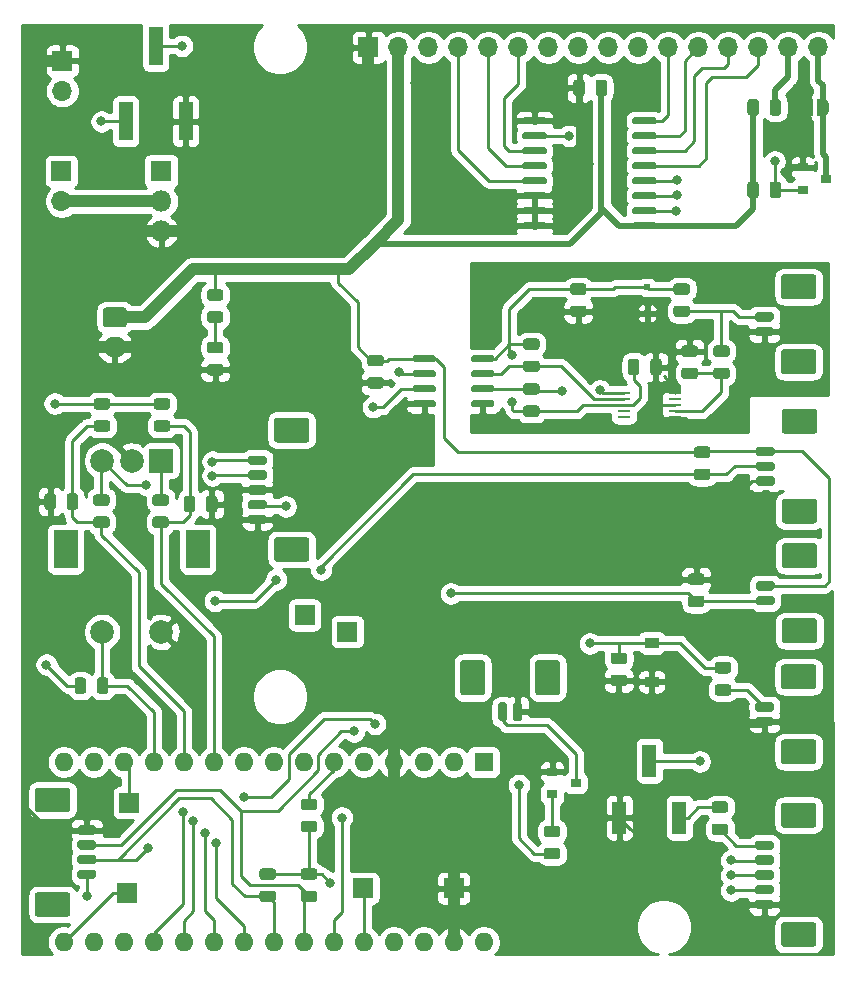
<source format=gbl>
G04 #@! TF.GenerationSoftware,KiCad,Pcbnew,5.1.6+dfsg1-1~bpo9+1*
G04 #@! TF.CreationDate,2022-04-20T06:51:38+02:00*
G04 #@! TF.ProjectId,sdrtrx-arduino,73647274-7278-42d6-9172-6475696e6f2e,rev?*
G04 #@! TF.SameCoordinates,Original*
G04 #@! TF.FileFunction,Copper,L2,Bot*
G04 #@! TF.FilePolarity,Positive*
%FSLAX46Y46*%
G04 Gerber Fmt 4.6, Leading zero omitted, Abs format (unit mm)*
G04 Created by KiCad (PCBNEW 5.1.6+dfsg1-1~bpo9+1) date 2022-04-20 06:51:38*
%MOMM*%
%LPD*%
G01*
G04 APERTURE LIST*
G04 #@! TA.AperFunction,SMDPad,CuDef*
%ADD10R,1.200000X0.900000*%
G04 #@! TD*
G04 #@! TA.AperFunction,ComponentPad*
%ADD11R,1.700000X1.700000*%
G04 #@! TD*
G04 #@! TA.AperFunction,SMDPad,CuDef*
%ADD12R,1.100000X0.250000*%
G04 #@! TD*
G04 #@! TA.AperFunction,SMDPad,CuDef*
%ADD13R,1.190000X3.300000*%
G04 #@! TD*
G04 #@! TA.AperFunction,SMDPad,CuDef*
%ADD14R,0.500000X0.500000*%
G04 #@! TD*
G04 #@! TA.AperFunction,ComponentPad*
%ADD15O,2.000000X1.700000*%
G04 #@! TD*
G04 #@! TA.AperFunction,ComponentPad*
%ADD16R,2.000000X2.000000*%
G04 #@! TD*
G04 #@! TA.AperFunction,ComponentPad*
%ADD17C,2.000000*%
G04 #@! TD*
G04 #@! TA.AperFunction,ComponentPad*
%ADD18R,2.000000X3.200000*%
G04 #@! TD*
G04 #@! TA.AperFunction,SMDPad,CuDef*
%ADD19R,1.190000X2.790000*%
G04 #@! TD*
G04 #@! TA.AperFunction,SMDPad,CuDef*
%ADD20R,0.900000X0.800000*%
G04 #@! TD*
G04 #@! TA.AperFunction,ComponentPad*
%ADD21O,1.800000X1.800000*%
G04 #@! TD*
G04 #@! TA.AperFunction,ComponentPad*
%ADD22R,1.800000X1.800000*%
G04 #@! TD*
G04 #@! TA.AperFunction,SMDPad,CuDef*
%ADD23C,0.100000*%
G04 #@! TD*
G04 #@! TA.AperFunction,ComponentPad*
%ADD24O,1.700000X1.700000*%
G04 #@! TD*
G04 #@! TA.AperFunction,ComponentPad*
%ADD25O,1.600000X1.600000*%
G04 #@! TD*
G04 #@! TA.AperFunction,ComponentPad*
%ADD26R,1.600000X1.600000*%
G04 #@! TD*
G04 #@! TA.AperFunction,ViaPad*
%ADD27C,0.800000*%
G04 #@! TD*
G04 #@! TA.AperFunction,Conductor*
%ADD28C,0.254000*%
G04 #@! TD*
G04 #@! TA.AperFunction,Conductor*
%ADD29C,1.016000*%
G04 #@! TD*
G04 #@! TA.AperFunction,Conductor*
%ADD30C,0.508000*%
G04 #@! TD*
G04 #@! TA.AperFunction,Conductor*
%ADD31C,0.250000*%
G04 #@! TD*
G04 APERTURE END LIST*
G04 #@! TA.AperFunction,SMDPad,CuDef*
G36*
G01*
X150743750Y-75650000D02*
X151656250Y-75650000D01*
G75*
G02*
X151900000Y-75893750I0J-243750D01*
G01*
X151900000Y-76381250D01*
G75*
G02*
X151656250Y-76625000I-243750J0D01*
G01*
X150743750Y-76625000D01*
G75*
G02*
X150500000Y-76381250I0J243750D01*
G01*
X150500000Y-75893750D01*
G75*
G02*
X150743750Y-75650000I243750J0D01*
G01*
G37*
G04 #@! TD.AperFunction*
G04 #@! TA.AperFunction,SMDPad,CuDef*
G36*
G01*
X150743750Y-73775000D02*
X151656250Y-73775000D01*
G75*
G02*
X151900000Y-74018750I0J-243750D01*
G01*
X151900000Y-74506250D01*
G75*
G02*
X151656250Y-74750000I-243750J0D01*
G01*
X150743750Y-74750000D01*
G75*
G02*
X150500000Y-74506250I0J243750D01*
G01*
X150500000Y-74018750D01*
G75*
G02*
X150743750Y-73775000I243750J0D01*
G01*
G37*
G04 #@! TD.AperFunction*
D10*
X154000000Y-76250000D03*
X154000000Y-72950000D03*
D11*
X124600000Y-70600000D03*
X128200000Y-72000000D03*
G04 #@! TA.AperFunction,SMDPad,CuDef*
G36*
G01*
X135700000Y-48745000D02*
X135700000Y-49045000D01*
G75*
G02*
X135550000Y-49195000I-150000J0D01*
G01*
X133900000Y-49195000D01*
G75*
G02*
X133750000Y-49045000I0J150000D01*
G01*
X133750000Y-48745000D01*
G75*
G02*
X133900000Y-48595000I150000J0D01*
G01*
X135550000Y-48595000D01*
G75*
G02*
X135700000Y-48745000I0J-150000D01*
G01*
G37*
G04 #@! TD.AperFunction*
G04 #@! TA.AperFunction,SMDPad,CuDef*
G36*
G01*
X135700000Y-50015000D02*
X135700000Y-50315000D01*
G75*
G02*
X135550000Y-50465000I-150000J0D01*
G01*
X133900000Y-50465000D01*
G75*
G02*
X133750000Y-50315000I0J150000D01*
G01*
X133750000Y-50015000D01*
G75*
G02*
X133900000Y-49865000I150000J0D01*
G01*
X135550000Y-49865000D01*
G75*
G02*
X135700000Y-50015000I0J-150000D01*
G01*
G37*
G04 #@! TD.AperFunction*
G04 #@! TA.AperFunction,SMDPad,CuDef*
G36*
G01*
X135700000Y-51285000D02*
X135700000Y-51585000D01*
G75*
G02*
X135550000Y-51735000I-150000J0D01*
G01*
X133900000Y-51735000D01*
G75*
G02*
X133750000Y-51585000I0J150000D01*
G01*
X133750000Y-51285000D01*
G75*
G02*
X133900000Y-51135000I150000J0D01*
G01*
X135550000Y-51135000D01*
G75*
G02*
X135700000Y-51285000I0J-150000D01*
G01*
G37*
G04 #@! TD.AperFunction*
G04 #@! TA.AperFunction,SMDPad,CuDef*
G36*
G01*
X135700000Y-52555000D02*
X135700000Y-52855000D01*
G75*
G02*
X135550000Y-53005000I-150000J0D01*
G01*
X133900000Y-53005000D01*
G75*
G02*
X133750000Y-52855000I0J150000D01*
G01*
X133750000Y-52555000D01*
G75*
G02*
X133900000Y-52405000I150000J0D01*
G01*
X135550000Y-52405000D01*
G75*
G02*
X135700000Y-52555000I0J-150000D01*
G01*
G37*
G04 #@! TD.AperFunction*
G04 #@! TA.AperFunction,SMDPad,CuDef*
G36*
G01*
X140650000Y-52555000D02*
X140650000Y-52855000D01*
G75*
G02*
X140500000Y-53005000I-150000J0D01*
G01*
X138850000Y-53005000D01*
G75*
G02*
X138700000Y-52855000I0J150000D01*
G01*
X138700000Y-52555000D01*
G75*
G02*
X138850000Y-52405000I150000J0D01*
G01*
X140500000Y-52405000D01*
G75*
G02*
X140650000Y-52555000I0J-150000D01*
G01*
G37*
G04 #@! TD.AperFunction*
G04 #@! TA.AperFunction,SMDPad,CuDef*
G36*
G01*
X140650000Y-51285000D02*
X140650000Y-51585000D01*
G75*
G02*
X140500000Y-51735000I-150000J0D01*
G01*
X138850000Y-51735000D01*
G75*
G02*
X138700000Y-51585000I0J150000D01*
G01*
X138700000Y-51285000D01*
G75*
G02*
X138850000Y-51135000I150000J0D01*
G01*
X140500000Y-51135000D01*
G75*
G02*
X140650000Y-51285000I0J-150000D01*
G01*
G37*
G04 #@! TD.AperFunction*
G04 #@! TA.AperFunction,SMDPad,CuDef*
G36*
G01*
X140650000Y-50015000D02*
X140650000Y-50315000D01*
G75*
G02*
X140500000Y-50465000I-150000J0D01*
G01*
X138850000Y-50465000D01*
G75*
G02*
X138700000Y-50315000I0J150000D01*
G01*
X138700000Y-50015000D01*
G75*
G02*
X138850000Y-49865000I150000J0D01*
G01*
X140500000Y-49865000D01*
G75*
G02*
X140650000Y-50015000I0J-150000D01*
G01*
G37*
G04 #@! TD.AperFunction*
G04 #@! TA.AperFunction,SMDPad,CuDef*
G36*
G01*
X140650000Y-48745000D02*
X140650000Y-49045000D01*
G75*
G02*
X140500000Y-49195000I-150000J0D01*
G01*
X138850000Y-49195000D01*
G75*
G02*
X138700000Y-49045000I0J150000D01*
G01*
X138700000Y-48745000D01*
G75*
G02*
X138850000Y-48595000I150000J0D01*
G01*
X140500000Y-48595000D01*
G75*
G02*
X140650000Y-48745000I0J-150000D01*
G01*
G37*
G04 #@! TD.AperFunction*
D12*
X151650000Y-51800000D03*
X151650000Y-52300000D03*
X151650000Y-52800000D03*
X151650000Y-53300000D03*
X151650000Y-53800000D03*
X155950000Y-53800000D03*
X155950000Y-53300000D03*
X155950000Y-52800000D03*
X155950000Y-52300000D03*
X155950000Y-51800000D03*
G04 #@! TA.AperFunction,SMDPad,CuDef*
G36*
G01*
X143343750Y-49050000D02*
X144256250Y-49050000D01*
G75*
G02*
X144500000Y-49293750I0J-243750D01*
G01*
X144500000Y-49781250D01*
G75*
G02*
X144256250Y-50025000I-243750J0D01*
G01*
X143343750Y-50025000D01*
G75*
G02*
X143100000Y-49781250I0J243750D01*
G01*
X143100000Y-49293750D01*
G75*
G02*
X143343750Y-49050000I243750J0D01*
G01*
G37*
G04 #@! TD.AperFunction*
G04 #@! TA.AperFunction,SMDPad,CuDef*
G36*
G01*
X143343750Y-47175000D02*
X144256250Y-47175000D01*
G75*
G02*
X144500000Y-47418750I0J-243750D01*
G01*
X144500000Y-47906250D01*
G75*
G02*
X144256250Y-48150000I-243750J0D01*
G01*
X143343750Y-48150000D01*
G75*
G02*
X143100000Y-47906250I0J243750D01*
G01*
X143100000Y-47418750D01*
G75*
G02*
X143343750Y-47175000I243750J0D01*
G01*
G37*
G04 #@! TD.AperFunction*
G04 #@! TA.AperFunction,SMDPad,CuDef*
G36*
G01*
X144256250Y-51950000D02*
X143343750Y-51950000D01*
G75*
G02*
X143100000Y-51706250I0J243750D01*
G01*
X143100000Y-51218750D01*
G75*
G02*
X143343750Y-50975000I243750J0D01*
G01*
X144256250Y-50975000D01*
G75*
G02*
X144500000Y-51218750I0J-243750D01*
G01*
X144500000Y-51706250D01*
G75*
G02*
X144256250Y-51950000I-243750J0D01*
G01*
G37*
G04 #@! TD.AperFunction*
G04 #@! TA.AperFunction,SMDPad,CuDef*
G36*
G01*
X144256250Y-53825000D02*
X143343750Y-53825000D01*
G75*
G02*
X143100000Y-53581250I0J243750D01*
G01*
X143100000Y-53093750D01*
G75*
G02*
X143343750Y-52850000I243750J0D01*
G01*
X144256250Y-52850000D01*
G75*
G02*
X144500000Y-53093750I0J-243750D01*
G01*
X144500000Y-53581250D01*
G75*
G02*
X144256250Y-53825000I-243750J0D01*
G01*
G37*
G04 #@! TD.AperFunction*
G04 #@! TA.AperFunction,SMDPad,CuDef*
G36*
G01*
X153850000Y-50056250D02*
X153850000Y-49143750D01*
G75*
G02*
X154093750Y-48900000I243750J0D01*
G01*
X154581250Y-48900000D01*
G75*
G02*
X154825000Y-49143750I0J-243750D01*
G01*
X154825000Y-50056250D01*
G75*
G02*
X154581250Y-50300000I-243750J0D01*
G01*
X154093750Y-50300000D01*
G75*
G02*
X153850000Y-50056250I0J243750D01*
G01*
G37*
G04 #@! TD.AperFunction*
G04 #@! TA.AperFunction,SMDPad,CuDef*
G36*
G01*
X151975000Y-50056250D02*
X151975000Y-49143750D01*
G75*
G02*
X152218750Y-48900000I243750J0D01*
G01*
X152706250Y-48900000D01*
G75*
G02*
X152950000Y-49143750I0J-243750D01*
G01*
X152950000Y-50056250D01*
G75*
G02*
X152706250Y-50300000I-243750J0D01*
G01*
X152218750Y-50300000D01*
G75*
G02*
X151975000Y-50056250I0J243750D01*
G01*
G37*
G04 #@! TD.AperFunction*
D13*
X114540000Y-28800000D03*
X112000000Y-22400000D03*
X109460000Y-28800000D03*
G04 #@! TA.AperFunction,SMDPad,CuDef*
G36*
G01*
X106943750Y-62250000D02*
X107856250Y-62250000D01*
G75*
G02*
X108100000Y-62493750I0J-243750D01*
G01*
X108100000Y-62981250D01*
G75*
G02*
X107856250Y-63225000I-243750J0D01*
G01*
X106943750Y-63225000D01*
G75*
G02*
X106700000Y-62981250I0J243750D01*
G01*
X106700000Y-62493750D01*
G75*
G02*
X106943750Y-62250000I243750J0D01*
G01*
G37*
G04 #@! TD.AperFunction*
G04 #@! TA.AperFunction,SMDPad,CuDef*
G36*
G01*
X106943750Y-60375000D02*
X107856250Y-60375000D01*
G75*
G02*
X108100000Y-60618750I0J-243750D01*
G01*
X108100000Y-61106250D01*
G75*
G02*
X107856250Y-61350000I-243750J0D01*
G01*
X106943750Y-61350000D01*
G75*
G02*
X106700000Y-61106250I0J243750D01*
G01*
X106700000Y-60618750D01*
G75*
G02*
X106943750Y-60375000I243750J0D01*
G01*
G37*
G04 #@! TD.AperFunction*
G04 #@! TA.AperFunction,SMDPad,CuDef*
G36*
G01*
X112856250Y-61350000D02*
X111943750Y-61350000D01*
G75*
G02*
X111700000Y-61106250I0J243750D01*
G01*
X111700000Y-60618750D01*
G75*
G02*
X111943750Y-60375000I243750J0D01*
G01*
X112856250Y-60375000D01*
G75*
G02*
X113100000Y-60618750I0J-243750D01*
G01*
X113100000Y-61106250D01*
G75*
G02*
X112856250Y-61350000I-243750J0D01*
G01*
G37*
G04 #@! TD.AperFunction*
G04 #@! TA.AperFunction,SMDPad,CuDef*
G36*
G01*
X112856250Y-63225000D02*
X111943750Y-63225000D01*
G75*
G02*
X111700000Y-62981250I0J243750D01*
G01*
X111700000Y-62493750D01*
G75*
G02*
X111943750Y-62250000I243750J0D01*
G01*
X112856250Y-62250000D01*
G75*
G02*
X113100000Y-62493750I0J-243750D01*
G01*
X113100000Y-62981250D01*
G75*
G02*
X112856250Y-63225000I-243750J0D01*
G01*
G37*
G04 #@! TD.AperFunction*
G04 #@! TA.AperFunction,SMDPad,CuDef*
G36*
G01*
X144125000Y-77150000D02*
X144125000Y-74650000D01*
G75*
G02*
X144375000Y-74400000I250000J0D01*
G01*
X145975000Y-74400000D01*
G75*
G02*
X146225000Y-74650000I0J-250000D01*
G01*
X146225000Y-77150000D01*
G75*
G02*
X145975000Y-77400000I-250000J0D01*
G01*
X144375000Y-77400000D01*
G75*
G02*
X144125000Y-77150000I0J250000D01*
G01*
G37*
G04 #@! TD.AperFunction*
G04 #@! TA.AperFunction,SMDPad,CuDef*
G36*
G01*
X137775000Y-77150000D02*
X137775000Y-74650000D01*
G75*
G02*
X138025000Y-74400000I250000J0D01*
G01*
X139625000Y-74400000D01*
G75*
G02*
X139875000Y-74650000I0J-250000D01*
G01*
X139875000Y-77150000D01*
G75*
G02*
X139625000Y-77400000I-250000J0D01*
G01*
X138025000Y-77400000D01*
G75*
G02*
X137775000Y-77150000I0J250000D01*
G01*
G37*
G04 #@! TD.AperFunction*
G04 #@! TA.AperFunction,SMDPad,CuDef*
G36*
G01*
X142225000Y-79400000D02*
X142225000Y-78200000D01*
G75*
G02*
X142425000Y-78000000I200000J0D01*
G01*
X142825000Y-78000000D01*
G75*
G02*
X143025000Y-78200000I0J-200000D01*
G01*
X143025000Y-79400000D01*
G75*
G02*
X142825000Y-79600000I-200000J0D01*
G01*
X142425000Y-79600000D01*
G75*
G02*
X142225000Y-79400000I0J200000D01*
G01*
G37*
G04 #@! TD.AperFunction*
G04 #@! TA.AperFunction,SMDPad,CuDef*
G36*
G01*
X140975000Y-79400000D02*
X140975000Y-78200000D01*
G75*
G02*
X141175000Y-78000000I200000J0D01*
G01*
X141575000Y-78000000D01*
G75*
G02*
X141775000Y-78200000I0J-200000D01*
G01*
X141775000Y-79400000D01*
G75*
G02*
X141575000Y-79600000I-200000J0D01*
G01*
X141175000Y-79600000D01*
G75*
G02*
X140975000Y-79400000I0J200000D01*
G01*
G37*
G04 #@! TD.AperFunction*
G04 #@! TA.AperFunction,SMDPad,CuDef*
G36*
G01*
X165175500Y-96600000D02*
X167675500Y-96600000D01*
G75*
G02*
X167925500Y-96850000I0J-250000D01*
G01*
X167925500Y-98450000D01*
G75*
G02*
X167675500Y-98700000I-250000J0D01*
G01*
X165175500Y-98700000D01*
G75*
G02*
X164925500Y-98450000I0J250000D01*
G01*
X164925500Y-96850000D01*
G75*
G02*
X165175500Y-96600000I250000J0D01*
G01*
G37*
G04 #@! TD.AperFunction*
G04 #@! TA.AperFunction,SMDPad,CuDef*
G36*
G01*
X165175500Y-86500000D02*
X167675500Y-86500000D01*
G75*
G02*
X167925500Y-86750000I0J-250000D01*
G01*
X167925500Y-88350000D01*
G75*
G02*
X167675500Y-88600000I-250000J0D01*
G01*
X165175500Y-88600000D01*
G75*
G02*
X164925500Y-88350000I0J250000D01*
G01*
X164925500Y-86750000D01*
G75*
G02*
X165175500Y-86500000I250000J0D01*
G01*
G37*
G04 #@! TD.AperFunction*
G04 #@! TA.AperFunction,SMDPad,CuDef*
G36*
G01*
X162925500Y-94700000D02*
X164125500Y-94700000D01*
G75*
G02*
X164325500Y-94900000I0J-200000D01*
G01*
X164325500Y-95300000D01*
G75*
G02*
X164125500Y-95500000I-200000J0D01*
G01*
X162925500Y-95500000D01*
G75*
G02*
X162725500Y-95300000I0J200000D01*
G01*
X162725500Y-94900000D01*
G75*
G02*
X162925500Y-94700000I200000J0D01*
G01*
G37*
G04 #@! TD.AperFunction*
G04 #@! TA.AperFunction,SMDPad,CuDef*
G36*
G01*
X162925500Y-93450000D02*
X164125500Y-93450000D01*
G75*
G02*
X164325500Y-93650000I0J-200000D01*
G01*
X164325500Y-94050000D01*
G75*
G02*
X164125500Y-94250000I-200000J0D01*
G01*
X162925500Y-94250000D01*
G75*
G02*
X162725500Y-94050000I0J200000D01*
G01*
X162725500Y-93650000D01*
G75*
G02*
X162925500Y-93450000I200000J0D01*
G01*
G37*
G04 #@! TD.AperFunction*
G04 #@! TA.AperFunction,SMDPad,CuDef*
G36*
G01*
X162925500Y-92200000D02*
X164125500Y-92200000D01*
G75*
G02*
X164325500Y-92400000I0J-200000D01*
G01*
X164325500Y-92800000D01*
G75*
G02*
X164125500Y-93000000I-200000J0D01*
G01*
X162925500Y-93000000D01*
G75*
G02*
X162725500Y-92800000I0J200000D01*
G01*
X162725500Y-92400000D01*
G75*
G02*
X162925500Y-92200000I200000J0D01*
G01*
G37*
G04 #@! TD.AperFunction*
G04 #@! TA.AperFunction,SMDPad,CuDef*
G36*
G01*
X162925500Y-90950000D02*
X164125500Y-90950000D01*
G75*
G02*
X164325500Y-91150000I0J-200000D01*
G01*
X164325500Y-91550000D01*
G75*
G02*
X164125500Y-91750000I-200000J0D01*
G01*
X162925500Y-91750000D01*
G75*
G02*
X162725500Y-91550000I0J200000D01*
G01*
X162725500Y-91150000D01*
G75*
G02*
X162925500Y-90950000I200000J0D01*
G01*
G37*
G04 #@! TD.AperFunction*
G04 #@! TA.AperFunction,SMDPad,CuDef*
G36*
G01*
X162925500Y-89700000D02*
X164125500Y-89700000D01*
G75*
G02*
X164325500Y-89900000I0J-200000D01*
G01*
X164325500Y-90300000D01*
G75*
G02*
X164125500Y-90500000I-200000J0D01*
G01*
X162925500Y-90500000D01*
G75*
G02*
X162725500Y-90300000I0J200000D01*
G01*
X162725500Y-89900000D01*
G75*
G02*
X162925500Y-89700000I200000J0D01*
G01*
G37*
G04 #@! TD.AperFunction*
G04 #@! TA.AperFunction,SMDPad,CuDef*
G36*
G01*
X122250000Y-64000000D02*
X124750000Y-64000000D01*
G75*
G02*
X125000000Y-64250000I0J-250000D01*
G01*
X125000000Y-65850000D01*
G75*
G02*
X124750000Y-66100000I-250000J0D01*
G01*
X122250000Y-66100000D01*
G75*
G02*
X122000000Y-65850000I0J250000D01*
G01*
X122000000Y-64250000D01*
G75*
G02*
X122250000Y-64000000I250000J0D01*
G01*
G37*
G04 #@! TD.AperFunction*
G04 #@! TA.AperFunction,SMDPad,CuDef*
G36*
G01*
X122250000Y-53900000D02*
X124750000Y-53900000D01*
G75*
G02*
X125000000Y-54150000I0J-250000D01*
G01*
X125000000Y-55750000D01*
G75*
G02*
X124750000Y-56000000I-250000J0D01*
G01*
X122250000Y-56000000D01*
G75*
G02*
X122000000Y-55750000I0J250000D01*
G01*
X122000000Y-54150000D01*
G75*
G02*
X122250000Y-53900000I250000J0D01*
G01*
G37*
G04 #@! TD.AperFunction*
G04 #@! TA.AperFunction,SMDPad,CuDef*
G36*
G01*
X120000000Y-62100000D02*
X121200000Y-62100000D01*
G75*
G02*
X121400000Y-62300000I0J-200000D01*
G01*
X121400000Y-62700000D01*
G75*
G02*
X121200000Y-62900000I-200000J0D01*
G01*
X120000000Y-62900000D01*
G75*
G02*
X119800000Y-62700000I0J200000D01*
G01*
X119800000Y-62300000D01*
G75*
G02*
X120000000Y-62100000I200000J0D01*
G01*
G37*
G04 #@! TD.AperFunction*
G04 #@! TA.AperFunction,SMDPad,CuDef*
G36*
G01*
X120000000Y-60850000D02*
X121200000Y-60850000D01*
G75*
G02*
X121400000Y-61050000I0J-200000D01*
G01*
X121400000Y-61450000D01*
G75*
G02*
X121200000Y-61650000I-200000J0D01*
G01*
X120000000Y-61650000D01*
G75*
G02*
X119800000Y-61450000I0J200000D01*
G01*
X119800000Y-61050000D01*
G75*
G02*
X120000000Y-60850000I200000J0D01*
G01*
G37*
G04 #@! TD.AperFunction*
G04 #@! TA.AperFunction,SMDPad,CuDef*
G36*
G01*
X120000000Y-59600000D02*
X121200000Y-59600000D01*
G75*
G02*
X121400000Y-59800000I0J-200000D01*
G01*
X121400000Y-60200000D01*
G75*
G02*
X121200000Y-60400000I-200000J0D01*
G01*
X120000000Y-60400000D01*
G75*
G02*
X119800000Y-60200000I0J200000D01*
G01*
X119800000Y-59800000D01*
G75*
G02*
X120000000Y-59600000I200000J0D01*
G01*
G37*
G04 #@! TD.AperFunction*
G04 #@! TA.AperFunction,SMDPad,CuDef*
G36*
G01*
X120000000Y-58350000D02*
X121200000Y-58350000D01*
G75*
G02*
X121400000Y-58550000I0J-200000D01*
G01*
X121400000Y-58950000D01*
G75*
G02*
X121200000Y-59150000I-200000J0D01*
G01*
X120000000Y-59150000D01*
G75*
G02*
X119800000Y-58950000I0J200000D01*
G01*
X119800000Y-58550000D01*
G75*
G02*
X120000000Y-58350000I200000J0D01*
G01*
G37*
G04 #@! TD.AperFunction*
G04 #@! TA.AperFunction,SMDPad,CuDef*
G36*
G01*
X120000000Y-57100000D02*
X121200000Y-57100000D01*
G75*
G02*
X121400000Y-57300000I0J-200000D01*
G01*
X121400000Y-57700000D01*
G75*
G02*
X121200000Y-57900000I-200000J0D01*
G01*
X120000000Y-57900000D01*
G75*
G02*
X119800000Y-57700000I0J200000D01*
G01*
X119800000Y-57300000D01*
G75*
G02*
X120000000Y-57100000I200000J0D01*
G01*
G37*
G04 #@! TD.AperFunction*
G04 #@! TA.AperFunction,SMDPad,CuDef*
G36*
G01*
X103550000Y-60543750D02*
X103550000Y-61456250D01*
G75*
G02*
X103306250Y-61700000I-243750J0D01*
G01*
X102818750Y-61700000D01*
G75*
G02*
X102575000Y-61456250I0J243750D01*
G01*
X102575000Y-60543750D01*
G75*
G02*
X102818750Y-60300000I243750J0D01*
G01*
X103306250Y-60300000D01*
G75*
G02*
X103550000Y-60543750I0J-243750D01*
G01*
G37*
G04 #@! TD.AperFunction*
G04 #@! TA.AperFunction,SMDPad,CuDef*
G36*
G01*
X105425000Y-60543750D02*
X105425000Y-61456250D01*
G75*
G02*
X105181250Y-61700000I-243750J0D01*
G01*
X104693750Y-61700000D01*
G75*
G02*
X104450000Y-61456250I0J243750D01*
G01*
X104450000Y-60543750D01*
G75*
G02*
X104693750Y-60300000I243750J0D01*
G01*
X105181250Y-60300000D01*
G75*
G02*
X105425000Y-60543750I0J-243750D01*
G01*
G37*
G04 #@! TD.AperFunction*
G04 #@! TA.AperFunction,SMDPad,CuDef*
G36*
G01*
X115350000Y-60743750D02*
X115350000Y-61656250D01*
G75*
G02*
X115106250Y-61900000I-243750J0D01*
G01*
X114618750Y-61900000D01*
G75*
G02*
X114375000Y-61656250I0J243750D01*
G01*
X114375000Y-60743750D01*
G75*
G02*
X114618750Y-60500000I243750J0D01*
G01*
X115106250Y-60500000D01*
G75*
G02*
X115350000Y-60743750I0J-243750D01*
G01*
G37*
G04 #@! TD.AperFunction*
G04 #@! TA.AperFunction,SMDPad,CuDef*
G36*
G01*
X117225000Y-60743750D02*
X117225000Y-61656250D01*
G75*
G02*
X116981250Y-61900000I-243750J0D01*
G01*
X116493750Y-61900000D01*
G75*
G02*
X116250000Y-61656250I0J243750D01*
G01*
X116250000Y-60743750D01*
G75*
G02*
X116493750Y-60500000I243750J0D01*
G01*
X116981250Y-60500000D01*
G75*
G02*
X117225000Y-60743750I0J-243750D01*
G01*
G37*
G04 #@! TD.AperFunction*
G04 #@! TA.AperFunction,SMDPad,CuDef*
G36*
G01*
X158206250Y-68050000D02*
X157293750Y-68050000D01*
G75*
G02*
X157050000Y-67806250I0J243750D01*
G01*
X157050000Y-67318750D01*
G75*
G02*
X157293750Y-67075000I243750J0D01*
G01*
X158206250Y-67075000D01*
G75*
G02*
X158450000Y-67318750I0J-243750D01*
G01*
X158450000Y-67806250D01*
G75*
G02*
X158206250Y-68050000I-243750J0D01*
G01*
G37*
G04 #@! TD.AperFunction*
G04 #@! TA.AperFunction,SMDPad,CuDef*
G36*
G01*
X158206250Y-69925000D02*
X157293750Y-69925000D01*
G75*
G02*
X157050000Y-69681250I0J243750D01*
G01*
X157050000Y-69193750D01*
G75*
G02*
X157293750Y-68950000I243750J0D01*
G01*
X158206250Y-68950000D01*
G75*
G02*
X158450000Y-69193750I0J-243750D01*
G01*
X158450000Y-69681250D01*
G75*
G02*
X158206250Y-69925000I-243750J0D01*
G01*
G37*
G04 #@! TD.AperFunction*
G04 #@! TA.AperFunction,SMDPad,CuDef*
G36*
G01*
X165250000Y-70875000D02*
X167750000Y-70875000D01*
G75*
G02*
X168000000Y-71125000I0J-250000D01*
G01*
X168000000Y-72725000D01*
G75*
G02*
X167750000Y-72975000I-250000J0D01*
G01*
X165250000Y-72975000D01*
G75*
G02*
X165000000Y-72725000I0J250000D01*
G01*
X165000000Y-71125000D01*
G75*
G02*
X165250000Y-70875000I250000J0D01*
G01*
G37*
G04 #@! TD.AperFunction*
G04 #@! TA.AperFunction,SMDPad,CuDef*
G36*
G01*
X165250000Y-64525000D02*
X167750000Y-64525000D01*
G75*
G02*
X168000000Y-64775000I0J-250000D01*
G01*
X168000000Y-66375000D01*
G75*
G02*
X167750000Y-66625000I-250000J0D01*
G01*
X165250000Y-66625000D01*
G75*
G02*
X165000000Y-66375000I0J250000D01*
G01*
X165000000Y-64775000D01*
G75*
G02*
X165250000Y-64525000I250000J0D01*
G01*
G37*
G04 #@! TD.AperFunction*
G04 #@! TA.AperFunction,SMDPad,CuDef*
G36*
G01*
X163000000Y-68975000D02*
X164200000Y-68975000D01*
G75*
G02*
X164400000Y-69175000I0J-200000D01*
G01*
X164400000Y-69575000D01*
G75*
G02*
X164200000Y-69775000I-200000J0D01*
G01*
X163000000Y-69775000D01*
G75*
G02*
X162800000Y-69575000I0J200000D01*
G01*
X162800000Y-69175000D01*
G75*
G02*
X163000000Y-68975000I200000J0D01*
G01*
G37*
G04 #@! TD.AperFunction*
G04 #@! TA.AperFunction,SMDPad,CuDef*
G36*
G01*
X163000000Y-67725000D02*
X164200000Y-67725000D01*
G75*
G02*
X164400000Y-67925000I0J-200000D01*
G01*
X164400000Y-68325000D01*
G75*
G02*
X164200000Y-68525000I-200000J0D01*
G01*
X163000000Y-68525000D01*
G75*
G02*
X162800000Y-68325000I0J200000D01*
G01*
X162800000Y-67925000D01*
G75*
G02*
X163000000Y-67725000I200000J0D01*
G01*
G37*
G04 #@! TD.AperFunction*
D14*
X153606500Y-45042000D03*
X153606500Y-42842000D03*
D11*
X129540000Y-93726000D03*
X109601000Y-94107000D03*
X137223500Y-93726000D03*
G04 #@! TA.AperFunction,SMDPad,CuDef*
G36*
G01*
X165175500Y-48099000D02*
X167675500Y-48099000D01*
G75*
G02*
X167925500Y-48349000I0J-250000D01*
G01*
X167925500Y-49949000D01*
G75*
G02*
X167675500Y-50199000I-250000J0D01*
G01*
X165175500Y-50199000D01*
G75*
G02*
X164925500Y-49949000I0J250000D01*
G01*
X164925500Y-48349000D01*
G75*
G02*
X165175500Y-48099000I250000J0D01*
G01*
G37*
G04 #@! TD.AperFunction*
G04 #@! TA.AperFunction,SMDPad,CuDef*
G36*
G01*
X165175500Y-41749000D02*
X167675500Y-41749000D01*
G75*
G02*
X167925500Y-41999000I0J-250000D01*
G01*
X167925500Y-43599000D01*
G75*
G02*
X167675500Y-43849000I-250000J0D01*
G01*
X165175500Y-43849000D01*
G75*
G02*
X164925500Y-43599000I0J250000D01*
G01*
X164925500Y-41999000D01*
G75*
G02*
X165175500Y-41749000I250000J0D01*
G01*
G37*
G04 #@! TD.AperFunction*
G04 #@! TA.AperFunction,SMDPad,CuDef*
G36*
G01*
X162925500Y-46199000D02*
X164125500Y-46199000D01*
G75*
G02*
X164325500Y-46399000I0J-200000D01*
G01*
X164325500Y-46799000D01*
G75*
G02*
X164125500Y-46999000I-200000J0D01*
G01*
X162925500Y-46999000D01*
G75*
G02*
X162725500Y-46799000I0J200000D01*
G01*
X162725500Y-46399000D01*
G75*
G02*
X162925500Y-46199000I200000J0D01*
G01*
G37*
G04 #@! TD.AperFunction*
G04 #@! TA.AperFunction,SMDPad,CuDef*
G36*
G01*
X162925500Y-44949000D02*
X164125500Y-44949000D01*
G75*
G02*
X164325500Y-45149000I0J-200000D01*
G01*
X164325500Y-45549000D01*
G75*
G02*
X164125500Y-45749000I-200000J0D01*
G01*
X162925500Y-45749000D01*
G75*
G02*
X162725500Y-45549000I0J200000D01*
G01*
X162725500Y-45149000D01*
G75*
G02*
X162925500Y-44949000I200000J0D01*
G01*
G37*
G04 #@! TD.AperFunction*
D15*
X108521500Y-47902500D03*
G04 #@! TA.AperFunction,ComponentPad*
G36*
G01*
X107771500Y-44552500D02*
X109271500Y-44552500D01*
G75*
G02*
X109521500Y-44802500I0J-250000D01*
G01*
X109521500Y-46002500D01*
G75*
G02*
X109271500Y-46252500I-250000J0D01*
G01*
X107771500Y-46252500D01*
G75*
G02*
X107521500Y-46002500I0J250000D01*
G01*
X107521500Y-44802500D01*
G75*
G02*
X107771500Y-44552500I250000J0D01*
G01*
G37*
G04 #@! TD.AperFunction*
G04 #@! TA.AperFunction,SMDPad,CuDef*
G36*
G01*
X104509000Y-87303000D02*
X102009000Y-87303000D01*
G75*
G02*
X101759000Y-87053000I0J250000D01*
G01*
X101759000Y-85453000D01*
G75*
G02*
X102009000Y-85203000I250000J0D01*
G01*
X104509000Y-85203000D01*
G75*
G02*
X104759000Y-85453000I0J-250000D01*
G01*
X104759000Y-87053000D01*
G75*
G02*
X104509000Y-87303000I-250000J0D01*
G01*
G37*
G04 #@! TD.AperFunction*
G04 #@! TA.AperFunction,SMDPad,CuDef*
G36*
G01*
X104509000Y-96153000D02*
X102009000Y-96153000D01*
G75*
G02*
X101759000Y-95903000I0J250000D01*
G01*
X101759000Y-94303000D01*
G75*
G02*
X102009000Y-94053000I250000J0D01*
G01*
X104509000Y-94053000D01*
G75*
G02*
X104759000Y-94303000I0J-250000D01*
G01*
X104759000Y-95903000D01*
G75*
G02*
X104509000Y-96153000I-250000J0D01*
G01*
G37*
G04 #@! TD.AperFunction*
G04 #@! TA.AperFunction,SMDPad,CuDef*
G36*
G01*
X106759000Y-89203000D02*
X105559000Y-89203000D01*
G75*
G02*
X105359000Y-89003000I0J200000D01*
G01*
X105359000Y-88603000D01*
G75*
G02*
X105559000Y-88403000I200000J0D01*
G01*
X106759000Y-88403000D01*
G75*
G02*
X106959000Y-88603000I0J-200000D01*
G01*
X106959000Y-89003000D01*
G75*
G02*
X106759000Y-89203000I-200000J0D01*
G01*
G37*
G04 #@! TD.AperFunction*
G04 #@! TA.AperFunction,SMDPad,CuDef*
G36*
G01*
X106759000Y-90453000D02*
X105559000Y-90453000D01*
G75*
G02*
X105359000Y-90253000I0J200000D01*
G01*
X105359000Y-89853000D01*
G75*
G02*
X105559000Y-89653000I200000J0D01*
G01*
X106759000Y-89653000D01*
G75*
G02*
X106959000Y-89853000I0J-200000D01*
G01*
X106959000Y-90253000D01*
G75*
G02*
X106759000Y-90453000I-200000J0D01*
G01*
G37*
G04 #@! TD.AperFunction*
G04 #@! TA.AperFunction,SMDPad,CuDef*
G36*
G01*
X106759000Y-91703000D02*
X105559000Y-91703000D01*
G75*
G02*
X105359000Y-91503000I0J200000D01*
G01*
X105359000Y-91103000D01*
G75*
G02*
X105559000Y-90903000I200000J0D01*
G01*
X106759000Y-90903000D01*
G75*
G02*
X106959000Y-91103000I0J-200000D01*
G01*
X106959000Y-91503000D01*
G75*
G02*
X106759000Y-91703000I-200000J0D01*
G01*
G37*
G04 #@! TD.AperFunction*
G04 #@! TA.AperFunction,SMDPad,CuDef*
G36*
G01*
X106759000Y-92953000D02*
X105559000Y-92953000D01*
G75*
G02*
X105359000Y-92753000I0J200000D01*
G01*
X105359000Y-92353000D01*
G75*
G02*
X105559000Y-92153000I200000J0D01*
G01*
X106759000Y-92153000D01*
G75*
G02*
X106959000Y-92353000I0J-200000D01*
G01*
X106959000Y-92753000D01*
G75*
G02*
X106759000Y-92953000I-200000J0D01*
G01*
G37*
G04 #@! TD.AperFunction*
G04 #@! TA.AperFunction,SMDPad,CuDef*
G36*
G01*
X165175500Y-81125000D02*
X167675500Y-81125000D01*
G75*
G02*
X167925500Y-81375000I0J-250000D01*
G01*
X167925500Y-82975000D01*
G75*
G02*
X167675500Y-83225000I-250000J0D01*
G01*
X165175500Y-83225000D01*
G75*
G02*
X164925500Y-82975000I0J250000D01*
G01*
X164925500Y-81375000D01*
G75*
G02*
X165175500Y-81125000I250000J0D01*
G01*
G37*
G04 #@! TD.AperFunction*
G04 #@! TA.AperFunction,SMDPad,CuDef*
G36*
G01*
X165175500Y-74775000D02*
X167675500Y-74775000D01*
G75*
G02*
X167925500Y-75025000I0J-250000D01*
G01*
X167925500Y-76625000D01*
G75*
G02*
X167675500Y-76875000I-250000J0D01*
G01*
X165175500Y-76875000D01*
G75*
G02*
X164925500Y-76625000I0J250000D01*
G01*
X164925500Y-75025000D01*
G75*
G02*
X165175500Y-74775000I250000J0D01*
G01*
G37*
G04 #@! TD.AperFunction*
G04 #@! TA.AperFunction,SMDPad,CuDef*
G36*
G01*
X162925500Y-79225000D02*
X164125500Y-79225000D01*
G75*
G02*
X164325500Y-79425000I0J-200000D01*
G01*
X164325500Y-79825000D01*
G75*
G02*
X164125500Y-80025000I-200000J0D01*
G01*
X162925500Y-80025000D01*
G75*
G02*
X162725500Y-79825000I0J200000D01*
G01*
X162725500Y-79425000D01*
G75*
G02*
X162925500Y-79225000I200000J0D01*
G01*
G37*
G04 #@! TD.AperFunction*
G04 #@! TA.AperFunction,SMDPad,CuDef*
G36*
G01*
X162925500Y-77975000D02*
X164125500Y-77975000D01*
G75*
G02*
X164325500Y-78175000I0J-200000D01*
G01*
X164325500Y-78575000D01*
G75*
G02*
X164125500Y-78775000I-200000J0D01*
G01*
X162925500Y-78775000D01*
G75*
G02*
X162725500Y-78575000I0J200000D01*
G01*
X162725500Y-78175000D01*
G75*
G02*
X162925500Y-77975000I200000J0D01*
G01*
G37*
G04 #@! TD.AperFunction*
G04 #@! TA.AperFunction,SMDPad,CuDef*
G36*
G01*
X165250000Y-60750000D02*
X167750000Y-60750000D01*
G75*
G02*
X168000000Y-61000000I0J-250000D01*
G01*
X168000000Y-62600000D01*
G75*
G02*
X167750000Y-62850000I-250000J0D01*
G01*
X165250000Y-62850000D01*
G75*
G02*
X165000000Y-62600000I0J250000D01*
G01*
X165000000Y-61000000D01*
G75*
G02*
X165250000Y-60750000I250000J0D01*
G01*
G37*
G04 #@! TD.AperFunction*
G04 #@! TA.AperFunction,SMDPad,CuDef*
G36*
G01*
X165250000Y-53150000D02*
X167750000Y-53150000D01*
G75*
G02*
X168000000Y-53400000I0J-250000D01*
G01*
X168000000Y-55000000D01*
G75*
G02*
X167750000Y-55250000I-250000J0D01*
G01*
X165250000Y-55250000D01*
G75*
G02*
X165000000Y-55000000I0J250000D01*
G01*
X165000000Y-53400000D01*
G75*
G02*
X165250000Y-53150000I250000J0D01*
G01*
G37*
G04 #@! TD.AperFunction*
G04 #@! TA.AperFunction,SMDPad,CuDef*
G36*
G01*
X163000000Y-58850000D02*
X164200000Y-58850000D01*
G75*
G02*
X164400000Y-59050000I0J-200000D01*
G01*
X164400000Y-59450000D01*
G75*
G02*
X164200000Y-59650000I-200000J0D01*
G01*
X163000000Y-59650000D01*
G75*
G02*
X162800000Y-59450000I0J200000D01*
G01*
X162800000Y-59050000D01*
G75*
G02*
X163000000Y-58850000I200000J0D01*
G01*
G37*
G04 #@! TD.AperFunction*
G04 #@! TA.AperFunction,SMDPad,CuDef*
G36*
G01*
X163000000Y-57600000D02*
X164200000Y-57600000D01*
G75*
G02*
X164400000Y-57800000I0J-200000D01*
G01*
X164400000Y-58200000D01*
G75*
G02*
X164200000Y-58400000I-200000J0D01*
G01*
X163000000Y-58400000D01*
G75*
G02*
X162800000Y-58200000I0J200000D01*
G01*
X162800000Y-57800000D01*
G75*
G02*
X163000000Y-57600000I200000J0D01*
G01*
G37*
G04 #@! TD.AperFunction*
G04 #@! TA.AperFunction,SMDPad,CuDef*
G36*
G01*
X163000000Y-56350000D02*
X164200000Y-56350000D01*
G75*
G02*
X164400000Y-56550000I0J-200000D01*
G01*
X164400000Y-56950000D01*
G75*
G02*
X164200000Y-57150000I-200000J0D01*
G01*
X163000000Y-57150000D01*
G75*
G02*
X162800000Y-56950000I0J200000D01*
G01*
X162800000Y-56550000D01*
G75*
G02*
X163000000Y-56350000I200000J0D01*
G01*
G37*
G04 #@! TD.AperFunction*
D11*
X109750000Y-86500000D03*
G04 #@! TA.AperFunction,SMDPad,CuDef*
G36*
G01*
X152342000Y-37805500D02*
X152342000Y-37505500D01*
G75*
G02*
X152492000Y-37355500I150000J0D01*
G01*
X154242000Y-37355500D01*
G75*
G02*
X154392000Y-37505500I0J-150000D01*
G01*
X154392000Y-37805500D01*
G75*
G02*
X154242000Y-37955500I-150000J0D01*
G01*
X152492000Y-37955500D01*
G75*
G02*
X152342000Y-37805500I0J150000D01*
G01*
G37*
G04 #@! TD.AperFunction*
G04 #@! TA.AperFunction,SMDPad,CuDef*
G36*
G01*
X152342000Y-36535500D02*
X152342000Y-36235500D01*
G75*
G02*
X152492000Y-36085500I150000J0D01*
G01*
X154242000Y-36085500D01*
G75*
G02*
X154392000Y-36235500I0J-150000D01*
G01*
X154392000Y-36535500D01*
G75*
G02*
X154242000Y-36685500I-150000J0D01*
G01*
X152492000Y-36685500D01*
G75*
G02*
X152342000Y-36535500I0J150000D01*
G01*
G37*
G04 #@! TD.AperFunction*
G04 #@! TA.AperFunction,SMDPad,CuDef*
G36*
G01*
X152342000Y-35265500D02*
X152342000Y-34965500D01*
G75*
G02*
X152492000Y-34815500I150000J0D01*
G01*
X154242000Y-34815500D01*
G75*
G02*
X154392000Y-34965500I0J-150000D01*
G01*
X154392000Y-35265500D01*
G75*
G02*
X154242000Y-35415500I-150000J0D01*
G01*
X152492000Y-35415500D01*
G75*
G02*
X152342000Y-35265500I0J150000D01*
G01*
G37*
G04 #@! TD.AperFunction*
G04 #@! TA.AperFunction,SMDPad,CuDef*
G36*
G01*
X152342000Y-33995500D02*
X152342000Y-33695500D01*
G75*
G02*
X152492000Y-33545500I150000J0D01*
G01*
X154242000Y-33545500D01*
G75*
G02*
X154392000Y-33695500I0J-150000D01*
G01*
X154392000Y-33995500D01*
G75*
G02*
X154242000Y-34145500I-150000J0D01*
G01*
X152492000Y-34145500D01*
G75*
G02*
X152342000Y-33995500I0J150000D01*
G01*
G37*
G04 #@! TD.AperFunction*
G04 #@! TA.AperFunction,SMDPad,CuDef*
G36*
G01*
X152342000Y-32725500D02*
X152342000Y-32425500D01*
G75*
G02*
X152492000Y-32275500I150000J0D01*
G01*
X154242000Y-32275500D01*
G75*
G02*
X154392000Y-32425500I0J-150000D01*
G01*
X154392000Y-32725500D01*
G75*
G02*
X154242000Y-32875500I-150000J0D01*
G01*
X152492000Y-32875500D01*
G75*
G02*
X152342000Y-32725500I0J150000D01*
G01*
G37*
G04 #@! TD.AperFunction*
G04 #@! TA.AperFunction,SMDPad,CuDef*
G36*
G01*
X152342000Y-31455500D02*
X152342000Y-31155500D01*
G75*
G02*
X152492000Y-31005500I150000J0D01*
G01*
X154242000Y-31005500D01*
G75*
G02*
X154392000Y-31155500I0J-150000D01*
G01*
X154392000Y-31455500D01*
G75*
G02*
X154242000Y-31605500I-150000J0D01*
G01*
X152492000Y-31605500D01*
G75*
G02*
X152342000Y-31455500I0J150000D01*
G01*
G37*
G04 #@! TD.AperFunction*
G04 #@! TA.AperFunction,SMDPad,CuDef*
G36*
G01*
X152342000Y-30185500D02*
X152342000Y-29885500D01*
G75*
G02*
X152492000Y-29735500I150000J0D01*
G01*
X154242000Y-29735500D01*
G75*
G02*
X154392000Y-29885500I0J-150000D01*
G01*
X154392000Y-30185500D01*
G75*
G02*
X154242000Y-30335500I-150000J0D01*
G01*
X152492000Y-30335500D01*
G75*
G02*
X152342000Y-30185500I0J150000D01*
G01*
G37*
G04 #@! TD.AperFunction*
G04 #@! TA.AperFunction,SMDPad,CuDef*
G36*
G01*
X152342000Y-28915500D02*
X152342000Y-28615500D01*
G75*
G02*
X152492000Y-28465500I150000J0D01*
G01*
X154242000Y-28465500D01*
G75*
G02*
X154392000Y-28615500I0J-150000D01*
G01*
X154392000Y-28915500D01*
G75*
G02*
X154242000Y-29065500I-150000J0D01*
G01*
X152492000Y-29065500D01*
G75*
G02*
X152342000Y-28915500I0J150000D01*
G01*
G37*
G04 #@! TD.AperFunction*
G04 #@! TA.AperFunction,SMDPad,CuDef*
G36*
G01*
X143042000Y-28915500D02*
X143042000Y-28615500D01*
G75*
G02*
X143192000Y-28465500I150000J0D01*
G01*
X144942000Y-28465500D01*
G75*
G02*
X145092000Y-28615500I0J-150000D01*
G01*
X145092000Y-28915500D01*
G75*
G02*
X144942000Y-29065500I-150000J0D01*
G01*
X143192000Y-29065500D01*
G75*
G02*
X143042000Y-28915500I0J150000D01*
G01*
G37*
G04 #@! TD.AperFunction*
G04 #@! TA.AperFunction,SMDPad,CuDef*
G36*
G01*
X143042000Y-30185500D02*
X143042000Y-29885500D01*
G75*
G02*
X143192000Y-29735500I150000J0D01*
G01*
X144942000Y-29735500D01*
G75*
G02*
X145092000Y-29885500I0J-150000D01*
G01*
X145092000Y-30185500D01*
G75*
G02*
X144942000Y-30335500I-150000J0D01*
G01*
X143192000Y-30335500D01*
G75*
G02*
X143042000Y-30185500I0J150000D01*
G01*
G37*
G04 #@! TD.AperFunction*
G04 #@! TA.AperFunction,SMDPad,CuDef*
G36*
G01*
X143042000Y-31455500D02*
X143042000Y-31155500D01*
G75*
G02*
X143192000Y-31005500I150000J0D01*
G01*
X144942000Y-31005500D01*
G75*
G02*
X145092000Y-31155500I0J-150000D01*
G01*
X145092000Y-31455500D01*
G75*
G02*
X144942000Y-31605500I-150000J0D01*
G01*
X143192000Y-31605500D01*
G75*
G02*
X143042000Y-31455500I0J150000D01*
G01*
G37*
G04 #@! TD.AperFunction*
G04 #@! TA.AperFunction,SMDPad,CuDef*
G36*
G01*
X143042000Y-32725500D02*
X143042000Y-32425500D01*
G75*
G02*
X143192000Y-32275500I150000J0D01*
G01*
X144942000Y-32275500D01*
G75*
G02*
X145092000Y-32425500I0J-150000D01*
G01*
X145092000Y-32725500D01*
G75*
G02*
X144942000Y-32875500I-150000J0D01*
G01*
X143192000Y-32875500D01*
G75*
G02*
X143042000Y-32725500I0J150000D01*
G01*
G37*
G04 #@! TD.AperFunction*
G04 #@! TA.AperFunction,SMDPad,CuDef*
G36*
G01*
X143042000Y-33995500D02*
X143042000Y-33695500D01*
G75*
G02*
X143192000Y-33545500I150000J0D01*
G01*
X144942000Y-33545500D01*
G75*
G02*
X145092000Y-33695500I0J-150000D01*
G01*
X145092000Y-33995500D01*
G75*
G02*
X144942000Y-34145500I-150000J0D01*
G01*
X143192000Y-34145500D01*
G75*
G02*
X143042000Y-33995500I0J150000D01*
G01*
G37*
G04 #@! TD.AperFunction*
G04 #@! TA.AperFunction,SMDPad,CuDef*
G36*
G01*
X143042000Y-35265500D02*
X143042000Y-34965500D01*
G75*
G02*
X143192000Y-34815500I150000J0D01*
G01*
X144942000Y-34815500D01*
G75*
G02*
X145092000Y-34965500I0J-150000D01*
G01*
X145092000Y-35265500D01*
G75*
G02*
X144942000Y-35415500I-150000J0D01*
G01*
X143192000Y-35415500D01*
G75*
G02*
X143042000Y-35265500I0J150000D01*
G01*
G37*
G04 #@! TD.AperFunction*
G04 #@! TA.AperFunction,SMDPad,CuDef*
G36*
G01*
X143042000Y-36535500D02*
X143042000Y-36235500D01*
G75*
G02*
X143192000Y-36085500I150000J0D01*
G01*
X144942000Y-36085500D01*
G75*
G02*
X145092000Y-36235500I0J-150000D01*
G01*
X145092000Y-36535500D01*
G75*
G02*
X144942000Y-36685500I-150000J0D01*
G01*
X143192000Y-36685500D01*
G75*
G02*
X143042000Y-36535500I0J150000D01*
G01*
G37*
G04 #@! TD.AperFunction*
G04 #@! TA.AperFunction,SMDPad,CuDef*
G36*
G01*
X143042000Y-37805500D02*
X143042000Y-37505500D01*
G75*
G02*
X143192000Y-37355500I150000J0D01*
G01*
X144942000Y-37355500D01*
G75*
G02*
X145092000Y-37505500I0J-150000D01*
G01*
X145092000Y-37805500D01*
G75*
G02*
X144942000Y-37955500I-150000J0D01*
G01*
X143192000Y-37955500D01*
G75*
G02*
X143042000Y-37805500I0J150000D01*
G01*
G37*
G04 #@! TD.AperFunction*
D16*
X112458500Y-57531000D03*
D17*
X109958500Y-57531000D03*
X107458500Y-57531000D03*
D18*
X115558500Y-65031000D03*
X104358500Y-65031000D03*
D17*
X112458500Y-72031000D03*
X107458500Y-72031000D03*
D19*
X151257000Y-87757000D03*
X153797000Y-82927000D03*
X156337000Y-87757000D03*
G04 #@! TA.AperFunction,SMDPad,CuDef*
G36*
G01*
X160476250Y-75550000D02*
X159563750Y-75550000D01*
G75*
G02*
X159320000Y-75306250I0J243750D01*
G01*
X159320000Y-74818750D01*
G75*
G02*
X159563750Y-74575000I243750J0D01*
G01*
X160476250Y-74575000D01*
G75*
G02*
X160720000Y-74818750I0J-243750D01*
G01*
X160720000Y-75306250D01*
G75*
G02*
X160476250Y-75550000I-243750J0D01*
G01*
G37*
G04 #@! TD.AperFunction*
G04 #@! TA.AperFunction,SMDPad,CuDef*
G36*
G01*
X160476250Y-77425000D02*
X159563750Y-77425000D01*
G75*
G02*
X159320000Y-77181250I0J243750D01*
G01*
X159320000Y-76693750D01*
G75*
G02*
X159563750Y-76450000I243750J0D01*
G01*
X160476250Y-76450000D01*
G75*
G02*
X160720000Y-76693750I0J-243750D01*
G01*
X160720000Y-77181250D01*
G75*
G02*
X160476250Y-77425000I-243750J0D01*
G01*
G37*
G04 #@! TD.AperFunction*
G04 #@! TA.AperFunction,SMDPad,CuDef*
G36*
G01*
X163962500Y-28078750D02*
X163962500Y-27166250D01*
G75*
G02*
X164206250Y-26922500I243750J0D01*
G01*
X164693750Y-26922500D01*
G75*
G02*
X164937500Y-27166250I0J-243750D01*
G01*
X164937500Y-28078750D01*
G75*
G02*
X164693750Y-28322500I-243750J0D01*
G01*
X164206250Y-28322500D01*
G75*
G02*
X163962500Y-28078750I0J243750D01*
G01*
G37*
G04 #@! TD.AperFunction*
G04 #@! TA.AperFunction,SMDPad,CuDef*
G36*
G01*
X162087500Y-28078750D02*
X162087500Y-27166250D01*
G75*
G02*
X162331250Y-26922500I243750J0D01*
G01*
X162818750Y-26922500D01*
G75*
G02*
X163062500Y-27166250I0J-243750D01*
G01*
X163062500Y-28078750D01*
G75*
G02*
X162818750Y-28322500I-243750J0D01*
G01*
X162331250Y-28322500D01*
G75*
G02*
X162087500Y-28078750I0J243750D01*
G01*
G37*
G04 #@! TD.AperFunction*
G04 #@! TA.AperFunction,SMDPad,CuDef*
G36*
G01*
X163962500Y-35063750D02*
X163962500Y-34151250D01*
G75*
G02*
X164206250Y-33907500I243750J0D01*
G01*
X164693750Y-33907500D01*
G75*
G02*
X164937500Y-34151250I0J-243750D01*
G01*
X164937500Y-35063750D01*
G75*
G02*
X164693750Y-35307500I-243750J0D01*
G01*
X164206250Y-35307500D01*
G75*
G02*
X163962500Y-35063750I0J243750D01*
G01*
G37*
G04 #@! TD.AperFunction*
G04 #@! TA.AperFunction,SMDPad,CuDef*
G36*
G01*
X162087500Y-35063750D02*
X162087500Y-34151250D01*
G75*
G02*
X162331250Y-33907500I243750J0D01*
G01*
X162818750Y-33907500D01*
G75*
G02*
X163062500Y-34151250I0J-243750D01*
G01*
X163062500Y-35063750D01*
G75*
G02*
X162818750Y-35307500I-243750J0D01*
G01*
X162331250Y-35307500D01*
G75*
G02*
X162087500Y-35063750I0J243750D01*
G01*
G37*
G04 #@! TD.AperFunction*
G04 #@! TA.AperFunction,SMDPad,CuDef*
G36*
G01*
X160222250Y-87355500D02*
X159309750Y-87355500D01*
G75*
G02*
X159066000Y-87111750I0J243750D01*
G01*
X159066000Y-86624250D01*
G75*
G02*
X159309750Y-86380500I243750J0D01*
G01*
X160222250Y-86380500D01*
G75*
G02*
X160466000Y-86624250I0J-243750D01*
G01*
X160466000Y-87111750D01*
G75*
G02*
X160222250Y-87355500I-243750J0D01*
G01*
G37*
G04 #@! TD.AperFunction*
G04 #@! TA.AperFunction,SMDPad,CuDef*
G36*
G01*
X160222250Y-89230500D02*
X159309750Y-89230500D01*
G75*
G02*
X159066000Y-88986750I0J243750D01*
G01*
X159066000Y-88499250D01*
G75*
G02*
X159309750Y-88255500I243750J0D01*
G01*
X160222250Y-88255500D01*
G75*
G02*
X160466000Y-88499250I0J-243750D01*
G01*
X160466000Y-88986750D01*
G75*
G02*
X160222250Y-89230500I-243750J0D01*
G01*
G37*
G04 #@! TD.AperFunction*
G04 #@! TA.AperFunction,SMDPad,CuDef*
G36*
G01*
X124511750Y-93922000D02*
X125424250Y-93922000D01*
G75*
G02*
X125668000Y-94165750I0J-243750D01*
G01*
X125668000Y-94653250D01*
G75*
G02*
X125424250Y-94897000I-243750J0D01*
G01*
X124511750Y-94897000D01*
G75*
G02*
X124268000Y-94653250I0J243750D01*
G01*
X124268000Y-94165750D01*
G75*
G02*
X124511750Y-93922000I243750J0D01*
G01*
G37*
G04 #@! TD.AperFunction*
G04 #@! TA.AperFunction,SMDPad,CuDef*
G36*
G01*
X124511750Y-92047000D02*
X125424250Y-92047000D01*
G75*
G02*
X125668000Y-92290750I0J-243750D01*
G01*
X125668000Y-92778250D01*
G75*
G02*
X125424250Y-93022000I-243750J0D01*
G01*
X124511750Y-93022000D01*
G75*
G02*
X124268000Y-92778250I0J243750D01*
G01*
X124268000Y-92290750D01*
G75*
G02*
X124511750Y-92047000I243750J0D01*
G01*
G37*
G04 #@! TD.AperFunction*
G04 #@! TA.AperFunction,SMDPad,CuDef*
G36*
G01*
X121019250Y-93922000D02*
X121931750Y-93922000D01*
G75*
G02*
X122175500Y-94165750I0J-243750D01*
G01*
X122175500Y-94653250D01*
G75*
G02*
X121931750Y-94897000I-243750J0D01*
G01*
X121019250Y-94897000D01*
G75*
G02*
X120775500Y-94653250I0J243750D01*
G01*
X120775500Y-94165750D01*
G75*
G02*
X121019250Y-93922000I243750J0D01*
G01*
G37*
G04 #@! TD.AperFunction*
G04 #@! TA.AperFunction,SMDPad,CuDef*
G36*
G01*
X121019250Y-92047000D02*
X121931750Y-92047000D01*
G75*
G02*
X122175500Y-92290750I0J-243750D01*
G01*
X122175500Y-92778250D01*
G75*
G02*
X121931750Y-93022000I-243750J0D01*
G01*
X121019250Y-93022000D01*
G75*
G02*
X120775500Y-92778250I0J243750D01*
G01*
X120775500Y-92290750D01*
G75*
G02*
X121019250Y-92047000I243750J0D01*
G01*
G37*
G04 #@! TD.AperFunction*
G04 #@! TA.AperFunction,SMDPad,CuDef*
G36*
G01*
X145085750Y-90317500D02*
X145998250Y-90317500D01*
G75*
G02*
X146242000Y-90561250I0J-243750D01*
G01*
X146242000Y-91048750D01*
G75*
G02*
X145998250Y-91292500I-243750J0D01*
G01*
X145085750Y-91292500D01*
G75*
G02*
X144842000Y-91048750I0J243750D01*
G01*
X144842000Y-90561250D01*
G75*
G02*
X145085750Y-90317500I243750J0D01*
G01*
G37*
G04 #@! TD.AperFunction*
G04 #@! TA.AperFunction,SMDPad,CuDef*
G36*
G01*
X145085750Y-88442500D02*
X145998250Y-88442500D01*
G75*
G02*
X146242000Y-88686250I0J-243750D01*
G01*
X146242000Y-89173750D01*
G75*
G02*
X145998250Y-89417500I-243750J0D01*
G01*
X145085750Y-89417500D01*
G75*
G02*
X144842000Y-89173750I0J243750D01*
G01*
X144842000Y-88686250D01*
G75*
G02*
X145085750Y-88442500I243750J0D01*
G01*
G37*
G04 #@! TD.AperFunction*
G04 #@! TA.AperFunction,SMDPad,CuDef*
G36*
G01*
X157793750Y-58200000D02*
X158706250Y-58200000D01*
G75*
G02*
X158950000Y-58443750I0J-243750D01*
G01*
X158950000Y-58931250D01*
G75*
G02*
X158706250Y-59175000I-243750J0D01*
G01*
X157793750Y-59175000D01*
G75*
G02*
X157550000Y-58931250I0J243750D01*
G01*
X157550000Y-58443750D01*
G75*
G02*
X157793750Y-58200000I243750J0D01*
G01*
G37*
G04 #@! TD.AperFunction*
G04 #@! TA.AperFunction,SMDPad,CuDef*
G36*
G01*
X157793750Y-56325000D02*
X158706250Y-56325000D01*
G75*
G02*
X158950000Y-56568750I0J-243750D01*
G01*
X158950000Y-57056250D01*
G75*
G02*
X158706250Y-57300000I-243750J0D01*
G01*
X157793750Y-57300000D01*
G75*
G02*
X157550000Y-57056250I0J243750D01*
G01*
X157550000Y-56568750D01*
G75*
G02*
X157793750Y-56325000I243750J0D01*
G01*
G37*
G04 #@! TD.AperFunction*
G04 #@! TA.AperFunction,SMDPad,CuDef*
G36*
G01*
X107003000Y-77037250D02*
X107003000Y-76124750D01*
G75*
G02*
X107246750Y-75881000I243750J0D01*
G01*
X107734250Y-75881000D01*
G75*
G02*
X107978000Y-76124750I0J-243750D01*
G01*
X107978000Y-77037250D01*
G75*
G02*
X107734250Y-77281000I-243750J0D01*
G01*
X107246750Y-77281000D01*
G75*
G02*
X107003000Y-77037250I0J243750D01*
G01*
G37*
G04 #@! TD.AperFunction*
G04 #@! TA.AperFunction,SMDPad,CuDef*
G36*
G01*
X105128000Y-77037250D02*
X105128000Y-76124750D01*
G75*
G02*
X105371750Y-75881000I243750J0D01*
G01*
X105859250Y-75881000D01*
G75*
G02*
X106103000Y-76124750I0J-243750D01*
G01*
X106103000Y-77037250D01*
G75*
G02*
X105859250Y-77281000I-243750J0D01*
G01*
X105371750Y-77281000D01*
G75*
G02*
X105128000Y-77037250I0J243750D01*
G01*
G37*
G04 #@! TD.AperFunction*
G04 #@! TA.AperFunction,SMDPad,CuDef*
G36*
G01*
X125424250Y-87116500D02*
X124511750Y-87116500D01*
G75*
G02*
X124268000Y-86872750I0J243750D01*
G01*
X124268000Y-86385250D01*
G75*
G02*
X124511750Y-86141500I243750J0D01*
G01*
X125424250Y-86141500D01*
G75*
G02*
X125668000Y-86385250I0J-243750D01*
G01*
X125668000Y-86872750D01*
G75*
G02*
X125424250Y-87116500I-243750J0D01*
G01*
G37*
G04 #@! TD.AperFunction*
G04 #@! TA.AperFunction,SMDPad,CuDef*
G36*
G01*
X125424250Y-88991500D02*
X124511750Y-88991500D01*
G75*
G02*
X124268000Y-88747750I0J243750D01*
G01*
X124268000Y-88260250D01*
G75*
G02*
X124511750Y-88016500I243750J0D01*
G01*
X125424250Y-88016500D01*
G75*
G02*
X125668000Y-88260250I0J-243750D01*
G01*
X125668000Y-88747750D01*
G75*
G02*
X125424250Y-88991500I-243750J0D01*
G01*
G37*
G04 #@! TD.AperFunction*
G04 #@! TA.AperFunction,SMDPad,CuDef*
G36*
G01*
X156743750Y-49650000D02*
X157656250Y-49650000D01*
G75*
G02*
X157900000Y-49893750I0J-243750D01*
G01*
X157900000Y-50381250D01*
G75*
G02*
X157656250Y-50625000I-243750J0D01*
G01*
X156743750Y-50625000D01*
G75*
G02*
X156500000Y-50381250I0J243750D01*
G01*
X156500000Y-49893750D01*
G75*
G02*
X156743750Y-49650000I243750J0D01*
G01*
G37*
G04 #@! TD.AperFunction*
G04 #@! TA.AperFunction,SMDPad,CuDef*
G36*
G01*
X156743750Y-47775000D02*
X157656250Y-47775000D01*
G75*
G02*
X157900000Y-48018750I0J-243750D01*
G01*
X157900000Y-48506250D01*
G75*
G02*
X157656250Y-48750000I-243750J0D01*
G01*
X156743750Y-48750000D01*
G75*
G02*
X156500000Y-48506250I0J243750D01*
G01*
X156500000Y-48018750D01*
G75*
G02*
X156743750Y-47775000I243750J0D01*
G01*
G37*
G04 #@! TD.AperFunction*
G04 #@! TA.AperFunction,SMDPad,CuDef*
G36*
G01*
X116574250Y-44885000D02*
X117486750Y-44885000D01*
G75*
G02*
X117730500Y-45128750I0J-243750D01*
G01*
X117730500Y-45616250D01*
G75*
G02*
X117486750Y-45860000I-243750J0D01*
G01*
X116574250Y-45860000D01*
G75*
G02*
X116330500Y-45616250I0J243750D01*
G01*
X116330500Y-45128750D01*
G75*
G02*
X116574250Y-44885000I243750J0D01*
G01*
G37*
G04 #@! TD.AperFunction*
G04 #@! TA.AperFunction,SMDPad,CuDef*
G36*
G01*
X116574250Y-43010000D02*
X117486750Y-43010000D01*
G75*
G02*
X117730500Y-43253750I0J-243750D01*
G01*
X117730500Y-43741250D01*
G75*
G02*
X117486750Y-43985000I-243750J0D01*
G01*
X116574250Y-43985000D01*
G75*
G02*
X116330500Y-43741250I0J243750D01*
G01*
X116330500Y-43253750D01*
G75*
G02*
X116574250Y-43010000I243750J0D01*
G01*
G37*
G04 #@! TD.AperFunction*
G04 #@! TA.AperFunction,SMDPad,CuDef*
G36*
G01*
X156983750Y-43492000D02*
X156071250Y-43492000D01*
G75*
G02*
X155827500Y-43248250I0J243750D01*
G01*
X155827500Y-42760750D01*
G75*
G02*
X156071250Y-42517000I243750J0D01*
G01*
X156983750Y-42517000D01*
G75*
G02*
X157227500Y-42760750I0J-243750D01*
G01*
X157227500Y-43248250D01*
G75*
G02*
X156983750Y-43492000I-243750J0D01*
G01*
G37*
G04 #@! TD.AperFunction*
G04 #@! TA.AperFunction,SMDPad,CuDef*
G36*
G01*
X156983750Y-45367000D02*
X156071250Y-45367000D01*
G75*
G02*
X155827500Y-45123250I0J243750D01*
G01*
X155827500Y-44635750D01*
G75*
G02*
X156071250Y-44392000I243750J0D01*
G01*
X156983750Y-44392000D01*
G75*
G02*
X157227500Y-44635750I0J-243750D01*
G01*
X157227500Y-45123250D01*
G75*
G02*
X156983750Y-45367000I-243750J0D01*
G01*
G37*
G04 #@! TD.AperFunction*
G04 #@! TA.AperFunction,SMDPad,CuDef*
G36*
G01*
X106985750Y-54107500D02*
X107898250Y-54107500D01*
G75*
G02*
X108142000Y-54351250I0J-243750D01*
G01*
X108142000Y-54838750D01*
G75*
G02*
X107898250Y-55082500I-243750J0D01*
G01*
X106985750Y-55082500D01*
G75*
G02*
X106742000Y-54838750I0J243750D01*
G01*
X106742000Y-54351250D01*
G75*
G02*
X106985750Y-54107500I243750J0D01*
G01*
G37*
G04 #@! TD.AperFunction*
G04 #@! TA.AperFunction,SMDPad,CuDef*
G36*
G01*
X106985750Y-52232500D02*
X107898250Y-52232500D01*
G75*
G02*
X108142000Y-52476250I0J-243750D01*
G01*
X108142000Y-52963750D01*
G75*
G02*
X107898250Y-53207500I-243750J0D01*
G01*
X106985750Y-53207500D01*
G75*
G02*
X106742000Y-52963750I0J243750D01*
G01*
X106742000Y-52476250D01*
G75*
G02*
X106985750Y-52232500I243750J0D01*
G01*
G37*
G04 #@! TD.AperFunction*
G04 #@! TA.AperFunction,SMDPad,CuDef*
G36*
G01*
X159436750Y-49650000D02*
X160349250Y-49650000D01*
G75*
G02*
X160593000Y-49893750I0J-243750D01*
G01*
X160593000Y-50381250D01*
G75*
G02*
X160349250Y-50625000I-243750J0D01*
G01*
X159436750Y-50625000D01*
G75*
G02*
X159193000Y-50381250I0J243750D01*
G01*
X159193000Y-49893750D01*
G75*
G02*
X159436750Y-49650000I243750J0D01*
G01*
G37*
G04 #@! TD.AperFunction*
G04 #@! TA.AperFunction,SMDPad,CuDef*
G36*
G01*
X159436750Y-47775000D02*
X160349250Y-47775000D01*
G75*
G02*
X160593000Y-48018750I0J-243750D01*
G01*
X160593000Y-48506250D01*
G75*
G02*
X160349250Y-48750000I-243750J0D01*
G01*
X159436750Y-48750000D01*
G75*
G02*
X159193000Y-48506250I0J243750D01*
G01*
X159193000Y-48018750D01*
G75*
G02*
X159436750Y-47775000I243750J0D01*
G01*
G37*
G04 #@! TD.AperFunction*
G04 #@! TA.AperFunction,SMDPad,CuDef*
G36*
G01*
X112065750Y-54107500D02*
X112978250Y-54107500D01*
G75*
G02*
X113222000Y-54351250I0J-243750D01*
G01*
X113222000Y-54838750D01*
G75*
G02*
X112978250Y-55082500I-243750J0D01*
G01*
X112065750Y-55082500D01*
G75*
G02*
X111822000Y-54838750I0J243750D01*
G01*
X111822000Y-54351250D01*
G75*
G02*
X112065750Y-54107500I243750J0D01*
G01*
G37*
G04 #@! TD.AperFunction*
G04 #@! TA.AperFunction,SMDPad,CuDef*
G36*
G01*
X112065750Y-52232500D02*
X112978250Y-52232500D01*
G75*
G02*
X113222000Y-52476250I0J-243750D01*
G01*
X113222000Y-52963750D01*
G75*
G02*
X112978250Y-53207500I-243750J0D01*
G01*
X112065750Y-53207500D01*
G75*
G02*
X111822000Y-52963750I0J243750D01*
G01*
X111822000Y-52476250D01*
G75*
G02*
X112065750Y-52232500I243750J0D01*
G01*
G37*
G04 #@! TD.AperFunction*
D20*
X168767000Y-33655000D03*
X166767000Y-32705000D03*
X166767000Y-34605000D03*
X147558000Y-84836000D03*
X145558000Y-83886000D03*
X145558000Y-85786000D03*
D21*
X112458500Y-38100000D03*
X112458500Y-35560000D03*
D22*
X112458500Y-33020000D03*
G04 #@! TA.AperFunction,SMDPad,CuDef*
D23*
G36*
X167180500Y-28371898D02*
G01*
X167155966Y-28371898D01*
X167107135Y-28367088D01*
X167059010Y-28357516D01*
X167012055Y-28343272D01*
X166966722Y-28324495D01*
X166923449Y-28301364D01*
X166882650Y-28274104D01*
X166844721Y-28242976D01*
X166810024Y-28208279D01*
X166778896Y-28170350D01*
X166751636Y-28129551D01*
X166728505Y-28086278D01*
X166709728Y-28040945D01*
X166695484Y-27993990D01*
X166685912Y-27945865D01*
X166681102Y-27897034D01*
X166681102Y-27872500D01*
X166680500Y-27872500D01*
X166680500Y-27372500D01*
X166681102Y-27372500D01*
X166681102Y-27347966D01*
X166685912Y-27299135D01*
X166695484Y-27251010D01*
X166709728Y-27204055D01*
X166728505Y-27158722D01*
X166751636Y-27115449D01*
X166778896Y-27074650D01*
X166810024Y-27036721D01*
X166844721Y-27002024D01*
X166882650Y-26970896D01*
X166923449Y-26943636D01*
X166966722Y-26920505D01*
X167012055Y-26901728D01*
X167059010Y-26887484D01*
X167107135Y-26877912D01*
X167155966Y-26873102D01*
X167180500Y-26873102D01*
X167180500Y-26872500D01*
X167680500Y-26872500D01*
X167680500Y-28372500D01*
X167180500Y-28372500D01*
X167180500Y-28371898D01*
G37*
G04 #@! TD.AperFunction*
G04 #@! TA.AperFunction,SMDPad,CuDef*
G36*
X167980500Y-26872500D02*
G01*
X168480500Y-26872500D01*
X168480500Y-26873102D01*
X168505034Y-26873102D01*
X168553865Y-26877912D01*
X168601990Y-26887484D01*
X168648945Y-26901728D01*
X168694278Y-26920505D01*
X168737551Y-26943636D01*
X168778350Y-26970896D01*
X168816279Y-27002024D01*
X168850976Y-27036721D01*
X168882104Y-27074650D01*
X168909364Y-27115449D01*
X168932495Y-27158722D01*
X168951272Y-27204055D01*
X168965516Y-27251010D01*
X168975088Y-27299135D01*
X168979898Y-27347966D01*
X168979898Y-27372500D01*
X168980500Y-27372500D01*
X168980500Y-27872500D01*
X168979898Y-27872500D01*
X168979898Y-27897034D01*
X168975088Y-27945865D01*
X168965516Y-27993990D01*
X168951272Y-28040945D01*
X168932495Y-28086278D01*
X168909364Y-28129551D01*
X168882104Y-28170350D01*
X168850976Y-28208279D01*
X168816279Y-28242976D01*
X168778350Y-28274104D01*
X168737551Y-28301364D01*
X168694278Y-28324495D01*
X168648945Y-28343272D01*
X168601990Y-28357516D01*
X168553865Y-28367088D01*
X168505034Y-28371898D01*
X168480500Y-28371898D01*
X168480500Y-28372500D01*
X167980500Y-28372500D01*
X167980500Y-26872500D01*
G37*
G04 #@! TD.AperFunction*
D24*
X168100000Y-22540000D03*
X165560000Y-22540000D03*
X163020000Y-22540000D03*
X160480000Y-22540000D03*
X157940000Y-22540000D03*
X155400000Y-22540000D03*
X152860000Y-22540000D03*
X150320000Y-22540000D03*
X147780000Y-22540000D03*
X145240000Y-22540000D03*
X142700000Y-22540000D03*
X140160000Y-22540000D03*
X137620000Y-22540000D03*
X135080000Y-22540000D03*
X132540000Y-22540000D03*
D11*
X130000000Y-22540000D03*
D24*
X104013000Y-35560000D03*
D11*
X104013000Y-33020000D03*
D24*
X104076500Y-26225500D03*
D11*
X104076500Y-23685500D03*
G04 #@! TA.AperFunction,SMDPad,CuDef*
G36*
G01*
X117486750Y-48445000D02*
X116574250Y-48445000D01*
G75*
G02*
X116330500Y-48201250I0J243750D01*
G01*
X116330500Y-47713750D01*
G75*
G02*
X116574250Y-47470000I243750J0D01*
G01*
X117486750Y-47470000D01*
G75*
G02*
X117730500Y-47713750I0J-243750D01*
G01*
X117730500Y-48201250D01*
G75*
G02*
X117486750Y-48445000I-243750J0D01*
G01*
G37*
G04 #@! TD.AperFunction*
G04 #@! TA.AperFunction,SMDPad,CuDef*
G36*
G01*
X117486750Y-50320000D02*
X116574250Y-50320000D01*
G75*
G02*
X116330500Y-50076250I0J243750D01*
G01*
X116330500Y-49588750D01*
G75*
G02*
X116574250Y-49345000I243750J0D01*
G01*
X117486750Y-49345000D01*
G75*
G02*
X117730500Y-49588750I0J-243750D01*
G01*
X117730500Y-50076250D01*
G75*
G02*
X117486750Y-50320000I-243750J0D01*
G01*
G37*
G04 #@! TD.AperFunction*
G04 #@! TA.AperFunction,SMDPad,CuDef*
G36*
G01*
X148330500Y-25515250D02*
X148330500Y-26427750D01*
G75*
G02*
X148086750Y-26671500I-243750J0D01*
G01*
X147599250Y-26671500D01*
G75*
G02*
X147355500Y-26427750I0J243750D01*
G01*
X147355500Y-25515250D01*
G75*
G02*
X147599250Y-25271500I243750J0D01*
G01*
X148086750Y-25271500D01*
G75*
G02*
X148330500Y-25515250I0J-243750D01*
G01*
G37*
G04 #@! TD.AperFunction*
G04 #@! TA.AperFunction,SMDPad,CuDef*
G36*
G01*
X150205500Y-25515250D02*
X150205500Y-26427750D01*
G75*
G02*
X149961750Y-26671500I-243750J0D01*
G01*
X149474250Y-26671500D01*
G75*
G02*
X149230500Y-26427750I0J243750D01*
G01*
X149230500Y-25515250D01*
G75*
G02*
X149474250Y-25271500I243750J0D01*
G01*
X149961750Y-25271500D01*
G75*
G02*
X150205500Y-25515250I0J-243750D01*
G01*
G37*
G04 #@! TD.AperFunction*
G04 #@! TA.AperFunction,SMDPad,CuDef*
G36*
G01*
X130143750Y-50450000D02*
X131056250Y-50450000D01*
G75*
G02*
X131300000Y-50693750I0J-243750D01*
G01*
X131300000Y-51181250D01*
G75*
G02*
X131056250Y-51425000I-243750J0D01*
G01*
X130143750Y-51425000D01*
G75*
G02*
X129900000Y-51181250I0J243750D01*
G01*
X129900000Y-50693750D01*
G75*
G02*
X130143750Y-50450000I243750J0D01*
G01*
G37*
G04 #@! TD.AperFunction*
G04 #@! TA.AperFunction,SMDPad,CuDef*
G36*
G01*
X130143750Y-48575000D02*
X131056250Y-48575000D01*
G75*
G02*
X131300000Y-48818750I0J-243750D01*
G01*
X131300000Y-49306250D01*
G75*
G02*
X131056250Y-49550000I-243750J0D01*
G01*
X130143750Y-49550000D01*
G75*
G02*
X129900000Y-49306250I0J243750D01*
G01*
X129900000Y-48818750D01*
G75*
G02*
X130143750Y-48575000I243750J0D01*
G01*
G37*
G04 #@! TD.AperFunction*
G04 #@! TA.AperFunction,SMDPad,CuDef*
G36*
G01*
X147308250Y-44392000D02*
X148220750Y-44392000D01*
G75*
G02*
X148464500Y-44635750I0J-243750D01*
G01*
X148464500Y-45123250D01*
G75*
G02*
X148220750Y-45367000I-243750J0D01*
G01*
X147308250Y-45367000D01*
G75*
G02*
X147064500Y-45123250I0J243750D01*
G01*
X147064500Y-44635750D01*
G75*
G02*
X147308250Y-44392000I243750J0D01*
G01*
G37*
G04 #@! TD.AperFunction*
G04 #@! TA.AperFunction,SMDPad,CuDef*
G36*
G01*
X147308250Y-42517000D02*
X148220750Y-42517000D01*
G75*
G02*
X148464500Y-42760750I0J-243750D01*
G01*
X148464500Y-43248250D01*
G75*
G02*
X148220750Y-43492000I-243750J0D01*
G01*
X147308250Y-43492000D01*
G75*
G02*
X147064500Y-43248250I0J243750D01*
G01*
X147064500Y-42760750D01*
G75*
G02*
X147308250Y-42517000I243750J0D01*
G01*
G37*
G04 #@! TD.AperFunction*
D25*
X104203500Y-98298000D03*
X104203500Y-83058000D03*
X139763500Y-98298000D03*
X106743500Y-83058000D03*
X137223500Y-98298000D03*
X109283500Y-83058000D03*
X134683500Y-98298000D03*
X111823500Y-83058000D03*
X132143500Y-98298000D03*
X114363500Y-83058000D03*
X129603500Y-98298000D03*
X116903500Y-83058000D03*
X127063500Y-98298000D03*
X119443500Y-83058000D03*
X124523500Y-98298000D03*
X121983500Y-83058000D03*
X121983500Y-98298000D03*
X124523500Y-83058000D03*
X119443500Y-98298000D03*
X127063500Y-83058000D03*
X116903500Y-98298000D03*
X129603500Y-83058000D03*
X114363500Y-98298000D03*
X132143500Y-83058000D03*
X111823500Y-98298000D03*
X134683500Y-83058000D03*
X109283500Y-98298000D03*
X137223500Y-83058000D03*
X106743500Y-98298000D03*
D26*
X139763500Y-83058000D03*
D27*
X126000000Y-66750000D03*
X165290500Y-33083500D03*
X148653500Y-32385000D03*
X133921500Y-25527000D03*
X107696000Y-68707000D03*
X117000000Y-69400000D03*
X122200000Y-67600000D03*
X123000000Y-61400000D03*
X106172000Y-94424500D03*
X102743000Y-74803000D03*
X103441500Y-52705000D03*
X126750000Y-93250000D03*
X107400000Y-28800000D03*
X127750000Y-87750000D03*
X148750000Y-73000000D03*
X156146500Y-35052000D03*
X128778000Y-80454500D03*
X130400000Y-53000000D03*
X156083000Y-36385500D03*
X130556000Y-79819500D03*
X119507000Y-85979000D03*
X111315500Y-90297000D03*
X132600000Y-50000000D03*
X142750000Y-85000000D03*
X117094000Y-89916000D03*
X158051500Y-82994500D03*
X156146500Y-33782000D03*
X116205000Y-89027000D03*
X160718500Y-93916500D03*
X115189000Y-88074500D03*
X160718500Y-92646500D03*
X114300000Y-87249000D03*
X160718500Y-91376500D03*
X114200000Y-22400000D03*
X147002500Y-30035500D03*
X164401500Y-32194500D03*
X136979500Y-68770500D03*
X116800000Y-58800000D03*
X111200000Y-59600000D03*
X116800000Y-57600000D03*
X149600000Y-51573000D03*
X146400000Y-51600000D03*
X142200000Y-48600000D03*
X142200000Y-52600000D03*
D28*
X108394500Y-94107000D02*
X109601000Y-94107000D01*
X104203500Y-98298000D02*
X108394500Y-94107000D01*
X163600000Y-58000000D02*
X161000000Y-58000000D01*
X160312500Y-58687500D02*
X158250000Y-58687500D01*
X161000000Y-58000000D02*
X160312500Y-58687500D01*
X158250000Y-58687500D02*
X133812500Y-58687500D01*
X126000000Y-66500000D02*
X126000000Y-66750000D01*
X133812500Y-58687500D02*
X126000000Y-66500000D01*
D29*
X130000000Y-22540000D02*
X130000000Y-34719000D01*
X126619000Y-38100000D02*
X112458500Y-38100000D01*
X130000000Y-34719000D02*
X126619000Y-38100000D01*
X112458500Y-38100000D02*
X106489500Y-38100000D01*
X106489500Y-38100000D02*
X104457500Y-40132000D01*
X104457500Y-40132000D02*
X104457500Y-46926500D01*
X105433500Y-47902500D02*
X108521500Y-47902500D01*
X104457500Y-46926500D02*
X105433500Y-47902500D01*
X102552500Y-23685500D02*
X104076500Y-23685500D01*
X106489500Y-38100000D02*
X103060500Y-38100000D01*
X103060500Y-38100000D02*
X101473000Y-36512500D01*
X101473000Y-36512500D02*
X101473000Y-24765000D01*
X101473000Y-24765000D02*
X102552500Y-23685500D01*
D28*
X106159000Y-88803000D02*
X107412000Y-88803000D01*
D29*
X111021500Y-47902500D02*
X108521500Y-47902500D01*
X116014500Y-52895500D02*
X111021500Y-47902500D01*
D30*
X147843000Y-25971500D02*
X147843000Y-27988500D01*
X147066000Y-28765500D02*
X144067000Y-28765500D01*
X147843000Y-27988500D02*
X147066000Y-28765500D01*
X144067000Y-37655500D02*
X144067000Y-36385500D01*
X144067000Y-36385500D02*
X144067000Y-35115500D01*
X144067000Y-35115500D02*
X145478500Y-35115500D01*
X147856501Y-25985001D02*
X147843000Y-25971500D01*
X145478500Y-35115500D02*
X147856501Y-32737499D01*
X166767000Y-32705000D02*
X166767000Y-30210000D01*
X167180500Y-29796500D02*
X167180500Y-27622500D01*
X166767000Y-30210000D02*
X167180500Y-29796500D01*
X165669000Y-32705000D02*
X165290500Y-33083500D01*
X166767000Y-32705000D02*
X165669000Y-32705000D01*
X148012002Y-32385000D02*
X147856501Y-32229499D01*
X148653500Y-32385000D02*
X148012002Y-32385000D01*
X147856501Y-32229499D02*
X147856501Y-25985001D01*
X147856501Y-32737499D02*
X147856501Y-32229499D01*
X144067000Y-35115500D02*
X138747500Y-35115500D01*
X133921500Y-30289500D02*
X133921500Y-25527000D01*
X138747500Y-35115500D02*
X133921500Y-30289500D01*
D28*
X117030500Y-52768500D02*
X116903500Y-52895500D01*
D29*
X116903500Y-52895500D02*
X116014500Y-52895500D01*
D28*
X117030500Y-49832500D02*
X117030500Y-52768500D01*
D29*
X118872000Y-52895500D02*
X116903500Y-52895500D01*
D28*
X129104500Y-52705000D02*
X127063500Y-52705000D01*
X125920500Y-51562000D02*
X125920500Y-50785000D01*
X127063500Y-52705000D02*
X125920500Y-51562000D01*
X125920500Y-50785000D02*
X123063000Y-50785000D01*
X120982500Y-50785000D02*
X118872000Y-52895500D01*
X123063000Y-50785000D02*
X120982500Y-50785000D01*
X102942982Y-88803000D02*
X101028500Y-86888518D01*
X106159000Y-88803000D02*
X102942982Y-88803000D01*
X101028500Y-86888518D02*
X101028500Y-71945500D01*
X104267000Y-68707000D02*
X107696000Y-68707000D01*
X101028500Y-71945500D02*
X104267000Y-68707000D01*
D29*
X137223500Y-98298000D02*
X137223500Y-93726000D01*
D28*
X134429500Y-80772000D02*
X144653000Y-80772000D01*
X145558000Y-81677000D02*
X145558000Y-83886000D01*
X144653000Y-80772000D02*
X145558000Y-81677000D01*
X158636500Y-95136500D02*
X151257000Y-87757000D01*
X163525500Y-95136500D02*
X158636500Y-95136500D01*
X163150500Y-80000000D02*
X163525500Y-79625000D01*
X154500000Y-80000000D02*
X163150500Y-80000000D01*
X152330000Y-77830000D02*
X154500000Y-80000000D01*
X151460000Y-77830000D02*
X152330000Y-77830000D01*
X163600000Y-59250000D02*
X162500000Y-59250000D01*
X157750000Y-64000000D02*
X157750000Y-67562500D01*
X162500000Y-59250000D02*
X157750000Y-64000000D01*
X157750000Y-67562500D02*
X139562500Y-67562500D01*
D29*
X137223500Y-93726000D02*
X137223500Y-89223500D01*
X137223500Y-89223500D02*
X135250000Y-87250000D01*
X135250000Y-87250000D02*
X133500000Y-87250000D01*
X132143500Y-85893500D02*
X132143500Y-83058000D01*
D28*
X151257000Y-87757000D02*
X151257000Y-91243000D01*
X148774000Y-93726000D02*
X137223500Y-93726000D01*
X151257000Y-91243000D02*
X148774000Y-93726000D01*
X145558000Y-83886000D02*
X141636000Y-83886000D01*
X141636000Y-83886000D02*
X139522000Y-86000000D01*
X139522000Y-86000000D02*
X132500000Y-86000000D01*
X132500000Y-86000000D02*
X132375000Y-86125000D01*
D29*
X132375000Y-86125000D02*
X132143500Y-85893500D01*
X133500000Y-87250000D02*
X132375000Y-86125000D01*
X132143500Y-83058000D02*
X132143500Y-75893500D01*
D28*
X109750000Y-83524500D02*
X109283500Y-83058000D01*
X109750000Y-86500000D02*
X109750000Y-83524500D01*
X107458500Y-76549000D02*
X107490500Y-76581000D01*
X107458500Y-72031000D02*
X107458500Y-76549000D01*
X107490500Y-76581000D02*
X109601000Y-76581000D01*
X111823500Y-78803500D02*
X111823500Y-83058000D01*
X109601000Y-76581000D02*
X111823500Y-78803500D01*
X120400000Y-69400000D02*
X122200000Y-67600000D01*
X117000000Y-69400000D02*
X120400000Y-69400000D01*
X120750000Y-61400000D02*
X120600000Y-61250000D01*
X123000000Y-61400000D02*
X120750000Y-61400000D01*
D30*
X149718000Y-25971500D02*
X149718000Y-36116500D01*
X151257000Y-37655500D02*
X153367000Y-37655500D01*
X149718000Y-36116500D02*
X151257000Y-37655500D01*
X162575000Y-27622500D02*
X162575000Y-34607500D01*
X162575000Y-34607500D02*
X162575000Y-36180000D01*
X161099500Y-37655500D02*
X153367000Y-37655500D01*
X162575000Y-36180000D02*
X161099500Y-37655500D01*
D29*
X108521500Y-45402500D02*
X111061500Y-45402500D01*
X111061500Y-45402500D02*
X115125500Y-41338500D01*
X132540000Y-37132000D02*
X132540000Y-22540000D01*
D28*
X127444500Y-42463500D02*
X127444500Y-41338500D01*
X129104500Y-44123500D02*
X127444500Y-42463500D01*
D29*
X127444500Y-41338500D02*
X128333500Y-41338500D01*
D28*
X117030500Y-41783000D02*
X116586000Y-41338500D01*
X117030500Y-43497500D02*
X117030500Y-41783000D01*
D29*
X116586000Y-41338500D02*
X127444500Y-41338500D01*
X115125500Y-41338500D02*
X116586000Y-41338500D01*
D28*
X124968000Y-88504000D02*
X124968000Y-92534500D01*
X121475500Y-92534500D02*
X124968000Y-92534500D01*
X124968000Y-92534500D02*
X125715000Y-92534500D01*
X106159000Y-94411500D02*
X106172000Y-94424500D01*
X106159000Y-92553000D02*
X106159000Y-94411500D01*
X104521000Y-76581000D02*
X102743000Y-74803000D01*
X105615500Y-76581000D02*
X104521000Y-76581000D01*
X112522000Y-52720000D02*
X107442000Y-52720000D01*
X103456500Y-52720000D02*
X103441500Y-52705000D01*
X107442000Y-52720000D02*
X103456500Y-52720000D01*
D30*
X149718000Y-36116500D02*
X149718000Y-36527500D01*
X147097750Y-39147750D02*
X130524250Y-39147750D01*
X149718000Y-36527500D02*
X147097750Y-39147750D01*
D29*
X130524250Y-39147750D02*
X132540000Y-37132000D01*
X128333500Y-41338500D02*
X130524250Y-39147750D01*
D28*
X158312500Y-56750000D02*
X158250000Y-56812500D01*
X163600000Y-56750000D02*
X158312500Y-56750000D01*
X163600000Y-56750000D02*
X166750000Y-56750000D01*
X166750000Y-56750000D02*
X169000000Y-59000000D01*
X169000000Y-59000000D02*
X169000000Y-67750000D01*
X168625000Y-68125000D02*
X163600000Y-68125000D01*
X169000000Y-67750000D02*
X168625000Y-68125000D01*
X126034500Y-92534500D02*
X126750000Y-93250000D01*
X124968000Y-92534500D02*
X126034500Y-92534500D01*
X107400000Y-28800000D02*
X109460000Y-28800000D01*
X131767500Y-48895000D02*
X131600000Y-49062500D01*
X134725000Y-48895000D02*
X131767500Y-48895000D01*
X130262500Y-49062500D02*
X129104500Y-47904500D01*
X131600000Y-49062500D02*
X130262500Y-49062500D01*
X129104500Y-47904500D02*
X129104500Y-44123500D01*
X135700000Y-48895000D02*
X136400000Y-49595000D01*
X134725000Y-48895000D02*
X135700000Y-48895000D01*
X136400000Y-55625000D02*
X137587500Y-56812500D01*
X136400000Y-49595000D02*
X136400000Y-55625000D01*
X158250000Y-56812500D02*
X137587500Y-56812500D01*
X114363500Y-83058000D02*
X114363500Y-78740000D01*
X114363500Y-78740000D02*
X110553500Y-74930000D01*
X107458500Y-54611500D02*
X107442000Y-54595000D01*
X107400000Y-62737500D02*
X107400000Y-63800000D01*
X110553500Y-66953500D02*
X110553500Y-67353500D01*
X107400000Y-63800000D02*
X110553500Y-66953500D01*
X110553500Y-74930000D02*
X110553500Y-67353500D01*
X104937500Y-61000000D02*
X104937500Y-62337500D01*
X105337500Y-62737500D02*
X107400000Y-62737500D01*
X104937500Y-62337500D02*
X105337500Y-62737500D01*
X104937500Y-61000000D02*
X104937500Y-55862500D01*
X106205000Y-54595000D02*
X107442000Y-54595000D01*
X104937500Y-55862500D02*
X106205000Y-54595000D01*
X129603500Y-93789500D02*
X129540000Y-93726000D01*
X129603500Y-98298000D02*
X129603500Y-93789500D01*
X116903500Y-72390000D02*
X116903500Y-83058000D01*
X112458500Y-54658500D02*
X112522000Y-54595000D01*
X112400000Y-62737500D02*
X112400000Y-67886500D01*
X112556750Y-68043250D02*
X116903500Y-72390000D01*
X112400000Y-67886500D02*
X112556750Y-68043250D01*
X112458500Y-67945000D02*
X112556750Y-68043250D01*
X114862500Y-61200000D02*
X114862500Y-62137500D01*
X114262500Y-62737500D02*
X112400000Y-62737500D01*
X114862500Y-62137500D02*
X114262500Y-62737500D01*
X112522000Y-54595000D02*
X114395000Y-54595000D01*
X114862500Y-55062500D02*
X114862500Y-61200000D01*
X114395000Y-54595000D02*
X114862500Y-55062500D01*
X127063500Y-98298000D02*
X127063500Y-96436500D01*
X127063500Y-96436500D02*
X127750000Y-95750000D01*
X127750000Y-95750000D02*
X127750000Y-87750000D01*
X154000000Y-72950000D02*
X156350000Y-72950000D01*
X158462500Y-75062500D02*
X160020000Y-75062500D01*
X156350000Y-72950000D02*
X158462500Y-75062500D01*
X151200000Y-74262500D02*
X151200000Y-73000000D01*
X151200000Y-73000000D02*
X154000000Y-73000000D01*
X148750000Y-73000000D02*
X151200000Y-73000000D01*
X124523500Y-94854000D02*
X124968000Y-94409500D01*
X124523500Y-98298000D02*
X124523500Y-94854000D01*
X124030500Y-93472000D02*
X124968000Y-94409500D01*
X106159000Y-90053000D02*
X109083000Y-90053000D01*
X109083000Y-90053000D02*
X113728500Y-85407500D01*
X113728500Y-85407500D02*
X117411500Y-85407500D01*
X117411500Y-85407500D02*
X119189500Y-87185500D01*
X119189500Y-92710000D02*
X119951500Y-93472000D01*
X119189500Y-87185500D02*
X119189500Y-92710000D01*
X119951500Y-93472000D02*
X124030500Y-93472000D01*
X156083000Y-35115500D02*
X156146500Y-35052000D01*
X153367000Y-35115500D02*
X156083000Y-35115500D01*
X119523962Y-87185500D02*
X119189500Y-87185500D01*
X122314500Y-87185500D02*
X119523962Y-87185500D01*
X128778000Y-80454500D02*
X127713040Y-80454500D01*
X125750000Y-82417540D02*
X125750000Y-83750000D01*
X127713040Y-80454500D02*
X125750000Y-82417540D01*
X125750000Y-83750000D02*
X122314500Y-87185500D01*
X130400000Y-53000000D02*
X131200000Y-53000000D01*
X132765000Y-51435000D02*
X134725000Y-51435000D01*
X131200000Y-53000000D02*
X132765000Y-51435000D01*
X121983500Y-94917500D02*
X121475500Y-94409500D01*
X121983500Y-98298000D02*
X121983500Y-94917500D01*
X108785500Y-91303000D02*
X113982500Y-86106000D01*
X116649500Y-86106000D02*
X118491000Y-87947500D01*
X113982500Y-86106000D02*
X116649500Y-86106000D01*
X118491000Y-93378500D02*
X119522000Y-94409500D01*
X118491000Y-87947500D02*
X118491000Y-93378500D01*
X121475500Y-94409500D02*
X119522000Y-94409500D01*
X153367000Y-36385500D02*
X156083000Y-36385500D01*
X110309500Y-91303000D02*
X108067000Y-91303000D01*
X108067000Y-91303000D02*
X108785500Y-91303000D01*
X111315500Y-90297000D02*
X110309500Y-91303000D01*
X106159000Y-91303000D02*
X108067000Y-91303000D01*
X123250000Y-84500000D02*
X121771000Y-85979000D01*
X130556000Y-79819500D02*
X130156001Y-79419501D01*
X123250000Y-82377540D02*
X123250000Y-84500000D01*
X121771000Y-85979000D02*
X119507000Y-85979000D01*
X130156001Y-79419501D02*
X126208039Y-79419501D01*
X126208039Y-79419501D02*
X123250000Y-82377540D01*
X132765000Y-50165000D02*
X132600000Y-50000000D01*
X134725000Y-50165000D02*
X132765000Y-50165000D01*
X142750000Y-85000000D02*
X142750000Y-89500000D01*
X144055000Y-90805000D02*
X145542000Y-90805000D01*
X142750000Y-89500000D02*
X144055000Y-90805000D01*
X119443500Y-98298000D02*
X119443500Y-96901000D01*
X119443500Y-96901000D02*
X117919500Y-95377000D01*
X117094000Y-94551500D02*
X117094000Y-89916000D01*
X117919500Y-95377000D02*
X117094000Y-94551500D01*
X153864500Y-82994500D02*
X153797000Y-82927000D01*
X158051500Y-82994500D02*
X153864500Y-82994500D01*
X156083000Y-33845500D02*
X156146500Y-33782000D01*
X153367000Y-33845500D02*
X156083000Y-33845500D01*
X127063500Y-83686500D02*
X127063500Y-83058000D01*
X124968000Y-85782000D02*
X127063500Y-83686500D01*
X124968000Y-86629000D02*
X124968000Y-85782000D01*
X116903500Y-98298000D02*
X116903500Y-96393000D01*
X116205000Y-95694500D02*
X116205000Y-89027000D01*
X116903500Y-96393000D02*
X116205000Y-95694500D01*
X163495500Y-93916500D02*
X163525500Y-93886500D01*
X160718500Y-93916500D02*
X163495500Y-93916500D01*
X114363500Y-98298000D02*
X114363500Y-96520000D01*
X115189000Y-95694500D02*
X115189000Y-88074500D01*
X114363500Y-96520000D02*
X115189000Y-95694500D01*
X163515500Y-92646500D02*
X163525500Y-92636500D01*
X160718500Y-92646500D02*
X163515500Y-92646500D01*
X111823500Y-98298000D02*
X111823500Y-97536000D01*
X114300000Y-95059500D02*
X114300000Y-87249000D01*
X111823500Y-97536000D02*
X114300000Y-95059500D01*
X160728500Y-91386500D02*
X160718500Y-91376500D01*
X163525500Y-91386500D02*
X160728500Y-91386500D01*
X155950000Y-53800000D02*
X155957933Y-53800000D01*
X155950000Y-51800000D02*
X155950000Y-51350000D01*
X155950000Y-51350000D02*
X155000000Y-50400000D01*
X155950000Y-53800000D02*
X155950000Y-54250000D01*
X155950000Y-54250000D02*
X155600000Y-54600000D01*
X155950000Y-52800000D02*
X154600000Y-52800000D01*
X117030500Y-47957500D02*
X117030500Y-45372500D01*
X163525500Y-45349000D02*
X161363500Y-45349000D01*
X161363500Y-45349000D02*
X160894000Y-44879500D01*
X159908000Y-44879500D02*
X156527500Y-44879500D01*
X160894000Y-44879500D02*
X159908000Y-44879500D01*
X159893000Y-44894500D02*
X159908000Y-44879500D01*
X159893000Y-48200000D02*
X159893000Y-44894500D01*
X162088000Y-76937500D02*
X163525500Y-78375000D01*
X160020000Y-76937500D02*
X162088000Y-76937500D01*
D29*
X104013000Y-35560000D02*
X112458500Y-35560000D01*
D28*
X161159500Y-90136500D02*
X159766000Y-88743000D01*
X163525500Y-90136500D02*
X161159500Y-90136500D01*
D30*
X168480500Y-27622500D02*
X168480500Y-25732500D01*
X168100000Y-25352000D02*
X168100000Y-22540000D01*
X168480500Y-25732500D02*
X168100000Y-25352000D01*
X168480500Y-27622500D02*
X168480500Y-31574500D01*
X168767000Y-31861000D02*
X168767000Y-33655000D01*
X168480500Y-31574500D02*
X168767000Y-31861000D01*
X164450000Y-27622500D02*
X164450000Y-26177000D01*
X165560000Y-25067000D02*
X165560000Y-22540000D01*
X164450000Y-26177000D02*
X165560000Y-25067000D01*
D28*
X157988000Y-32575500D02*
X153367000Y-32575500D01*
X163020000Y-22540000D02*
X163020000Y-24051000D01*
X163020000Y-24051000D02*
X161988500Y-25082500D01*
X159131000Y-25082500D02*
X158623000Y-25590500D01*
X158623000Y-31940500D02*
X157988000Y-32575500D01*
X158623000Y-25590500D02*
X158623000Y-31940500D01*
X161988500Y-25082500D02*
X159131000Y-25082500D01*
X160480000Y-23924000D02*
X160480000Y-22540000D01*
X160083500Y-24320500D02*
X160480000Y-23924000D01*
X158242000Y-24320500D02*
X160083500Y-24320500D01*
X153367000Y-31305500D02*
X156781500Y-31305500D01*
X157607000Y-30480000D02*
X157607000Y-24955500D01*
X156781500Y-31305500D02*
X157607000Y-30480000D01*
X157607000Y-24955500D02*
X158242000Y-24320500D01*
X156781500Y-23698500D02*
X157940000Y-22540000D01*
X156781500Y-29591000D02*
X156781500Y-23698500D01*
X156337000Y-30035500D02*
X156781500Y-29591000D01*
X153367000Y-30035500D02*
X156337000Y-30035500D01*
X153367000Y-28765500D02*
X154876500Y-28765500D01*
X155400000Y-28242000D02*
X155400000Y-22540000D01*
X154876500Y-28765500D02*
X155400000Y-28242000D01*
X144067000Y-31305500D02*
X141922500Y-31305500D01*
X141922500Y-31305500D02*
X141478000Y-30861000D01*
X141478000Y-30861000D02*
X141478000Y-26860500D01*
X142700000Y-25638500D02*
X142700000Y-22540000D01*
X141478000Y-26860500D02*
X142700000Y-25638500D01*
X140160000Y-22540000D02*
X140160000Y-31067000D01*
X141668500Y-32575500D02*
X144067000Y-32575500D01*
X140160000Y-31067000D02*
X141668500Y-32575500D01*
X144067000Y-33845500D02*
X140208000Y-33845500D01*
X137620000Y-31257500D02*
X137620000Y-22540000D01*
X140208000Y-33845500D02*
X137620000Y-31257500D01*
X114200000Y-22400000D02*
X112000000Y-22400000D01*
X145542000Y-85802000D02*
X145558000Y-85786000D01*
X145542000Y-88930000D02*
X145542000Y-85802000D01*
X144067000Y-30035500D02*
X147002500Y-30035500D01*
X164401500Y-34559000D02*
X164450000Y-34607500D01*
X164401500Y-32194500D02*
X164401500Y-34559000D01*
X166764500Y-34607500D02*
X166767000Y-34605000D01*
X164450000Y-34607500D02*
X166764500Y-34607500D01*
X157200000Y-50137500D02*
X158137500Y-50137500D01*
X158252001Y-53347999D02*
X159893000Y-51707000D01*
X156100000Y-53300000D02*
X156147999Y-53347999D01*
X155950000Y-53300000D02*
X156100000Y-53300000D01*
X156147999Y-53347999D02*
X158252001Y-53347999D01*
X158137500Y-50137500D02*
X159893000Y-50137500D01*
X159893000Y-50137500D02*
X159893000Y-51707000D01*
X156337000Y-87757000D02*
X157035500Y-87757000D01*
X157924500Y-86868000D02*
X159766000Y-86868000D01*
X157035500Y-87757000D02*
X157924500Y-86868000D01*
X129540000Y-83121500D02*
X129603500Y-83058000D01*
X157083000Y-68770500D02*
X157750000Y-69437500D01*
X136979500Y-68770500D02*
X157083000Y-68770500D01*
X136979500Y-68770500D02*
X137160000Y-68770500D01*
X163537500Y-69437500D02*
X163600000Y-69375000D01*
X157750000Y-69437500D02*
X163537500Y-69437500D01*
X107400000Y-58231567D02*
X107779534Y-57852033D01*
X107400000Y-60862500D02*
X107400000Y-58231567D01*
X116850000Y-58750000D02*
X116800000Y-58800000D01*
X120600000Y-58750000D02*
X116850000Y-58750000D01*
X109527500Y-59600000D02*
X107458500Y-57531000D01*
X111200000Y-59600000D02*
X109527500Y-59600000D01*
D31*
X112400000Y-58228738D02*
X112778119Y-57850619D01*
D28*
X112400000Y-58231567D02*
X112779534Y-57852033D01*
X112400000Y-60862500D02*
X112400000Y-58231567D01*
X116900000Y-57500000D02*
X116800000Y-57600000D01*
X120600000Y-57500000D02*
X116900000Y-57500000D01*
X147558000Y-84836000D02*
X147558000Y-82358000D01*
X141375000Y-79600000D02*
X141375000Y-78800000D01*
X141702010Y-79927010D02*
X141375000Y-79600000D01*
X145127010Y-79927010D02*
X141702010Y-79927010D01*
X147558000Y-82358000D02*
X145127010Y-79927010D01*
X143772500Y-51435000D02*
X143800000Y-51462500D01*
X139675000Y-51435000D02*
X143772500Y-51435000D01*
X149827000Y-51800000D02*
X149600000Y-51573000D01*
X151650000Y-51800000D02*
X149827000Y-51800000D01*
X143937500Y-51600000D02*
X143800000Y-51462500D01*
X146400000Y-51600000D02*
X143937500Y-51600000D01*
X139675000Y-50165000D02*
X141235000Y-50165000D01*
X141862500Y-49537500D02*
X143800000Y-49537500D01*
X141235000Y-50165000D02*
X141862500Y-49537500D01*
X151650000Y-52300000D02*
X149100000Y-52300000D01*
X146337500Y-49537500D02*
X143800000Y-49537500D01*
X149100000Y-52300000D02*
X146337500Y-49537500D01*
X153769000Y-43004500D02*
X153606500Y-42842000D01*
X156527500Y-43004500D02*
X153769000Y-43004500D01*
X150911500Y-42842000D02*
X150749000Y-43004500D01*
X153606500Y-42842000D02*
X150911500Y-42842000D01*
X150749000Y-43004500D02*
X147764500Y-43004500D01*
X143622000Y-43004500D02*
X147764500Y-43004500D01*
X139675000Y-48895000D02*
X140705000Y-48895000D01*
X141937500Y-47662500D02*
X143800000Y-47662500D01*
X140705000Y-48895000D02*
X141937500Y-47662500D01*
X141937500Y-48337500D02*
X142200000Y-48600000D01*
X141937500Y-47662500D02*
X141937500Y-48337500D01*
X142200000Y-52600000D02*
X142200000Y-53200000D01*
X142337500Y-53337500D02*
X143800000Y-53337500D01*
X142200000Y-53200000D02*
X142337500Y-53337500D01*
X141937500Y-44689000D02*
X142913250Y-43713250D01*
X141937500Y-47662500D02*
X141937500Y-44689000D01*
X142913250Y-43713250D02*
X143622000Y-43004500D01*
X141986000Y-44640500D02*
X142913250Y-43713250D01*
X151602001Y-52847999D02*
X151650000Y-52800000D01*
X148152001Y-52847999D02*
X151602001Y-52847999D01*
X147662500Y-53337500D02*
X148152001Y-52847999D01*
X143800000Y-53337500D02*
X147662500Y-53337500D01*
X152462500Y-49600000D02*
X152462500Y-50662500D01*
X152462500Y-50662500D02*
X153000000Y-51200000D01*
X152413602Y-52800000D02*
X151650000Y-52800000D01*
X153000000Y-52213602D02*
X152413602Y-52800000D01*
X153000000Y-51200000D02*
X153000000Y-52213602D01*
G36*
X168910000Y-52006500D02*
G01*
X162306000Y-52006500D01*
X162281224Y-52008940D01*
X162257399Y-52016167D01*
X162235443Y-52027903D01*
X162216197Y-52043697D01*
X162200403Y-52062943D01*
X162188667Y-52084899D01*
X162181440Y-52108724D01*
X162179000Y-52133500D01*
X162179000Y-55118000D01*
X138727000Y-55118000D01*
X138727000Y-53642952D01*
X139389250Y-53640000D01*
X139548000Y-53481250D01*
X139548000Y-52832000D01*
X139528000Y-52832000D01*
X139528000Y-52578000D01*
X139548000Y-52578000D01*
X139548000Y-52558000D01*
X139802000Y-52558000D01*
X139802000Y-52578000D01*
X139822000Y-52578000D01*
X139822000Y-52832000D01*
X139802000Y-52832000D01*
X139802000Y-53481250D01*
X139960750Y-53640000D01*
X140650000Y-53643072D01*
X140774482Y-53630812D01*
X140894180Y-53594502D01*
X141004494Y-53535537D01*
X141101185Y-53456185D01*
X141180537Y-53359494D01*
X141239502Y-53249180D01*
X141275812Y-53129482D01*
X141280275Y-53084171D01*
X141282795Y-53090256D01*
X141396063Y-53259774D01*
X141445023Y-53308734D01*
X141449026Y-53349378D01*
X141492598Y-53493015D01*
X141527977Y-53559203D01*
X141563355Y-53625392D01*
X141604068Y-53675000D01*
X141658579Y-53741422D01*
X141687649Y-53765279D01*
X141772216Y-53849846D01*
X141796078Y-53878922D01*
X141912108Y-53974145D01*
X142044485Y-54044902D01*
X142188122Y-54088474D01*
X142300074Y-54099500D01*
X142300076Y-54099500D01*
X142337499Y-54103186D01*
X142374922Y-54099500D01*
X142633797Y-54099500D01*
X142720208Y-54204792D01*
X142853836Y-54314458D01*
X143006291Y-54395947D01*
X143171715Y-54446128D01*
X143343750Y-54463072D01*
X144256250Y-54463072D01*
X144428285Y-54446128D01*
X144593709Y-54395947D01*
X144746164Y-54314458D01*
X144879792Y-54204792D01*
X144966203Y-54099500D01*
X147625077Y-54099500D01*
X147662500Y-54103186D01*
X147699923Y-54099500D01*
X147699926Y-54099500D01*
X147811878Y-54088474D01*
X147955515Y-54044902D01*
X148087892Y-53974145D01*
X148203922Y-53878922D01*
X148227784Y-53849846D01*
X148467631Y-53609999D01*
X150468330Y-53609999D01*
X150461928Y-53675000D01*
X150461928Y-53925000D01*
X150474188Y-54049482D01*
X150510498Y-54169180D01*
X150569463Y-54279494D01*
X150648815Y-54376185D01*
X150745506Y-54455537D01*
X150855820Y-54514502D01*
X150975518Y-54550812D01*
X151100000Y-54563072D01*
X152200000Y-54563072D01*
X152324482Y-54550812D01*
X152444180Y-54514502D01*
X152554494Y-54455537D01*
X152651185Y-54376185D01*
X152730537Y-54279494D01*
X152789502Y-54169180D01*
X152825812Y-54049482D01*
X152838072Y-53925000D01*
X152838072Y-53675000D01*
X152825812Y-53550518D01*
X152825655Y-53550000D01*
X152825812Y-53549482D01*
X152836810Y-53437812D01*
X152838994Y-53436645D01*
X152955024Y-53341422D01*
X152978885Y-53312347D01*
X153512351Y-52778882D01*
X153541422Y-52755024D01*
X153607096Y-52675000D01*
X153636645Y-52638995D01*
X153691200Y-52536928D01*
X153707402Y-52506617D01*
X153750974Y-52362980D01*
X153762000Y-52251028D01*
X153762000Y-52251026D01*
X153765686Y-52213603D01*
X153762000Y-52176180D01*
X153762000Y-51237423D01*
X153765686Y-51200000D01*
X153757261Y-51114458D01*
X153750974Y-51050622D01*
X153711856Y-50921668D01*
X153725518Y-50925812D01*
X153850000Y-50938072D01*
X154051750Y-50935000D01*
X154210500Y-50776250D01*
X154210500Y-49727000D01*
X154464500Y-49727000D01*
X154464500Y-50776250D01*
X154623250Y-50935000D01*
X154825000Y-50938072D01*
X154949482Y-50925812D01*
X155069180Y-50889502D01*
X155179494Y-50830537D01*
X155276185Y-50751185D01*
X155355537Y-50654494D01*
X155414502Y-50544180D01*
X155450812Y-50424482D01*
X155463072Y-50300000D01*
X155460000Y-49885750D01*
X155301250Y-49727000D01*
X154464500Y-49727000D01*
X154210500Y-49727000D01*
X154190500Y-49727000D01*
X154190500Y-49473000D01*
X154210500Y-49473000D01*
X154210500Y-48423750D01*
X154464500Y-48423750D01*
X154464500Y-49473000D01*
X155301250Y-49473000D01*
X155460000Y-49314250D01*
X155463072Y-48900000D01*
X155450812Y-48775518D01*
X155414502Y-48655820D01*
X155355537Y-48545506D01*
X155276185Y-48448815D01*
X155179494Y-48369463D01*
X155069180Y-48310498D01*
X154949482Y-48274188D01*
X154825000Y-48261928D01*
X154623250Y-48265000D01*
X154464500Y-48423750D01*
X154210500Y-48423750D01*
X154051750Y-48265000D01*
X153850000Y-48261928D01*
X153725518Y-48274188D01*
X153605820Y-48310498D01*
X153495506Y-48369463D01*
X153398815Y-48448815D01*
X153335008Y-48526564D01*
X153329792Y-48520208D01*
X153196164Y-48410542D01*
X153043709Y-48329053D01*
X152878285Y-48278872D01*
X152706250Y-48261928D01*
X152218750Y-48261928D01*
X152046715Y-48278872D01*
X151881291Y-48329053D01*
X151728836Y-48410542D01*
X151595208Y-48520208D01*
X151485542Y-48653836D01*
X151404053Y-48806291D01*
X151353872Y-48971715D01*
X151336928Y-49143750D01*
X151336928Y-50056250D01*
X151353872Y-50228285D01*
X151404053Y-50393709D01*
X151485542Y-50546164D01*
X151595208Y-50679792D01*
X151707602Y-50772032D01*
X151711527Y-50811878D01*
X151755099Y-50955515D01*
X151798615Y-51036928D01*
X151100000Y-51036928D01*
X151089115Y-51038000D01*
X150487308Y-51038000D01*
X150403937Y-50913226D01*
X150259774Y-50769063D01*
X150090256Y-50655795D01*
X149901898Y-50577774D01*
X149701939Y-50538000D01*
X149498061Y-50538000D01*
X149298102Y-50577774D01*
X149109744Y-50655795D01*
X148940226Y-50769063D01*
X148796063Y-50913226D01*
X148793978Y-50916347D01*
X146902784Y-49025154D01*
X146878922Y-48996078D01*
X146762892Y-48900855D01*
X146630515Y-48830098D01*
X146486878Y-48786526D01*
X146374926Y-48775500D01*
X146374923Y-48775500D01*
X146337500Y-48771814D01*
X146300077Y-48775500D01*
X144966203Y-48775500D01*
X144879792Y-48670208D01*
X144794244Y-48600000D01*
X144879792Y-48529792D01*
X144989458Y-48396164D01*
X145070947Y-48243709D01*
X145121128Y-48078285D01*
X145138072Y-47906250D01*
X145138072Y-47775000D01*
X155861928Y-47775000D01*
X155865000Y-47976750D01*
X156023750Y-48135500D01*
X157073000Y-48135500D01*
X157073000Y-47298750D01*
X157327000Y-47298750D01*
X157327000Y-48135500D01*
X158376250Y-48135500D01*
X158535000Y-47976750D01*
X158538072Y-47775000D01*
X158525812Y-47650518D01*
X158489502Y-47530820D01*
X158430537Y-47420506D01*
X158351185Y-47323815D01*
X158254494Y-47244463D01*
X158144180Y-47185498D01*
X158024482Y-47149188D01*
X157900000Y-47136928D01*
X157485750Y-47140000D01*
X157327000Y-47298750D01*
X157073000Y-47298750D01*
X156914250Y-47140000D01*
X156500000Y-47136928D01*
X156375518Y-47149188D01*
X156255820Y-47185498D01*
X156145506Y-47244463D01*
X156048815Y-47323815D01*
X155969463Y-47420506D01*
X155910498Y-47530820D01*
X155874188Y-47650518D01*
X155861928Y-47775000D01*
X145138072Y-47775000D01*
X145138072Y-47418750D01*
X145121128Y-47246715D01*
X145070947Y-47081291D01*
X144989458Y-46928836D01*
X144879792Y-46795208D01*
X144746164Y-46685542D01*
X144593709Y-46604053D01*
X144428285Y-46553872D01*
X144256250Y-46536928D01*
X143343750Y-46536928D01*
X143171715Y-46553872D01*
X143006291Y-46604053D01*
X142853836Y-46685542D01*
X142720208Y-46795208D01*
X142699500Y-46820441D01*
X142699500Y-45367000D01*
X146426428Y-45367000D01*
X146438688Y-45491482D01*
X146474998Y-45611180D01*
X146533963Y-45721494D01*
X146613315Y-45818185D01*
X146710006Y-45897537D01*
X146820320Y-45956502D01*
X146940018Y-45992812D01*
X147064500Y-46005072D01*
X147478750Y-46002000D01*
X147637500Y-45843250D01*
X147637500Y-45006500D01*
X147891500Y-45006500D01*
X147891500Y-45843250D01*
X148050250Y-46002000D01*
X148464500Y-46005072D01*
X148588982Y-45992812D01*
X148708680Y-45956502D01*
X148818994Y-45897537D01*
X148915685Y-45818185D01*
X148995037Y-45721494D01*
X149054002Y-45611180D01*
X149090312Y-45491482D01*
X149102572Y-45367000D01*
X149101914Y-45323750D01*
X152721500Y-45323750D01*
X152734414Y-45433932D01*
X152774057Y-45552568D01*
X152836083Y-45661190D01*
X152918108Y-45755625D01*
X153016980Y-45832243D01*
X153128900Y-45888099D01*
X153249566Y-45921048D01*
X153324750Y-45927000D01*
X153483500Y-45768250D01*
X153483500Y-45165000D01*
X153729500Y-45165000D01*
X153729500Y-45768250D01*
X153888250Y-45927000D01*
X153963434Y-45921048D01*
X154084100Y-45888099D01*
X154196020Y-45832243D01*
X154294892Y-45755625D01*
X154376917Y-45661190D01*
X154438943Y-45552568D01*
X154478586Y-45433932D01*
X154491500Y-45323750D01*
X154332750Y-45165000D01*
X153729500Y-45165000D01*
X153483500Y-45165000D01*
X152880250Y-45165000D01*
X152721500Y-45323750D01*
X149101914Y-45323750D01*
X149099500Y-45165250D01*
X148940750Y-45006500D01*
X147891500Y-45006500D01*
X147637500Y-45006500D01*
X146588250Y-45006500D01*
X146429500Y-45165250D01*
X146426428Y-45367000D01*
X142699500Y-45367000D01*
X142699500Y-45004630D01*
X142943880Y-44760250D01*
X152721500Y-44760250D01*
X152880250Y-44919000D01*
X153483500Y-44919000D01*
X153483500Y-44315750D01*
X153729500Y-44315750D01*
X153729500Y-44919000D01*
X154332750Y-44919000D01*
X154491500Y-44760250D01*
X154478586Y-44650068D01*
X154438943Y-44531432D01*
X154376917Y-44422810D01*
X154294892Y-44328375D01*
X154196020Y-44251757D01*
X154084100Y-44195901D01*
X153963434Y-44162952D01*
X153888250Y-44157000D01*
X153729500Y-44315750D01*
X153483500Y-44315750D01*
X153324750Y-44157000D01*
X153249566Y-44162952D01*
X153128900Y-44195901D01*
X153016980Y-44251757D01*
X152918108Y-44328375D01*
X152836083Y-44422810D01*
X152774057Y-44531432D01*
X152734414Y-44650068D01*
X152721500Y-44760250D01*
X142943880Y-44760250D01*
X143478529Y-44225602D01*
X143478533Y-44225597D01*
X143937631Y-43766500D01*
X146598297Y-43766500D01*
X146684708Y-43871792D01*
X146691064Y-43877008D01*
X146613315Y-43940815D01*
X146533963Y-44037506D01*
X146474998Y-44147820D01*
X146438688Y-44267518D01*
X146426428Y-44392000D01*
X146429500Y-44593750D01*
X146588250Y-44752500D01*
X147637500Y-44752500D01*
X147637500Y-44732500D01*
X147891500Y-44732500D01*
X147891500Y-44752500D01*
X148940750Y-44752500D01*
X149099500Y-44593750D01*
X149102572Y-44392000D01*
X149090312Y-44267518D01*
X149054002Y-44147820D01*
X148995037Y-44037506D01*
X148915685Y-43940815D01*
X148837936Y-43877008D01*
X148844292Y-43871792D01*
X148930703Y-43766500D01*
X150711577Y-43766500D01*
X150749000Y-43770186D01*
X150786423Y-43766500D01*
X150786426Y-43766500D01*
X150898378Y-43755474D01*
X151042015Y-43711902D01*
X151174392Y-43641145D01*
X151219653Y-43604000D01*
X152979419Y-43604000D01*
X153002006Y-43622537D01*
X153112320Y-43681502D01*
X153232018Y-43717812D01*
X153356500Y-43730072D01*
X153535883Y-43730072D01*
X153619622Y-43755474D01*
X153731574Y-43766500D01*
X153731577Y-43766500D01*
X153769000Y-43770186D01*
X153806423Y-43766500D01*
X155361297Y-43766500D01*
X155447708Y-43871792D01*
X155533256Y-43942000D01*
X155447708Y-44012208D01*
X155338042Y-44145836D01*
X155256553Y-44298291D01*
X155206372Y-44463715D01*
X155189428Y-44635750D01*
X155189428Y-45123250D01*
X155206372Y-45295285D01*
X155256553Y-45460709D01*
X155338042Y-45613164D01*
X155447708Y-45746792D01*
X155581336Y-45856458D01*
X155733791Y-45937947D01*
X155899215Y-45988128D01*
X156071250Y-46005072D01*
X156983750Y-46005072D01*
X157155785Y-45988128D01*
X157321209Y-45937947D01*
X157473664Y-45856458D01*
X157607292Y-45746792D01*
X157693703Y-45641500D01*
X159131001Y-45641500D01*
X159131000Y-47194434D01*
X159099291Y-47204053D01*
X158946836Y-47285542D01*
X158813208Y-47395208D01*
X158703542Y-47528836D01*
X158622053Y-47681291D01*
X158571872Y-47846715D01*
X158554928Y-48018750D01*
X158554928Y-48506250D01*
X158571872Y-48678285D01*
X158622053Y-48843709D01*
X158703542Y-48996164D01*
X158813208Y-49129792D01*
X158898756Y-49200000D01*
X158813208Y-49270208D01*
X158726797Y-49375500D01*
X158366203Y-49375500D01*
X158279792Y-49270208D01*
X158273436Y-49264992D01*
X158351185Y-49201185D01*
X158430537Y-49104494D01*
X158489502Y-48994180D01*
X158525812Y-48874482D01*
X158538072Y-48750000D01*
X158535000Y-48548250D01*
X158376250Y-48389500D01*
X157327000Y-48389500D01*
X157327000Y-48409500D01*
X157073000Y-48409500D01*
X157073000Y-48389500D01*
X156023750Y-48389500D01*
X155865000Y-48548250D01*
X155861928Y-48750000D01*
X155874188Y-48874482D01*
X155910498Y-48994180D01*
X155969463Y-49104494D01*
X156048815Y-49201185D01*
X156126564Y-49264992D01*
X156120208Y-49270208D01*
X156010542Y-49403836D01*
X155929053Y-49556291D01*
X155878872Y-49721715D01*
X155861928Y-49893750D01*
X155861928Y-50381250D01*
X155878872Y-50553285D01*
X155929053Y-50718709D01*
X156010542Y-50871164D01*
X156120208Y-51004792D01*
X156203007Y-51072743D01*
X156077000Y-51198750D01*
X156077000Y-51536928D01*
X155823000Y-51536928D01*
X155823000Y-51198750D01*
X155664250Y-51040000D01*
X155412410Y-51037049D01*
X155287713Y-51046886D01*
X155167332Y-51080861D01*
X155055892Y-51137668D01*
X154957675Y-51215125D01*
X154876457Y-51310255D01*
X154815359Y-51419402D01*
X154776728Y-51538371D01*
X154765000Y-51641250D01*
X154903176Y-51779426D01*
X154869463Y-51820506D01*
X154830672Y-51893078D01*
X154765000Y-51958750D01*
X154775114Y-52047467D01*
X154774188Y-52050518D01*
X154761928Y-52175000D01*
X154761928Y-52425000D01*
X154774188Y-52549482D01*
X154775114Y-52552533D01*
X154765000Y-52641250D01*
X154830672Y-52706922D01*
X154869463Y-52779494D01*
X154886292Y-52800000D01*
X154869463Y-52820506D01*
X154830672Y-52893078D01*
X154765000Y-52958750D01*
X154775114Y-53047467D01*
X154774188Y-53050518D01*
X154761928Y-53175000D01*
X154761928Y-53425000D01*
X154774188Y-53549482D01*
X154775114Y-53552533D01*
X154765000Y-53641250D01*
X154830672Y-53706922D01*
X154869463Y-53779494D01*
X154903176Y-53820574D01*
X154765000Y-53958750D01*
X154776728Y-54061629D01*
X154815359Y-54180598D01*
X154876457Y-54289745D01*
X154957675Y-54384875D01*
X155055892Y-54462332D01*
X155167332Y-54519139D01*
X155287713Y-54553114D01*
X155412410Y-54562951D01*
X155664250Y-54560000D01*
X155823000Y-54401250D01*
X155823000Y-54063072D01*
X155880272Y-54063072D01*
X155998621Y-54098973D01*
X156077000Y-54106692D01*
X156077000Y-54401250D01*
X156235750Y-54560000D01*
X156487590Y-54562951D01*
X156612287Y-54553114D01*
X156732668Y-54519139D01*
X156844108Y-54462332D01*
X156942325Y-54384875D01*
X157023543Y-54289745D01*
X157084641Y-54180598D01*
X157107566Y-54109999D01*
X158214578Y-54109999D01*
X158252001Y-54113685D01*
X158289424Y-54109999D01*
X158289427Y-54109999D01*
X158401379Y-54098973D01*
X158545016Y-54055401D01*
X158677393Y-53984644D01*
X158793423Y-53889421D01*
X158817285Y-53860345D01*
X160405352Y-52272279D01*
X160434422Y-52248422D01*
X160529645Y-52132392D01*
X160600402Y-52000015D01*
X160643974Y-51856378D01*
X160655000Y-51744426D01*
X160655000Y-51744424D01*
X160658686Y-51707001D01*
X160655000Y-51669578D01*
X160655000Y-51205566D01*
X160686709Y-51195947D01*
X160839164Y-51114458D01*
X160972792Y-51004792D01*
X161082458Y-50871164D01*
X161163947Y-50718709D01*
X161214128Y-50553285D01*
X161231072Y-50381250D01*
X161231072Y-49893750D01*
X161214128Y-49721715D01*
X161163947Y-49556291D01*
X161082458Y-49403836D01*
X160972792Y-49270208D01*
X160887244Y-49200000D01*
X160972792Y-49129792D01*
X161082458Y-48996164D01*
X161163947Y-48843709D01*
X161214128Y-48678285D01*
X161231072Y-48506250D01*
X161231072Y-48349000D01*
X164287428Y-48349000D01*
X164287428Y-49949000D01*
X164304492Y-50122254D01*
X164355028Y-50288850D01*
X164437095Y-50442386D01*
X164547538Y-50576962D01*
X164682114Y-50687405D01*
X164835650Y-50769472D01*
X165002246Y-50820008D01*
X165175500Y-50837072D01*
X167675500Y-50837072D01*
X167848754Y-50820008D01*
X168015350Y-50769472D01*
X168168886Y-50687405D01*
X168303462Y-50576962D01*
X168413905Y-50442386D01*
X168495972Y-50288850D01*
X168546508Y-50122254D01*
X168563572Y-49949000D01*
X168563572Y-48349000D01*
X168546508Y-48175746D01*
X168495972Y-48009150D01*
X168413905Y-47855614D01*
X168303462Y-47721038D01*
X168168886Y-47610595D01*
X168015350Y-47528528D01*
X167848754Y-47477992D01*
X167675500Y-47460928D01*
X165175500Y-47460928D01*
X165002246Y-47477992D01*
X164835650Y-47528528D01*
X164682114Y-47610595D01*
X164547538Y-47721038D01*
X164437095Y-47855614D01*
X164355028Y-48009150D01*
X164304492Y-48175746D01*
X164287428Y-48349000D01*
X161231072Y-48349000D01*
X161231072Y-48018750D01*
X161214128Y-47846715D01*
X161163947Y-47681291D01*
X161082458Y-47528836D01*
X160972792Y-47395208D01*
X160839164Y-47285542D01*
X160686709Y-47204053D01*
X160655000Y-47194434D01*
X160655000Y-46999000D01*
X162087428Y-46999000D01*
X162099688Y-47123482D01*
X162135998Y-47243180D01*
X162194963Y-47353494D01*
X162274315Y-47450185D01*
X162371006Y-47529537D01*
X162481320Y-47588502D01*
X162601018Y-47624812D01*
X162725500Y-47637072D01*
X163239750Y-47634000D01*
X163398500Y-47475250D01*
X163398500Y-46726000D01*
X163652500Y-46726000D01*
X163652500Y-47475250D01*
X163811250Y-47634000D01*
X164325500Y-47637072D01*
X164449982Y-47624812D01*
X164569680Y-47588502D01*
X164679994Y-47529537D01*
X164776685Y-47450185D01*
X164856037Y-47353494D01*
X164915002Y-47243180D01*
X164951312Y-47123482D01*
X164963572Y-46999000D01*
X164960500Y-46884750D01*
X164801750Y-46726000D01*
X163652500Y-46726000D01*
X163398500Y-46726000D01*
X162249250Y-46726000D01*
X162090500Y-46884750D01*
X162087428Y-46999000D01*
X160655000Y-46999000D01*
X160655000Y-45718130D01*
X160798216Y-45861346D01*
X160822078Y-45890422D01*
X160938108Y-45985645D01*
X161070485Y-46056402D01*
X161214122Y-46099974D01*
X161326074Y-46111000D01*
X161326076Y-46111000D01*
X161363499Y-46114686D01*
X161400922Y-46111000D01*
X162096095Y-46111000D01*
X162087428Y-46199000D01*
X162090500Y-46313250D01*
X162249250Y-46472000D01*
X163398500Y-46472000D01*
X163398500Y-46452000D01*
X163652500Y-46452000D01*
X163652500Y-46472000D01*
X164801750Y-46472000D01*
X164960500Y-46313250D01*
X164963572Y-46199000D01*
X164951312Y-46074518D01*
X164915002Y-45954820D01*
X164884645Y-45898027D01*
X164899778Y-45869716D01*
X164947469Y-45712500D01*
X164963572Y-45549000D01*
X164963572Y-45149000D01*
X164947469Y-44985500D01*
X164899778Y-44828284D01*
X164822331Y-44683392D01*
X164718106Y-44556394D01*
X164591108Y-44452169D01*
X164446216Y-44374722D01*
X164289000Y-44327031D01*
X164125500Y-44310928D01*
X162925500Y-44310928D01*
X162762000Y-44327031D01*
X162604784Y-44374722D01*
X162459892Y-44452169D01*
X162332894Y-44556394D01*
X162307776Y-44587000D01*
X161679130Y-44587000D01*
X161459284Y-44367154D01*
X161435422Y-44338078D01*
X161319392Y-44242855D01*
X161187015Y-44172098D01*
X161043378Y-44128526D01*
X160931426Y-44117500D01*
X160931423Y-44117500D01*
X160894000Y-44113814D01*
X160856577Y-44117500D01*
X159945422Y-44117500D01*
X159907999Y-44113814D01*
X159870576Y-44117500D01*
X157693703Y-44117500D01*
X157607292Y-44012208D01*
X157521744Y-43942000D01*
X157607292Y-43871792D01*
X157716958Y-43738164D01*
X157798447Y-43585709D01*
X157848628Y-43420285D01*
X157865572Y-43248250D01*
X157865572Y-42760750D01*
X157848628Y-42588715D01*
X157798447Y-42423291D01*
X157716958Y-42270836D01*
X157607292Y-42137208D01*
X157473664Y-42027542D01*
X157420266Y-41999000D01*
X164287428Y-41999000D01*
X164287428Y-43599000D01*
X164304492Y-43772254D01*
X164355028Y-43938850D01*
X164437095Y-44092386D01*
X164547538Y-44226962D01*
X164682114Y-44337405D01*
X164835650Y-44419472D01*
X165002246Y-44470008D01*
X165175500Y-44487072D01*
X167675500Y-44487072D01*
X167848754Y-44470008D01*
X168015350Y-44419472D01*
X168168886Y-44337405D01*
X168303462Y-44226962D01*
X168413905Y-44092386D01*
X168495972Y-43938850D01*
X168546508Y-43772254D01*
X168563572Y-43599000D01*
X168563572Y-41999000D01*
X168546508Y-41825746D01*
X168495972Y-41659150D01*
X168413905Y-41505614D01*
X168303462Y-41371038D01*
X168168886Y-41260595D01*
X168015350Y-41178528D01*
X167848754Y-41127992D01*
X167675500Y-41110928D01*
X165175500Y-41110928D01*
X165002246Y-41127992D01*
X164835650Y-41178528D01*
X164682114Y-41260595D01*
X164547538Y-41371038D01*
X164437095Y-41505614D01*
X164355028Y-41659150D01*
X164304492Y-41825746D01*
X164287428Y-41999000D01*
X157420266Y-41999000D01*
X157321209Y-41946053D01*
X157155785Y-41895872D01*
X156983750Y-41878928D01*
X156071250Y-41878928D01*
X155899215Y-41895872D01*
X155733791Y-41946053D01*
X155581336Y-42027542D01*
X155447708Y-42137208D01*
X155361297Y-42242500D01*
X154389706Y-42242500D01*
X154387037Y-42237506D01*
X154307685Y-42140815D01*
X154210994Y-42061463D01*
X154100680Y-42002498D01*
X153980982Y-41966188D01*
X153856500Y-41953928D01*
X153356500Y-41953928D01*
X153232018Y-41966188D01*
X153112320Y-42002498D01*
X153002006Y-42061463D01*
X152979419Y-42080000D01*
X150948923Y-42080000D01*
X150911500Y-42076314D01*
X150874077Y-42080000D01*
X150874074Y-42080000D01*
X150762122Y-42091026D01*
X150618485Y-42134598D01*
X150486108Y-42205355D01*
X150440847Y-42242500D01*
X148930703Y-42242500D01*
X148844292Y-42137208D01*
X148710664Y-42027542D01*
X148558209Y-41946053D01*
X148392785Y-41895872D01*
X148220750Y-41878928D01*
X147308250Y-41878928D01*
X147136215Y-41895872D01*
X146970791Y-41946053D01*
X146818336Y-42027542D01*
X146684708Y-42137208D01*
X146598297Y-42242500D01*
X143659423Y-42242500D01*
X143622000Y-42238814D01*
X143584577Y-42242500D01*
X143584574Y-42242500D01*
X143472622Y-42253526D01*
X143328985Y-42297098D01*
X143322473Y-42300579D01*
X143196607Y-42367855D01*
X143137202Y-42416608D01*
X143080578Y-42463078D01*
X143056720Y-42492149D01*
X142400903Y-43147967D01*
X142400898Y-43147971D01*
X141425149Y-44123721D01*
X141396079Y-44147578D01*
X141372222Y-44176648D01*
X141372221Y-44176649D01*
X141300855Y-44263608D01*
X141230099Y-44395985D01*
X141186527Y-44539622D01*
X141171814Y-44689000D01*
X141175501Y-44726433D01*
X141175500Y-47346869D01*
X140559574Y-47962796D01*
X140500000Y-47956928D01*
X138850000Y-47956928D01*
X138727000Y-47969043D01*
X138727000Y-40830500D01*
X168910000Y-40830500D01*
X168910000Y-52006500D01*
G37*
X168910000Y-52006500D02*
X162306000Y-52006500D01*
X162281224Y-52008940D01*
X162257399Y-52016167D01*
X162235443Y-52027903D01*
X162216197Y-52043697D01*
X162200403Y-52062943D01*
X162188667Y-52084899D01*
X162181440Y-52108724D01*
X162179000Y-52133500D01*
X162179000Y-55118000D01*
X138727000Y-55118000D01*
X138727000Y-53642952D01*
X139389250Y-53640000D01*
X139548000Y-53481250D01*
X139548000Y-52832000D01*
X139528000Y-52832000D01*
X139528000Y-52578000D01*
X139548000Y-52578000D01*
X139548000Y-52558000D01*
X139802000Y-52558000D01*
X139802000Y-52578000D01*
X139822000Y-52578000D01*
X139822000Y-52832000D01*
X139802000Y-52832000D01*
X139802000Y-53481250D01*
X139960750Y-53640000D01*
X140650000Y-53643072D01*
X140774482Y-53630812D01*
X140894180Y-53594502D01*
X141004494Y-53535537D01*
X141101185Y-53456185D01*
X141180537Y-53359494D01*
X141239502Y-53249180D01*
X141275812Y-53129482D01*
X141280275Y-53084171D01*
X141282795Y-53090256D01*
X141396063Y-53259774D01*
X141445023Y-53308734D01*
X141449026Y-53349378D01*
X141492598Y-53493015D01*
X141527977Y-53559203D01*
X141563355Y-53625392D01*
X141604068Y-53675000D01*
X141658579Y-53741422D01*
X141687649Y-53765279D01*
X141772216Y-53849846D01*
X141796078Y-53878922D01*
X141912108Y-53974145D01*
X142044485Y-54044902D01*
X142188122Y-54088474D01*
X142300074Y-54099500D01*
X142300076Y-54099500D01*
X142337499Y-54103186D01*
X142374922Y-54099500D01*
X142633797Y-54099500D01*
X142720208Y-54204792D01*
X142853836Y-54314458D01*
X143006291Y-54395947D01*
X143171715Y-54446128D01*
X143343750Y-54463072D01*
X144256250Y-54463072D01*
X144428285Y-54446128D01*
X144593709Y-54395947D01*
X144746164Y-54314458D01*
X144879792Y-54204792D01*
X144966203Y-54099500D01*
X147625077Y-54099500D01*
X147662500Y-54103186D01*
X147699923Y-54099500D01*
X147699926Y-54099500D01*
X147811878Y-54088474D01*
X147955515Y-54044902D01*
X148087892Y-53974145D01*
X148203922Y-53878922D01*
X148227784Y-53849846D01*
X148467631Y-53609999D01*
X150468330Y-53609999D01*
X150461928Y-53675000D01*
X150461928Y-53925000D01*
X150474188Y-54049482D01*
X150510498Y-54169180D01*
X150569463Y-54279494D01*
X150648815Y-54376185D01*
X150745506Y-54455537D01*
X150855820Y-54514502D01*
X150975518Y-54550812D01*
X151100000Y-54563072D01*
X152200000Y-54563072D01*
X152324482Y-54550812D01*
X152444180Y-54514502D01*
X152554494Y-54455537D01*
X152651185Y-54376185D01*
X152730537Y-54279494D01*
X152789502Y-54169180D01*
X152825812Y-54049482D01*
X152838072Y-53925000D01*
X152838072Y-53675000D01*
X152825812Y-53550518D01*
X152825655Y-53550000D01*
X152825812Y-53549482D01*
X152836810Y-53437812D01*
X152838994Y-53436645D01*
X152955024Y-53341422D01*
X152978885Y-53312347D01*
X153512351Y-52778882D01*
X153541422Y-52755024D01*
X153607096Y-52675000D01*
X153636645Y-52638995D01*
X153691200Y-52536928D01*
X153707402Y-52506617D01*
X153750974Y-52362980D01*
X153762000Y-52251028D01*
X153762000Y-52251026D01*
X153765686Y-52213603D01*
X153762000Y-52176180D01*
X153762000Y-51237423D01*
X153765686Y-51200000D01*
X153757261Y-51114458D01*
X153750974Y-51050622D01*
X153711856Y-50921668D01*
X153725518Y-50925812D01*
X153850000Y-50938072D01*
X154051750Y-50935000D01*
X154210500Y-50776250D01*
X154210500Y-49727000D01*
X154464500Y-49727000D01*
X154464500Y-50776250D01*
X154623250Y-50935000D01*
X154825000Y-50938072D01*
X154949482Y-50925812D01*
X155069180Y-50889502D01*
X155179494Y-50830537D01*
X155276185Y-50751185D01*
X155355537Y-50654494D01*
X155414502Y-50544180D01*
X155450812Y-50424482D01*
X155463072Y-50300000D01*
X155460000Y-49885750D01*
X155301250Y-49727000D01*
X154464500Y-49727000D01*
X154210500Y-49727000D01*
X154190500Y-49727000D01*
X154190500Y-49473000D01*
X154210500Y-49473000D01*
X154210500Y-48423750D01*
X154464500Y-48423750D01*
X154464500Y-49473000D01*
X155301250Y-49473000D01*
X155460000Y-49314250D01*
X155463072Y-48900000D01*
X155450812Y-48775518D01*
X155414502Y-48655820D01*
X155355537Y-48545506D01*
X155276185Y-48448815D01*
X155179494Y-48369463D01*
X155069180Y-48310498D01*
X154949482Y-48274188D01*
X154825000Y-48261928D01*
X154623250Y-48265000D01*
X154464500Y-48423750D01*
X154210500Y-48423750D01*
X154051750Y-48265000D01*
X153850000Y-48261928D01*
X153725518Y-48274188D01*
X153605820Y-48310498D01*
X153495506Y-48369463D01*
X153398815Y-48448815D01*
X153335008Y-48526564D01*
X153329792Y-48520208D01*
X153196164Y-48410542D01*
X153043709Y-48329053D01*
X152878285Y-48278872D01*
X152706250Y-48261928D01*
X152218750Y-48261928D01*
X152046715Y-48278872D01*
X151881291Y-48329053D01*
X151728836Y-48410542D01*
X151595208Y-48520208D01*
X151485542Y-48653836D01*
X151404053Y-48806291D01*
X151353872Y-48971715D01*
X151336928Y-49143750D01*
X151336928Y-50056250D01*
X151353872Y-50228285D01*
X151404053Y-50393709D01*
X151485542Y-50546164D01*
X151595208Y-50679792D01*
X151707602Y-50772032D01*
X151711527Y-50811878D01*
X151755099Y-50955515D01*
X151798615Y-51036928D01*
X151100000Y-51036928D01*
X151089115Y-51038000D01*
X150487308Y-51038000D01*
X150403937Y-50913226D01*
X150259774Y-50769063D01*
X150090256Y-50655795D01*
X149901898Y-50577774D01*
X149701939Y-50538000D01*
X149498061Y-50538000D01*
X149298102Y-50577774D01*
X149109744Y-50655795D01*
X148940226Y-50769063D01*
X148796063Y-50913226D01*
X148793978Y-50916347D01*
X146902784Y-49025154D01*
X146878922Y-48996078D01*
X146762892Y-48900855D01*
X146630515Y-48830098D01*
X146486878Y-48786526D01*
X146374926Y-48775500D01*
X146374923Y-48775500D01*
X146337500Y-48771814D01*
X146300077Y-48775500D01*
X144966203Y-48775500D01*
X144879792Y-48670208D01*
X144794244Y-48600000D01*
X144879792Y-48529792D01*
X144989458Y-48396164D01*
X145070947Y-48243709D01*
X145121128Y-48078285D01*
X145138072Y-47906250D01*
X145138072Y-47775000D01*
X155861928Y-47775000D01*
X155865000Y-47976750D01*
X156023750Y-48135500D01*
X157073000Y-48135500D01*
X157073000Y-47298750D01*
X157327000Y-47298750D01*
X157327000Y-48135500D01*
X158376250Y-48135500D01*
X158535000Y-47976750D01*
X158538072Y-47775000D01*
X158525812Y-47650518D01*
X158489502Y-47530820D01*
X158430537Y-47420506D01*
X158351185Y-47323815D01*
X158254494Y-47244463D01*
X158144180Y-47185498D01*
X158024482Y-47149188D01*
X157900000Y-47136928D01*
X157485750Y-47140000D01*
X157327000Y-47298750D01*
X157073000Y-47298750D01*
X156914250Y-47140000D01*
X156500000Y-47136928D01*
X156375518Y-47149188D01*
X156255820Y-47185498D01*
X156145506Y-47244463D01*
X156048815Y-47323815D01*
X155969463Y-47420506D01*
X155910498Y-47530820D01*
X155874188Y-47650518D01*
X155861928Y-47775000D01*
X145138072Y-47775000D01*
X145138072Y-47418750D01*
X145121128Y-47246715D01*
X145070947Y-47081291D01*
X144989458Y-46928836D01*
X144879792Y-46795208D01*
X144746164Y-46685542D01*
X144593709Y-46604053D01*
X144428285Y-46553872D01*
X144256250Y-46536928D01*
X143343750Y-46536928D01*
X143171715Y-46553872D01*
X143006291Y-46604053D01*
X142853836Y-46685542D01*
X142720208Y-46795208D01*
X142699500Y-46820441D01*
X142699500Y-45367000D01*
X146426428Y-45367000D01*
X146438688Y-45491482D01*
X146474998Y-45611180D01*
X146533963Y-45721494D01*
X146613315Y-45818185D01*
X146710006Y-45897537D01*
X146820320Y-45956502D01*
X146940018Y-45992812D01*
X147064500Y-46005072D01*
X147478750Y-46002000D01*
X147637500Y-45843250D01*
X147637500Y-45006500D01*
X147891500Y-45006500D01*
X147891500Y-45843250D01*
X148050250Y-46002000D01*
X148464500Y-46005072D01*
X148588982Y-45992812D01*
X148708680Y-45956502D01*
X148818994Y-45897537D01*
X148915685Y-45818185D01*
X148995037Y-45721494D01*
X149054002Y-45611180D01*
X149090312Y-45491482D01*
X149102572Y-45367000D01*
X149101914Y-45323750D01*
X152721500Y-45323750D01*
X152734414Y-45433932D01*
X152774057Y-45552568D01*
X152836083Y-45661190D01*
X152918108Y-45755625D01*
X153016980Y-45832243D01*
X153128900Y-45888099D01*
X153249566Y-45921048D01*
X153324750Y-45927000D01*
X153483500Y-45768250D01*
X153483500Y-45165000D01*
X153729500Y-45165000D01*
X153729500Y-45768250D01*
X153888250Y-45927000D01*
X153963434Y-45921048D01*
X154084100Y-45888099D01*
X154196020Y-45832243D01*
X154294892Y-45755625D01*
X154376917Y-45661190D01*
X154438943Y-45552568D01*
X154478586Y-45433932D01*
X154491500Y-45323750D01*
X154332750Y-45165000D01*
X153729500Y-45165000D01*
X153483500Y-45165000D01*
X152880250Y-45165000D01*
X152721500Y-45323750D01*
X149101914Y-45323750D01*
X149099500Y-45165250D01*
X148940750Y-45006500D01*
X147891500Y-45006500D01*
X147637500Y-45006500D01*
X146588250Y-45006500D01*
X146429500Y-45165250D01*
X146426428Y-45367000D01*
X142699500Y-45367000D01*
X142699500Y-45004630D01*
X142943880Y-44760250D01*
X152721500Y-44760250D01*
X152880250Y-44919000D01*
X153483500Y-44919000D01*
X153483500Y-44315750D01*
X153729500Y-44315750D01*
X153729500Y-44919000D01*
X154332750Y-44919000D01*
X154491500Y-44760250D01*
X154478586Y-44650068D01*
X154438943Y-44531432D01*
X154376917Y-44422810D01*
X154294892Y-44328375D01*
X154196020Y-44251757D01*
X154084100Y-44195901D01*
X153963434Y-44162952D01*
X153888250Y-44157000D01*
X153729500Y-44315750D01*
X153483500Y-44315750D01*
X153324750Y-44157000D01*
X153249566Y-44162952D01*
X153128900Y-44195901D01*
X153016980Y-44251757D01*
X152918108Y-44328375D01*
X152836083Y-44422810D01*
X152774057Y-44531432D01*
X152734414Y-44650068D01*
X152721500Y-44760250D01*
X142943880Y-44760250D01*
X143478529Y-44225602D01*
X143478533Y-44225597D01*
X143937631Y-43766500D01*
X146598297Y-43766500D01*
X146684708Y-43871792D01*
X146691064Y-43877008D01*
X146613315Y-43940815D01*
X146533963Y-44037506D01*
X146474998Y-44147820D01*
X146438688Y-44267518D01*
X146426428Y-44392000D01*
X146429500Y-44593750D01*
X146588250Y-44752500D01*
X147637500Y-44752500D01*
X147637500Y-44732500D01*
X147891500Y-44732500D01*
X147891500Y-44752500D01*
X148940750Y-44752500D01*
X149099500Y-44593750D01*
X149102572Y-44392000D01*
X149090312Y-44267518D01*
X149054002Y-44147820D01*
X148995037Y-44037506D01*
X148915685Y-43940815D01*
X148837936Y-43877008D01*
X148844292Y-43871792D01*
X148930703Y-43766500D01*
X150711577Y-43766500D01*
X150749000Y-43770186D01*
X150786423Y-43766500D01*
X150786426Y-43766500D01*
X150898378Y-43755474D01*
X151042015Y-43711902D01*
X151174392Y-43641145D01*
X151219653Y-43604000D01*
X152979419Y-43604000D01*
X153002006Y-43622537D01*
X153112320Y-43681502D01*
X153232018Y-43717812D01*
X153356500Y-43730072D01*
X153535883Y-43730072D01*
X153619622Y-43755474D01*
X153731574Y-43766500D01*
X153731577Y-43766500D01*
X153769000Y-43770186D01*
X153806423Y-43766500D01*
X155361297Y-43766500D01*
X155447708Y-43871792D01*
X155533256Y-43942000D01*
X155447708Y-44012208D01*
X155338042Y-44145836D01*
X155256553Y-44298291D01*
X155206372Y-44463715D01*
X155189428Y-44635750D01*
X155189428Y-45123250D01*
X155206372Y-45295285D01*
X155256553Y-45460709D01*
X155338042Y-45613164D01*
X155447708Y-45746792D01*
X155581336Y-45856458D01*
X155733791Y-45937947D01*
X155899215Y-45988128D01*
X156071250Y-46005072D01*
X156983750Y-46005072D01*
X157155785Y-45988128D01*
X157321209Y-45937947D01*
X157473664Y-45856458D01*
X157607292Y-45746792D01*
X157693703Y-45641500D01*
X159131001Y-45641500D01*
X159131000Y-47194434D01*
X159099291Y-47204053D01*
X158946836Y-47285542D01*
X158813208Y-47395208D01*
X158703542Y-47528836D01*
X158622053Y-47681291D01*
X158571872Y-47846715D01*
X158554928Y-48018750D01*
X158554928Y-48506250D01*
X158571872Y-48678285D01*
X158622053Y-48843709D01*
X158703542Y-48996164D01*
X158813208Y-49129792D01*
X158898756Y-49200000D01*
X158813208Y-49270208D01*
X158726797Y-49375500D01*
X158366203Y-49375500D01*
X158279792Y-49270208D01*
X158273436Y-49264992D01*
X158351185Y-49201185D01*
X158430537Y-49104494D01*
X158489502Y-48994180D01*
X158525812Y-48874482D01*
X158538072Y-48750000D01*
X158535000Y-48548250D01*
X158376250Y-48389500D01*
X157327000Y-48389500D01*
X157327000Y-48409500D01*
X157073000Y-48409500D01*
X157073000Y-48389500D01*
X156023750Y-48389500D01*
X155865000Y-48548250D01*
X155861928Y-48750000D01*
X155874188Y-48874482D01*
X155910498Y-48994180D01*
X155969463Y-49104494D01*
X156048815Y-49201185D01*
X156126564Y-49264992D01*
X156120208Y-49270208D01*
X156010542Y-49403836D01*
X155929053Y-49556291D01*
X155878872Y-49721715D01*
X155861928Y-49893750D01*
X155861928Y-50381250D01*
X155878872Y-50553285D01*
X155929053Y-50718709D01*
X156010542Y-50871164D01*
X156120208Y-51004792D01*
X156203007Y-51072743D01*
X156077000Y-51198750D01*
X156077000Y-51536928D01*
X155823000Y-51536928D01*
X155823000Y-51198750D01*
X155664250Y-51040000D01*
X155412410Y-51037049D01*
X155287713Y-51046886D01*
X155167332Y-51080861D01*
X155055892Y-51137668D01*
X154957675Y-51215125D01*
X154876457Y-51310255D01*
X154815359Y-51419402D01*
X154776728Y-51538371D01*
X154765000Y-51641250D01*
X154903176Y-51779426D01*
X154869463Y-51820506D01*
X154830672Y-51893078D01*
X154765000Y-51958750D01*
X154775114Y-52047467D01*
X154774188Y-52050518D01*
X154761928Y-52175000D01*
X154761928Y-52425000D01*
X154774188Y-52549482D01*
X154775114Y-52552533D01*
X154765000Y-52641250D01*
X154830672Y-52706922D01*
X154869463Y-52779494D01*
X154886292Y-52800000D01*
X154869463Y-52820506D01*
X154830672Y-52893078D01*
X154765000Y-52958750D01*
X154775114Y-53047467D01*
X154774188Y-53050518D01*
X154761928Y-53175000D01*
X154761928Y-53425000D01*
X154774188Y-53549482D01*
X154775114Y-53552533D01*
X154765000Y-53641250D01*
X154830672Y-53706922D01*
X154869463Y-53779494D01*
X154903176Y-53820574D01*
X154765000Y-53958750D01*
X154776728Y-54061629D01*
X154815359Y-54180598D01*
X154876457Y-54289745D01*
X154957675Y-54384875D01*
X155055892Y-54462332D01*
X155167332Y-54519139D01*
X155287713Y-54553114D01*
X155412410Y-54562951D01*
X155664250Y-54560000D01*
X155823000Y-54401250D01*
X155823000Y-54063072D01*
X155880272Y-54063072D01*
X155998621Y-54098973D01*
X156077000Y-54106692D01*
X156077000Y-54401250D01*
X156235750Y-54560000D01*
X156487590Y-54562951D01*
X156612287Y-54553114D01*
X156732668Y-54519139D01*
X156844108Y-54462332D01*
X156942325Y-54384875D01*
X157023543Y-54289745D01*
X157084641Y-54180598D01*
X157107566Y-54109999D01*
X158214578Y-54109999D01*
X158252001Y-54113685D01*
X158289424Y-54109999D01*
X158289427Y-54109999D01*
X158401379Y-54098973D01*
X158545016Y-54055401D01*
X158677393Y-53984644D01*
X158793423Y-53889421D01*
X158817285Y-53860345D01*
X160405352Y-52272279D01*
X160434422Y-52248422D01*
X160529645Y-52132392D01*
X160600402Y-52000015D01*
X160643974Y-51856378D01*
X160655000Y-51744426D01*
X160655000Y-51744424D01*
X160658686Y-51707001D01*
X160655000Y-51669578D01*
X160655000Y-51205566D01*
X160686709Y-51195947D01*
X160839164Y-51114458D01*
X160972792Y-51004792D01*
X161082458Y-50871164D01*
X161163947Y-50718709D01*
X161214128Y-50553285D01*
X161231072Y-50381250D01*
X161231072Y-49893750D01*
X161214128Y-49721715D01*
X161163947Y-49556291D01*
X161082458Y-49403836D01*
X160972792Y-49270208D01*
X160887244Y-49200000D01*
X160972792Y-49129792D01*
X161082458Y-48996164D01*
X161163947Y-48843709D01*
X161214128Y-48678285D01*
X161231072Y-48506250D01*
X161231072Y-48349000D01*
X164287428Y-48349000D01*
X164287428Y-49949000D01*
X164304492Y-50122254D01*
X164355028Y-50288850D01*
X164437095Y-50442386D01*
X164547538Y-50576962D01*
X164682114Y-50687405D01*
X164835650Y-50769472D01*
X165002246Y-50820008D01*
X165175500Y-50837072D01*
X167675500Y-50837072D01*
X167848754Y-50820008D01*
X168015350Y-50769472D01*
X168168886Y-50687405D01*
X168303462Y-50576962D01*
X168413905Y-50442386D01*
X168495972Y-50288850D01*
X168546508Y-50122254D01*
X168563572Y-49949000D01*
X168563572Y-48349000D01*
X168546508Y-48175746D01*
X168495972Y-48009150D01*
X168413905Y-47855614D01*
X168303462Y-47721038D01*
X168168886Y-47610595D01*
X168015350Y-47528528D01*
X167848754Y-47477992D01*
X167675500Y-47460928D01*
X165175500Y-47460928D01*
X165002246Y-47477992D01*
X164835650Y-47528528D01*
X164682114Y-47610595D01*
X164547538Y-47721038D01*
X164437095Y-47855614D01*
X164355028Y-48009150D01*
X164304492Y-48175746D01*
X164287428Y-48349000D01*
X161231072Y-48349000D01*
X161231072Y-48018750D01*
X161214128Y-47846715D01*
X161163947Y-47681291D01*
X161082458Y-47528836D01*
X160972792Y-47395208D01*
X160839164Y-47285542D01*
X160686709Y-47204053D01*
X160655000Y-47194434D01*
X160655000Y-46999000D01*
X162087428Y-46999000D01*
X162099688Y-47123482D01*
X162135998Y-47243180D01*
X162194963Y-47353494D01*
X162274315Y-47450185D01*
X162371006Y-47529537D01*
X162481320Y-47588502D01*
X162601018Y-47624812D01*
X162725500Y-47637072D01*
X163239750Y-47634000D01*
X163398500Y-47475250D01*
X163398500Y-46726000D01*
X163652500Y-46726000D01*
X163652500Y-47475250D01*
X163811250Y-47634000D01*
X164325500Y-47637072D01*
X164449982Y-47624812D01*
X164569680Y-47588502D01*
X164679994Y-47529537D01*
X164776685Y-47450185D01*
X164856037Y-47353494D01*
X164915002Y-47243180D01*
X164951312Y-47123482D01*
X164963572Y-46999000D01*
X164960500Y-46884750D01*
X164801750Y-46726000D01*
X163652500Y-46726000D01*
X163398500Y-46726000D01*
X162249250Y-46726000D01*
X162090500Y-46884750D01*
X162087428Y-46999000D01*
X160655000Y-46999000D01*
X160655000Y-45718130D01*
X160798216Y-45861346D01*
X160822078Y-45890422D01*
X160938108Y-45985645D01*
X161070485Y-46056402D01*
X161214122Y-46099974D01*
X161326074Y-46111000D01*
X161326076Y-46111000D01*
X161363499Y-46114686D01*
X161400922Y-46111000D01*
X162096095Y-46111000D01*
X162087428Y-46199000D01*
X162090500Y-46313250D01*
X162249250Y-46472000D01*
X163398500Y-46472000D01*
X163398500Y-46452000D01*
X163652500Y-46452000D01*
X163652500Y-46472000D01*
X164801750Y-46472000D01*
X164960500Y-46313250D01*
X164963572Y-46199000D01*
X164951312Y-46074518D01*
X164915002Y-45954820D01*
X164884645Y-45898027D01*
X164899778Y-45869716D01*
X164947469Y-45712500D01*
X164963572Y-45549000D01*
X164963572Y-45149000D01*
X164947469Y-44985500D01*
X164899778Y-44828284D01*
X164822331Y-44683392D01*
X164718106Y-44556394D01*
X164591108Y-44452169D01*
X164446216Y-44374722D01*
X164289000Y-44327031D01*
X164125500Y-44310928D01*
X162925500Y-44310928D01*
X162762000Y-44327031D01*
X162604784Y-44374722D01*
X162459892Y-44452169D01*
X162332894Y-44556394D01*
X162307776Y-44587000D01*
X161679130Y-44587000D01*
X161459284Y-44367154D01*
X161435422Y-44338078D01*
X161319392Y-44242855D01*
X161187015Y-44172098D01*
X161043378Y-44128526D01*
X160931426Y-44117500D01*
X160931423Y-44117500D01*
X160894000Y-44113814D01*
X160856577Y-44117500D01*
X159945422Y-44117500D01*
X159907999Y-44113814D01*
X159870576Y-44117500D01*
X157693703Y-44117500D01*
X157607292Y-44012208D01*
X157521744Y-43942000D01*
X157607292Y-43871792D01*
X157716958Y-43738164D01*
X157798447Y-43585709D01*
X157848628Y-43420285D01*
X157865572Y-43248250D01*
X157865572Y-42760750D01*
X157848628Y-42588715D01*
X157798447Y-42423291D01*
X157716958Y-42270836D01*
X157607292Y-42137208D01*
X157473664Y-42027542D01*
X157420266Y-41999000D01*
X164287428Y-41999000D01*
X164287428Y-43599000D01*
X164304492Y-43772254D01*
X164355028Y-43938850D01*
X164437095Y-44092386D01*
X164547538Y-44226962D01*
X164682114Y-44337405D01*
X164835650Y-44419472D01*
X165002246Y-44470008D01*
X165175500Y-44487072D01*
X167675500Y-44487072D01*
X167848754Y-44470008D01*
X168015350Y-44419472D01*
X168168886Y-44337405D01*
X168303462Y-44226962D01*
X168413905Y-44092386D01*
X168495972Y-43938850D01*
X168546508Y-43772254D01*
X168563572Y-43599000D01*
X168563572Y-41999000D01*
X168546508Y-41825746D01*
X168495972Y-41659150D01*
X168413905Y-41505614D01*
X168303462Y-41371038D01*
X168168886Y-41260595D01*
X168015350Y-41178528D01*
X167848754Y-41127992D01*
X167675500Y-41110928D01*
X165175500Y-41110928D01*
X165002246Y-41127992D01*
X164835650Y-41178528D01*
X164682114Y-41260595D01*
X164547538Y-41371038D01*
X164437095Y-41505614D01*
X164355028Y-41659150D01*
X164304492Y-41825746D01*
X164287428Y-41999000D01*
X157420266Y-41999000D01*
X157321209Y-41946053D01*
X157155785Y-41895872D01*
X156983750Y-41878928D01*
X156071250Y-41878928D01*
X155899215Y-41895872D01*
X155733791Y-41946053D01*
X155581336Y-42027542D01*
X155447708Y-42137208D01*
X155361297Y-42242500D01*
X154389706Y-42242500D01*
X154387037Y-42237506D01*
X154307685Y-42140815D01*
X154210994Y-42061463D01*
X154100680Y-42002498D01*
X153980982Y-41966188D01*
X153856500Y-41953928D01*
X153356500Y-41953928D01*
X153232018Y-41966188D01*
X153112320Y-42002498D01*
X153002006Y-42061463D01*
X152979419Y-42080000D01*
X150948923Y-42080000D01*
X150911500Y-42076314D01*
X150874077Y-42080000D01*
X150874074Y-42080000D01*
X150762122Y-42091026D01*
X150618485Y-42134598D01*
X150486108Y-42205355D01*
X150440847Y-42242500D01*
X148930703Y-42242500D01*
X148844292Y-42137208D01*
X148710664Y-42027542D01*
X148558209Y-41946053D01*
X148392785Y-41895872D01*
X148220750Y-41878928D01*
X147308250Y-41878928D01*
X147136215Y-41895872D01*
X146970791Y-41946053D01*
X146818336Y-42027542D01*
X146684708Y-42137208D01*
X146598297Y-42242500D01*
X143659423Y-42242500D01*
X143622000Y-42238814D01*
X143584577Y-42242500D01*
X143584574Y-42242500D01*
X143472622Y-42253526D01*
X143328985Y-42297098D01*
X143322473Y-42300579D01*
X143196607Y-42367855D01*
X143137202Y-42416608D01*
X143080578Y-42463078D01*
X143056720Y-42492149D01*
X142400903Y-43147967D01*
X142400898Y-43147971D01*
X141425149Y-44123721D01*
X141396079Y-44147578D01*
X141372222Y-44176648D01*
X141372221Y-44176649D01*
X141300855Y-44263608D01*
X141230099Y-44395985D01*
X141186527Y-44539622D01*
X141171814Y-44689000D01*
X141175501Y-44726433D01*
X141175500Y-47346869D01*
X140559574Y-47962796D01*
X140500000Y-47956928D01*
X138850000Y-47956928D01*
X138727000Y-47969043D01*
X138727000Y-40830500D01*
X168910000Y-40830500D01*
X168910000Y-52006500D01*
G36*
X110766928Y-20750000D02*
G01*
X110766928Y-24050000D01*
X110779188Y-24174482D01*
X110815498Y-24294180D01*
X110874463Y-24404494D01*
X110953815Y-24501185D01*
X111050506Y-24580537D01*
X111160820Y-24639502D01*
X111280518Y-24675812D01*
X111405000Y-24688072D01*
X112595000Y-24688072D01*
X112719482Y-24675812D01*
X112839180Y-24639502D01*
X112949494Y-24580537D01*
X113046185Y-24501185D01*
X113125537Y-24404494D01*
X113184502Y-24294180D01*
X113220812Y-24174482D01*
X113233072Y-24050000D01*
X113233072Y-23162000D01*
X113498289Y-23162000D01*
X113540226Y-23203937D01*
X113709744Y-23317205D01*
X113898102Y-23395226D01*
X114098061Y-23435000D01*
X114301939Y-23435000D01*
X114501898Y-23395226D01*
X114690256Y-23317205D01*
X114859774Y-23203937D01*
X115003937Y-23059774D01*
X115117205Y-22890256D01*
X115195226Y-22701898D01*
X115235000Y-22501939D01*
X115235000Y-22298061D01*
X115195226Y-22098102D01*
X115117205Y-21909744D01*
X115003937Y-21740226D01*
X114859774Y-21596063D01*
X114690256Y-21482795D01*
X114501898Y-21404774D01*
X114301939Y-21365000D01*
X114098061Y-21365000D01*
X113898102Y-21404774D01*
X113709744Y-21482795D01*
X113540226Y-21596063D01*
X113498289Y-21638000D01*
X113233072Y-21638000D01*
X113233072Y-20750000D01*
X113224208Y-20660000D01*
X120967101Y-20660000D01*
X120647450Y-20979651D01*
X120386440Y-21370279D01*
X120206654Y-21804321D01*
X120115000Y-22265098D01*
X120115000Y-22734902D01*
X120206654Y-23195679D01*
X120386440Y-23629721D01*
X120647450Y-24020349D01*
X120979651Y-24352550D01*
X121370279Y-24613560D01*
X121804321Y-24793346D01*
X122265098Y-24885000D01*
X122734902Y-24885000D01*
X123195679Y-24793346D01*
X123629721Y-24613560D01*
X124020349Y-24352550D01*
X124352550Y-24020349D01*
X124613560Y-23629721D01*
X124712855Y-23390000D01*
X128511928Y-23390000D01*
X128524188Y-23514482D01*
X128560498Y-23634180D01*
X128619463Y-23744494D01*
X128698815Y-23841185D01*
X128795506Y-23920537D01*
X128905820Y-23979502D01*
X129025518Y-24015812D01*
X129150000Y-24028072D01*
X129714250Y-24025000D01*
X129873000Y-23866250D01*
X129873000Y-22667000D01*
X128673750Y-22667000D01*
X128515000Y-22825750D01*
X128511928Y-23390000D01*
X124712855Y-23390000D01*
X124793346Y-23195679D01*
X124885000Y-22734902D01*
X124885000Y-22265098D01*
X124793346Y-21804321D01*
X124745993Y-21690000D01*
X128511928Y-21690000D01*
X128515000Y-22254250D01*
X128673750Y-22413000D01*
X129873000Y-22413000D01*
X129873000Y-21213750D01*
X129714250Y-21055000D01*
X129150000Y-21051928D01*
X129025518Y-21064188D01*
X128905820Y-21100498D01*
X128795506Y-21159463D01*
X128698815Y-21238815D01*
X128619463Y-21335506D01*
X128560498Y-21445820D01*
X128524188Y-21565518D01*
X128511928Y-21690000D01*
X124745993Y-21690000D01*
X124613560Y-21370279D01*
X124352550Y-20979651D01*
X124032899Y-20660000D01*
X169340000Y-20660000D01*
X169340000Y-21722862D01*
X169253475Y-21593368D01*
X169046632Y-21386525D01*
X168803411Y-21224010D01*
X168533158Y-21112068D01*
X168246260Y-21055000D01*
X167953740Y-21055000D01*
X167666842Y-21112068D01*
X167396589Y-21224010D01*
X167153368Y-21386525D01*
X166946525Y-21593368D01*
X166830000Y-21767760D01*
X166713475Y-21593368D01*
X166506632Y-21386525D01*
X166263411Y-21224010D01*
X165993158Y-21112068D01*
X165706260Y-21055000D01*
X165413740Y-21055000D01*
X165126842Y-21112068D01*
X164856589Y-21224010D01*
X164613368Y-21386525D01*
X164406525Y-21593368D01*
X164290000Y-21767760D01*
X164173475Y-21593368D01*
X163966632Y-21386525D01*
X163723411Y-21224010D01*
X163453158Y-21112068D01*
X163166260Y-21055000D01*
X162873740Y-21055000D01*
X162586842Y-21112068D01*
X162316589Y-21224010D01*
X162073368Y-21386525D01*
X161866525Y-21593368D01*
X161750000Y-21767760D01*
X161633475Y-21593368D01*
X161426632Y-21386525D01*
X161183411Y-21224010D01*
X160913158Y-21112068D01*
X160626260Y-21055000D01*
X160333740Y-21055000D01*
X160046842Y-21112068D01*
X159776589Y-21224010D01*
X159533368Y-21386525D01*
X159326525Y-21593368D01*
X159210000Y-21767760D01*
X159093475Y-21593368D01*
X158886632Y-21386525D01*
X158643411Y-21224010D01*
X158373158Y-21112068D01*
X158086260Y-21055000D01*
X157793740Y-21055000D01*
X157506842Y-21112068D01*
X157236589Y-21224010D01*
X156993368Y-21386525D01*
X156786525Y-21593368D01*
X156670000Y-21767760D01*
X156553475Y-21593368D01*
X156346632Y-21386525D01*
X156103411Y-21224010D01*
X155833158Y-21112068D01*
X155546260Y-21055000D01*
X155253740Y-21055000D01*
X154966842Y-21112068D01*
X154696589Y-21224010D01*
X154453368Y-21386525D01*
X154246525Y-21593368D01*
X154130000Y-21767760D01*
X154013475Y-21593368D01*
X153806632Y-21386525D01*
X153563411Y-21224010D01*
X153293158Y-21112068D01*
X153006260Y-21055000D01*
X152713740Y-21055000D01*
X152426842Y-21112068D01*
X152156589Y-21224010D01*
X151913368Y-21386525D01*
X151706525Y-21593368D01*
X151590000Y-21767760D01*
X151473475Y-21593368D01*
X151266632Y-21386525D01*
X151023411Y-21224010D01*
X150753158Y-21112068D01*
X150466260Y-21055000D01*
X150173740Y-21055000D01*
X149886842Y-21112068D01*
X149616589Y-21224010D01*
X149373368Y-21386525D01*
X149166525Y-21593368D01*
X149050000Y-21767760D01*
X148933475Y-21593368D01*
X148726632Y-21386525D01*
X148483411Y-21224010D01*
X148213158Y-21112068D01*
X147926260Y-21055000D01*
X147633740Y-21055000D01*
X147346842Y-21112068D01*
X147076589Y-21224010D01*
X146833368Y-21386525D01*
X146626525Y-21593368D01*
X146510000Y-21767760D01*
X146393475Y-21593368D01*
X146186632Y-21386525D01*
X145943411Y-21224010D01*
X145673158Y-21112068D01*
X145386260Y-21055000D01*
X145093740Y-21055000D01*
X144806842Y-21112068D01*
X144536589Y-21224010D01*
X144293368Y-21386525D01*
X144086525Y-21593368D01*
X143970000Y-21767760D01*
X143853475Y-21593368D01*
X143646632Y-21386525D01*
X143403411Y-21224010D01*
X143133158Y-21112068D01*
X142846260Y-21055000D01*
X142553740Y-21055000D01*
X142266842Y-21112068D01*
X141996589Y-21224010D01*
X141753368Y-21386525D01*
X141546525Y-21593368D01*
X141430000Y-21767760D01*
X141313475Y-21593368D01*
X141106632Y-21386525D01*
X140863411Y-21224010D01*
X140593158Y-21112068D01*
X140306260Y-21055000D01*
X140013740Y-21055000D01*
X139726842Y-21112068D01*
X139456589Y-21224010D01*
X139213368Y-21386525D01*
X139006525Y-21593368D01*
X138890000Y-21767760D01*
X138773475Y-21593368D01*
X138566632Y-21386525D01*
X138323411Y-21224010D01*
X138053158Y-21112068D01*
X137766260Y-21055000D01*
X137473740Y-21055000D01*
X137186842Y-21112068D01*
X136916589Y-21224010D01*
X136673368Y-21386525D01*
X136466525Y-21593368D01*
X136350000Y-21767760D01*
X136233475Y-21593368D01*
X136026632Y-21386525D01*
X135783411Y-21224010D01*
X135513158Y-21112068D01*
X135226260Y-21055000D01*
X134933740Y-21055000D01*
X134646842Y-21112068D01*
X134376589Y-21224010D01*
X134133368Y-21386525D01*
X133926525Y-21593368D01*
X133810000Y-21767760D01*
X133693475Y-21593368D01*
X133486632Y-21386525D01*
X133243411Y-21224010D01*
X132973158Y-21112068D01*
X132686260Y-21055000D01*
X132393740Y-21055000D01*
X132106842Y-21112068D01*
X131836589Y-21224010D01*
X131593368Y-21386525D01*
X131461513Y-21518380D01*
X131439502Y-21445820D01*
X131380537Y-21335506D01*
X131301185Y-21238815D01*
X131204494Y-21159463D01*
X131094180Y-21100498D01*
X130974482Y-21064188D01*
X130850000Y-21051928D01*
X130285750Y-21055000D01*
X130127000Y-21213750D01*
X130127000Y-22413000D01*
X130147000Y-22413000D01*
X130147000Y-22667000D01*
X130127000Y-22667000D01*
X130127000Y-23866250D01*
X130285750Y-24025000D01*
X130850000Y-24028072D01*
X130974482Y-24015812D01*
X131094180Y-23979502D01*
X131204494Y-23920537D01*
X131301185Y-23841185D01*
X131380537Y-23744494D01*
X131397001Y-23713693D01*
X131397000Y-36658554D01*
X129755738Y-38299817D01*
X129755727Y-38299826D01*
X127860055Y-40195500D01*
X115181639Y-40195500D01*
X115125500Y-40189971D01*
X115069361Y-40195500D01*
X115069354Y-40195500D01*
X114933791Y-40208852D01*
X114901432Y-40212039D01*
X114836074Y-40231865D01*
X114685977Y-40277397D01*
X114487411Y-40383532D01*
X114313367Y-40526367D01*
X114277577Y-40569977D01*
X110588055Y-44259500D01*
X109969188Y-44259500D01*
X109899462Y-44174538D01*
X109764886Y-44064095D01*
X109611350Y-43982028D01*
X109444754Y-43931492D01*
X109271500Y-43914428D01*
X107771500Y-43914428D01*
X107598246Y-43931492D01*
X107431650Y-43982028D01*
X107278114Y-44064095D01*
X107143538Y-44174538D01*
X107033095Y-44309114D01*
X106951028Y-44462650D01*
X106900492Y-44629246D01*
X106883428Y-44802500D01*
X106883428Y-46002500D01*
X106900492Y-46175754D01*
X106951028Y-46342350D01*
X107033095Y-46495886D01*
X107143538Y-46630462D01*
X107278114Y-46740905D01*
X107380093Y-46795414D01*
X107379705Y-46795698D01*
X107182836Y-47010454D01*
X107031646Y-47259491D01*
X106931946Y-47533239D01*
X106930024Y-47545610D01*
X107051345Y-47775500D01*
X108394500Y-47775500D01*
X108394500Y-47755500D01*
X108648500Y-47755500D01*
X108648500Y-47775500D01*
X109991655Y-47775500D01*
X110112976Y-47545610D01*
X110111054Y-47533239D01*
X110011354Y-47259491D01*
X109860164Y-47010454D01*
X109663295Y-46795698D01*
X109662907Y-46795414D01*
X109764886Y-46740905D01*
X109899462Y-46630462D01*
X109969188Y-46545500D01*
X111005361Y-46545500D01*
X111061500Y-46551029D01*
X111117639Y-46545500D01*
X111117646Y-46545500D01*
X111285567Y-46528961D01*
X111501023Y-46463603D01*
X111699589Y-46357468D01*
X111873633Y-46214633D01*
X111909427Y-46171018D01*
X115598946Y-42481500D01*
X116157378Y-42481500D01*
X116084336Y-42520542D01*
X115950708Y-42630208D01*
X115841042Y-42763836D01*
X115759553Y-42916291D01*
X115709372Y-43081715D01*
X115692428Y-43253750D01*
X115692428Y-43741250D01*
X115709372Y-43913285D01*
X115759553Y-44078709D01*
X115841042Y-44231164D01*
X115950708Y-44364792D01*
X116036256Y-44435000D01*
X115950708Y-44505208D01*
X115841042Y-44638836D01*
X115759553Y-44791291D01*
X115709372Y-44956715D01*
X115692428Y-45128750D01*
X115692428Y-45616250D01*
X115709372Y-45788285D01*
X115759553Y-45953709D01*
X115841042Y-46106164D01*
X115950708Y-46239792D01*
X116084336Y-46349458D01*
X116236791Y-46430947D01*
X116268501Y-46440566D01*
X116268500Y-46889434D01*
X116236791Y-46899053D01*
X116084336Y-46980542D01*
X115950708Y-47090208D01*
X115841042Y-47223836D01*
X115759553Y-47376291D01*
X115709372Y-47541715D01*
X115692428Y-47713750D01*
X115692428Y-48201250D01*
X115709372Y-48373285D01*
X115759553Y-48538709D01*
X115841042Y-48691164D01*
X115950708Y-48824792D01*
X115957064Y-48830008D01*
X115879315Y-48893815D01*
X115799963Y-48990506D01*
X115740998Y-49100820D01*
X115704688Y-49220518D01*
X115692428Y-49345000D01*
X115695500Y-49546750D01*
X115854250Y-49705500D01*
X116903500Y-49705500D01*
X116903500Y-49685500D01*
X117157500Y-49685500D01*
X117157500Y-49705500D01*
X118206750Y-49705500D01*
X118365500Y-49546750D01*
X118368572Y-49345000D01*
X118356312Y-49220518D01*
X118320002Y-49100820D01*
X118261037Y-48990506D01*
X118181685Y-48893815D01*
X118103936Y-48830008D01*
X118110292Y-48824792D01*
X118219958Y-48691164D01*
X118301447Y-48538709D01*
X118351628Y-48373285D01*
X118368572Y-48201250D01*
X118368572Y-47713750D01*
X118351628Y-47541715D01*
X118301447Y-47376291D01*
X118219958Y-47223836D01*
X118110292Y-47090208D01*
X117976664Y-46980542D01*
X117824209Y-46899053D01*
X117792500Y-46889434D01*
X117792500Y-46440566D01*
X117824209Y-46430947D01*
X117976664Y-46349458D01*
X118110292Y-46239792D01*
X118219958Y-46106164D01*
X118301447Y-45953709D01*
X118351628Y-45788285D01*
X118368572Y-45616250D01*
X118368572Y-45128750D01*
X118351628Y-44956715D01*
X118301447Y-44791291D01*
X118219958Y-44638836D01*
X118110292Y-44505208D01*
X118024744Y-44435000D01*
X118110292Y-44364792D01*
X118219958Y-44231164D01*
X118301447Y-44078709D01*
X118351628Y-43913285D01*
X118368572Y-43741250D01*
X118368572Y-43253750D01*
X118351628Y-43081715D01*
X118301447Y-42916291D01*
X118219958Y-42763836D01*
X118110292Y-42630208D01*
X117976664Y-42520542D01*
X117903622Y-42481500D01*
X126680587Y-42481500D01*
X126682500Y-42500923D01*
X126682500Y-42500925D01*
X126693526Y-42612877D01*
X126737098Y-42756514D01*
X126741012Y-42763836D01*
X126807855Y-42888892D01*
X126830341Y-42916291D01*
X126903078Y-43004922D01*
X126932154Y-43028784D01*
X128342501Y-44439131D01*
X128342500Y-47867077D01*
X128338814Y-47904500D01*
X128342500Y-47941923D01*
X128342500Y-47941925D01*
X128353526Y-48053877D01*
X128397098Y-48197514D01*
X128421790Y-48243709D01*
X128467855Y-48329892D01*
X128500691Y-48369902D01*
X128563078Y-48445922D01*
X128592154Y-48469784D01*
X129261928Y-49139559D01*
X129261928Y-49306250D01*
X129278872Y-49478285D01*
X129329053Y-49643709D01*
X129410542Y-49796164D01*
X129520208Y-49929792D01*
X129526564Y-49935008D01*
X129448815Y-49998815D01*
X129369463Y-50095506D01*
X129310498Y-50205820D01*
X129274188Y-50325518D01*
X129261928Y-50450000D01*
X129265000Y-50651750D01*
X129423750Y-50810500D01*
X130473000Y-50810500D01*
X130473000Y-50790500D01*
X130727000Y-50790500D01*
X130727000Y-50810500D01*
X131776250Y-50810500D01*
X131861520Y-50725231D01*
X131940226Y-50803937D01*
X132109744Y-50917205D01*
X132177216Y-50945153D01*
X131917060Y-51205310D01*
X131776250Y-51064500D01*
X130727000Y-51064500D01*
X130727000Y-51084500D01*
X130473000Y-51084500D01*
X130473000Y-51064500D01*
X129423750Y-51064500D01*
X129265000Y-51223250D01*
X129261928Y-51425000D01*
X129274188Y-51549482D01*
X129310498Y-51669180D01*
X129369463Y-51779494D01*
X129448815Y-51876185D01*
X129545506Y-51955537D01*
X129655820Y-52014502D01*
X129775518Y-52050812D01*
X129900000Y-52063072D01*
X129958405Y-52062639D01*
X129909744Y-52082795D01*
X129740226Y-52196063D01*
X129596063Y-52340226D01*
X129482795Y-52509744D01*
X129404774Y-52698102D01*
X129365000Y-52898061D01*
X129365000Y-53101939D01*
X129404774Y-53301898D01*
X129482795Y-53490256D01*
X129596063Y-53659774D01*
X129740226Y-53803937D01*
X129909744Y-53917205D01*
X130098102Y-53995226D01*
X130298061Y-54035000D01*
X130501939Y-54035000D01*
X130701898Y-53995226D01*
X130890256Y-53917205D01*
X131059774Y-53803937D01*
X131101711Y-53762000D01*
X131162577Y-53762000D01*
X131200000Y-53765686D01*
X131237423Y-53762000D01*
X131237426Y-53762000D01*
X131349378Y-53750974D01*
X131493015Y-53707402D01*
X131625392Y-53636645D01*
X131741422Y-53541422D01*
X131765284Y-53512346D01*
X132272630Y-53005000D01*
X133111928Y-53005000D01*
X133124188Y-53129482D01*
X133160498Y-53249180D01*
X133219463Y-53359494D01*
X133298815Y-53456185D01*
X133395506Y-53535537D01*
X133505820Y-53594502D01*
X133625518Y-53630812D01*
X133750000Y-53643072D01*
X134439250Y-53640000D01*
X134598000Y-53481250D01*
X134598000Y-52832000D01*
X133273750Y-52832000D01*
X133115000Y-52990750D01*
X133111928Y-53005000D01*
X132272630Y-53005000D01*
X133080631Y-52197000D01*
X133149523Y-52197000D01*
X133124188Y-52280518D01*
X133111928Y-52405000D01*
X133115000Y-52419250D01*
X133273750Y-52578000D01*
X134598000Y-52578000D01*
X134598000Y-52558000D01*
X134852000Y-52558000D01*
X134852000Y-52578000D01*
X134872000Y-52578000D01*
X134872000Y-52832000D01*
X134852000Y-52832000D01*
X134852000Y-53481250D01*
X135010750Y-53640000D01*
X135473000Y-53642061D01*
X135473000Y-57925500D01*
X133849922Y-57925500D01*
X133812499Y-57921814D01*
X133775076Y-57925500D01*
X133775074Y-57925500D01*
X133663122Y-57936526D01*
X133519485Y-57980098D01*
X133387108Y-58050855D01*
X133271078Y-58146078D01*
X133247221Y-58175148D01*
X125646025Y-65776345D01*
X125638072Y-65779639D01*
X125638072Y-64250000D01*
X125621008Y-64076746D01*
X125570472Y-63910150D01*
X125488405Y-63756614D01*
X125377962Y-63622038D01*
X125243386Y-63511595D01*
X125089850Y-63429528D01*
X124923254Y-63378992D01*
X124750000Y-63361928D01*
X122250000Y-63361928D01*
X122076746Y-63378992D01*
X121910150Y-63429528D01*
X121756614Y-63511595D01*
X121622038Y-63622038D01*
X121511595Y-63756614D01*
X121429528Y-63910150D01*
X121378992Y-64076746D01*
X121361928Y-64250000D01*
X121361928Y-65850000D01*
X121378992Y-66023254D01*
X121429528Y-66189850D01*
X121511595Y-66343386D01*
X121622038Y-66477962D01*
X121756614Y-66588405D01*
X121835641Y-66630646D01*
X121709744Y-66682795D01*
X121540226Y-66796063D01*
X121396063Y-66940226D01*
X121282795Y-67109744D01*
X121204774Y-67298102D01*
X121165000Y-67498061D01*
X121165000Y-67557369D01*
X120084370Y-68638000D01*
X117701711Y-68638000D01*
X117659774Y-68596063D01*
X117490256Y-68482795D01*
X117301898Y-68404774D01*
X117101939Y-68365000D01*
X116898061Y-68365000D01*
X116698102Y-68404774D01*
X116509744Y-68482795D01*
X116340226Y-68596063D01*
X116196063Y-68740226D01*
X116082795Y-68909744D01*
X116004774Y-69098102D01*
X115965000Y-69298061D01*
X115965000Y-69501939D01*
X116004774Y-69701898D01*
X116082795Y-69890256D01*
X116196063Y-70059774D01*
X116340226Y-70203937D01*
X116509744Y-70317205D01*
X116698102Y-70395226D01*
X116898061Y-70435000D01*
X117101939Y-70435000D01*
X117301898Y-70395226D01*
X117490256Y-70317205D01*
X117659774Y-70203937D01*
X117701711Y-70162000D01*
X120362577Y-70162000D01*
X120400000Y-70165686D01*
X120437423Y-70162000D01*
X120437426Y-70162000D01*
X120549378Y-70150974D01*
X120693015Y-70107402D01*
X120825392Y-70036645D01*
X120941422Y-69941422D01*
X120965284Y-69912346D01*
X121127630Y-69750000D01*
X123111928Y-69750000D01*
X123111928Y-71450000D01*
X123124188Y-71574482D01*
X123160498Y-71694180D01*
X123219463Y-71804494D01*
X123298815Y-71901185D01*
X123395506Y-71980537D01*
X123505820Y-72039502D01*
X123625518Y-72075812D01*
X123750000Y-72088072D01*
X125450000Y-72088072D01*
X125574482Y-72075812D01*
X125694180Y-72039502D01*
X125804494Y-71980537D01*
X125901185Y-71901185D01*
X125980537Y-71804494D01*
X126039502Y-71694180D01*
X126075812Y-71574482D01*
X126088072Y-71450000D01*
X126088072Y-71150000D01*
X126711928Y-71150000D01*
X126711928Y-72850000D01*
X126724188Y-72974482D01*
X126760498Y-73094180D01*
X126819463Y-73204494D01*
X126898815Y-73301185D01*
X126995506Y-73380537D01*
X127105820Y-73439502D01*
X127225518Y-73475812D01*
X127350000Y-73488072D01*
X129050000Y-73488072D01*
X129174482Y-73475812D01*
X129294180Y-73439502D01*
X129404494Y-73380537D01*
X129501185Y-73301185D01*
X129580537Y-73204494D01*
X129639502Y-73094180D01*
X129675812Y-72974482D01*
X129683338Y-72898061D01*
X147715000Y-72898061D01*
X147715000Y-73101939D01*
X147754774Y-73301898D01*
X147832795Y-73490256D01*
X147946063Y-73659774D01*
X148090226Y-73803937D01*
X148259744Y-73917205D01*
X148448102Y-73995226D01*
X148648061Y-74035000D01*
X148851939Y-74035000D01*
X149051898Y-73995226D01*
X149240256Y-73917205D01*
X149409774Y-73803937D01*
X149451711Y-73762000D01*
X149904570Y-73762000D01*
X149878872Y-73846715D01*
X149861928Y-74018750D01*
X149861928Y-74506250D01*
X149878872Y-74678285D01*
X149929053Y-74843709D01*
X150010542Y-74996164D01*
X150120208Y-75129792D01*
X150126564Y-75135008D01*
X150048815Y-75198815D01*
X149969463Y-75295506D01*
X149910498Y-75405820D01*
X149874188Y-75525518D01*
X149861928Y-75650000D01*
X149865000Y-75851750D01*
X150023750Y-76010500D01*
X151073000Y-76010500D01*
X151073000Y-75990500D01*
X151327000Y-75990500D01*
X151327000Y-76010500D01*
X152376250Y-76010500D01*
X152535000Y-75851750D01*
X152535787Y-75800000D01*
X152761928Y-75800000D01*
X152765000Y-75964250D01*
X152923750Y-76123000D01*
X153873000Y-76123000D01*
X153873000Y-75323750D01*
X154127000Y-75323750D01*
X154127000Y-76123000D01*
X155076250Y-76123000D01*
X155235000Y-75964250D01*
X155238072Y-75800000D01*
X155225812Y-75675518D01*
X155189502Y-75555820D01*
X155130537Y-75445506D01*
X155051185Y-75348815D01*
X154954494Y-75269463D01*
X154844180Y-75210498D01*
X154724482Y-75174188D01*
X154600000Y-75161928D01*
X154285750Y-75165000D01*
X154127000Y-75323750D01*
X153873000Y-75323750D01*
X153714250Y-75165000D01*
X153400000Y-75161928D01*
X153275518Y-75174188D01*
X153155820Y-75210498D01*
X153045506Y-75269463D01*
X152948815Y-75348815D01*
X152869463Y-75445506D01*
X152810498Y-75555820D01*
X152774188Y-75675518D01*
X152761928Y-75800000D01*
X152535787Y-75800000D01*
X152538072Y-75650000D01*
X152525812Y-75525518D01*
X152489502Y-75405820D01*
X152430537Y-75295506D01*
X152351185Y-75198815D01*
X152273436Y-75135008D01*
X152279792Y-75129792D01*
X152389458Y-74996164D01*
X152470947Y-74843709D01*
X152521128Y-74678285D01*
X152538072Y-74506250D01*
X152538072Y-74018750D01*
X152521128Y-73846715D01*
X152495430Y-73762000D01*
X152875623Y-73762000D01*
X152948815Y-73851185D01*
X153045506Y-73930537D01*
X153155820Y-73989502D01*
X153275518Y-74025812D01*
X153400000Y-74038072D01*
X154600000Y-74038072D01*
X154724482Y-74025812D01*
X154844180Y-73989502D01*
X154954494Y-73930537D01*
X155051185Y-73851185D01*
X155130537Y-73754494D01*
X155153251Y-73712000D01*
X156034370Y-73712000D01*
X157897221Y-75574852D01*
X157921078Y-75603922D01*
X158037108Y-75699145D01*
X158169485Y-75769902D01*
X158313122Y-75813474D01*
X158425074Y-75824500D01*
X158425076Y-75824500D01*
X158462499Y-75828186D01*
X158499922Y-75824500D01*
X158853797Y-75824500D01*
X158940208Y-75929792D01*
X159025756Y-76000000D01*
X158940208Y-76070208D01*
X158830542Y-76203836D01*
X158749053Y-76356291D01*
X158698872Y-76521715D01*
X158681928Y-76693750D01*
X158681928Y-77181250D01*
X158698872Y-77353285D01*
X158749053Y-77518709D01*
X158830542Y-77671164D01*
X158940208Y-77804792D01*
X159073836Y-77914458D01*
X159226291Y-77995947D01*
X159391715Y-78046128D01*
X159563750Y-78063072D01*
X160476250Y-78063072D01*
X160648285Y-78046128D01*
X160813709Y-77995947D01*
X160966164Y-77914458D01*
X161099792Y-77804792D01*
X161186203Y-77699500D01*
X161772370Y-77699500D01*
X162101813Y-78028943D01*
X162087428Y-78175000D01*
X162087428Y-78575000D01*
X162103531Y-78738500D01*
X162151222Y-78895716D01*
X162166355Y-78924027D01*
X162135998Y-78980820D01*
X162099688Y-79100518D01*
X162087428Y-79225000D01*
X162090500Y-79339250D01*
X162249250Y-79498000D01*
X163398500Y-79498000D01*
X163398500Y-79478000D01*
X163652500Y-79478000D01*
X163652500Y-79498000D01*
X164801750Y-79498000D01*
X164960500Y-79339250D01*
X164963572Y-79225000D01*
X164951312Y-79100518D01*
X164915002Y-78980820D01*
X164884645Y-78924027D01*
X164899778Y-78895716D01*
X164947469Y-78738500D01*
X164963572Y-78575000D01*
X164963572Y-78175000D01*
X164947469Y-78011500D01*
X164899778Y-77854284D01*
X164822331Y-77709392D01*
X164718106Y-77582394D01*
X164591108Y-77478169D01*
X164446216Y-77400722D01*
X164289000Y-77353031D01*
X164125500Y-77336928D01*
X163565059Y-77336928D01*
X162653284Y-76425154D01*
X162629422Y-76396078D01*
X162513392Y-76300855D01*
X162381015Y-76230098D01*
X162237378Y-76186526D01*
X162125426Y-76175500D01*
X162125423Y-76175500D01*
X162088000Y-76171814D01*
X162050577Y-76175500D01*
X161186203Y-76175500D01*
X161099792Y-76070208D01*
X161014244Y-76000000D01*
X161099792Y-75929792D01*
X161209458Y-75796164D01*
X161290947Y-75643709D01*
X161341128Y-75478285D01*
X161358072Y-75306250D01*
X161358072Y-75025000D01*
X164287428Y-75025000D01*
X164287428Y-76625000D01*
X164304492Y-76798254D01*
X164355028Y-76964850D01*
X164437095Y-77118386D01*
X164547538Y-77252962D01*
X164682114Y-77363405D01*
X164835650Y-77445472D01*
X165002246Y-77496008D01*
X165175500Y-77513072D01*
X167675500Y-77513072D01*
X167848754Y-77496008D01*
X168015350Y-77445472D01*
X168168886Y-77363405D01*
X168303462Y-77252962D01*
X168413905Y-77118386D01*
X168495972Y-76964850D01*
X168546508Y-76798254D01*
X168563572Y-76625000D01*
X168563572Y-75025000D01*
X168546508Y-74851746D01*
X168495972Y-74685150D01*
X168413905Y-74531614D01*
X168303462Y-74397038D01*
X168168886Y-74286595D01*
X168015350Y-74204528D01*
X167848754Y-74153992D01*
X167675500Y-74136928D01*
X165175500Y-74136928D01*
X165002246Y-74153992D01*
X164835650Y-74204528D01*
X164682114Y-74286595D01*
X164547538Y-74397038D01*
X164437095Y-74531614D01*
X164355028Y-74685150D01*
X164304492Y-74851746D01*
X164287428Y-75025000D01*
X161358072Y-75025000D01*
X161358072Y-74818750D01*
X161341128Y-74646715D01*
X161290947Y-74481291D01*
X161209458Y-74328836D01*
X161099792Y-74195208D01*
X160966164Y-74085542D01*
X160813709Y-74004053D01*
X160648285Y-73953872D01*
X160476250Y-73936928D01*
X159563750Y-73936928D01*
X159391715Y-73953872D01*
X159226291Y-74004053D01*
X159073836Y-74085542D01*
X158940208Y-74195208D01*
X158853797Y-74300500D01*
X158778131Y-74300500D01*
X156915284Y-72437654D01*
X156891422Y-72408578D01*
X156775392Y-72313355D01*
X156643015Y-72242598D01*
X156499378Y-72199026D01*
X156387426Y-72188000D01*
X156387423Y-72188000D01*
X156350000Y-72184314D01*
X156312577Y-72188000D01*
X155153251Y-72188000D01*
X155130537Y-72145506D01*
X155051185Y-72048815D01*
X154954494Y-71969463D01*
X154844180Y-71910498D01*
X154724482Y-71874188D01*
X154600000Y-71861928D01*
X153400000Y-71861928D01*
X153275518Y-71874188D01*
X153155820Y-71910498D01*
X153045506Y-71969463D01*
X152948815Y-72048815D01*
X152869463Y-72145506D01*
X152820023Y-72238000D01*
X151237426Y-72238000D01*
X151200000Y-72234314D01*
X151162575Y-72238000D01*
X149451711Y-72238000D01*
X149409774Y-72196063D01*
X149240256Y-72082795D01*
X149051898Y-72004774D01*
X148851939Y-71965000D01*
X148648061Y-71965000D01*
X148448102Y-72004774D01*
X148259744Y-72082795D01*
X148090226Y-72196063D01*
X147946063Y-72340226D01*
X147832795Y-72509744D01*
X147754774Y-72698102D01*
X147715000Y-72898061D01*
X129683338Y-72898061D01*
X129688072Y-72850000D01*
X129688072Y-71150000D01*
X129685610Y-71125000D01*
X164361928Y-71125000D01*
X164361928Y-72725000D01*
X164378992Y-72898254D01*
X164429528Y-73064850D01*
X164511595Y-73218386D01*
X164622038Y-73352962D01*
X164756614Y-73463405D01*
X164910150Y-73545472D01*
X165076746Y-73596008D01*
X165250000Y-73613072D01*
X167750000Y-73613072D01*
X167923254Y-73596008D01*
X168089850Y-73545472D01*
X168243386Y-73463405D01*
X168377962Y-73352962D01*
X168488405Y-73218386D01*
X168570472Y-73064850D01*
X168621008Y-72898254D01*
X168638072Y-72725000D01*
X168638072Y-71125000D01*
X168621008Y-70951746D01*
X168570472Y-70785150D01*
X168488405Y-70631614D01*
X168377962Y-70497038D01*
X168243386Y-70386595D01*
X168089850Y-70304528D01*
X167923254Y-70253992D01*
X167750000Y-70236928D01*
X165250000Y-70236928D01*
X165076746Y-70253992D01*
X164910150Y-70304528D01*
X164756614Y-70386595D01*
X164622038Y-70497038D01*
X164511595Y-70631614D01*
X164429528Y-70785150D01*
X164378992Y-70951746D01*
X164361928Y-71125000D01*
X129685610Y-71125000D01*
X129675812Y-71025518D01*
X129639502Y-70905820D01*
X129580537Y-70795506D01*
X129501185Y-70698815D01*
X129404494Y-70619463D01*
X129294180Y-70560498D01*
X129174482Y-70524188D01*
X129050000Y-70511928D01*
X127350000Y-70511928D01*
X127225518Y-70524188D01*
X127105820Y-70560498D01*
X126995506Y-70619463D01*
X126898815Y-70698815D01*
X126819463Y-70795506D01*
X126760498Y-70905820D01*
X126724188Y-71025518D01*
X126711928Y-71150000D01*
X126088072Y-71150000D01*
X126088072Y-69750000D01*
X126075812Y-69625518D01*
X126039502Y-69505820D01*
X125980537Y-69395506D01*
X125901185Y-69298815D01*
X125804494Y-69219463D01*
X125694180Y-69160498D01*
X125574482Y-69124188D01*
X125450000Y-69111928D01*
X123750000Y-69111928D01*
X123625518Y-69124188D01*
X123505820Y-69160498D01*
X123395506Y-69219463D01*
X123298815Y-69298815D01*
X123219463Y-69395506D01*
X123160498Y-69505820D01*
X123124188Y-69625518D01*
X123111928Y-69750000D01*
X121127630Y-69750000D01*
X122242631Y-68635000D01*
X122301939Y-68635000D01*
X122501898Y-68595226D01*
X122690256Y-68517205D01*
X122859774Y-68403937D01*
X123003937Y-68259774D01*
X123117205Y-68090256D01*
X123195226Y-67901898D01*
X123235000Y-67701939D01*
X123235000Y-67498061D01*
X123195226Y-67298102D01*
X123117205Y-67109744D01*
X123003937Y-66940226D01*
X122859774Y-66796063D01*
X122772984Y-66738072D01*
X124750000Y-66738072D01*
X124923254Y-66721008D01*
X124965000Y-66708345D01*
X124965000Y-66851939D01*
X125004774Y-67051898D01*
X125082795Y-67240256D01*
X125196063Y-67409774D01*
X125340226Y-67553937D01*
X125509744Y-67667205D01*
X125698102Y-67745226D01*
X125898061Y-67785000D01*
X126101939Y-67785000D01*
X126301898Y-67745226D01*
X126490256Y-67667205D01*
X126659774Y-67553937D01*
X126803937Y-67409774D01*
X126917205Y-67240256D01*
X126985656Y-67075000D01*
X156411928Y-67075000D01*
X156415000Y-67276750D01*
X156573750Y-67435500D01*
X157623000Y-67435500D01*
X157623000Y-66598750D01*
X157877000Y-66598750D01*
X157877000Y-67435500D01*
X158926250Y-67435500D01*
X159085000Y-67276750D01*
X159088072Y-67075000D01*
X159075812Y-66950518D01*
X159039502Y-66830820D01*
X158980537Y-66720506D01*
X158901185Y-66623815D01*
X158804494Y-66544463D01*
X158694180Y-66485498D01*
X158574482Y-66449188D01*
X158450000Y-66436928D01*
X158035750Y-66440000D01*
X157877000Y-66598750D01*
X157623000Y-66598750D01*
X157464250Y-66440000D01*
X157050000Y-66436928D01*
X156925518Y-66449188D01*
X156805820Y-66485498D01*
X156695506Y-66544463D01*
X156598815Y-66623815D01*
X156519463Y-66720506D01*
X156460498Y-66830820D01*
X156424188Y-66950518D01*
X156411928Y-67075000D01*
X126985656Y-67075000D01*
X126995226Y-67051898D01*
X127035000Y-66851939D01*
X127035000Y-66648061D01*
X127017508Y-66560122D01*
X134128131Y-59449500D01*
X157083797Y-59449500D01*
X157170208Y-59554792D01*
X157303836Y-59664458D01*
X157456291Y-59745947D01*
X157621715Y-59796128D01*
X157793750Y-59813072D01*
X158706250Y-59813072D01*
X158878285Y-59796128D01*
X159043709Y-59745947D01*
X159196164Y-59664458D01*
X159329792Y-59554792D01*
X159416203Y-59449500D01*
X160275077Y-59449500D01*
X160312500Y-59453186D01*
X160349923Y-59449500D01*
X160349926Y-59449500D01*
X160461878Y-59438474D01*
X160605515Y-59394902D01*
X160737892Y-59324145D01*
X160853922Y-59228922D01*
X160877783Y-59199847D01*
X161315631Y-58762000D01*
X162170595Y-58762000D01*
X162161928Y-58850000D01*
X162165000Y-58964250D01*
X162179000Y-58978250D01*
X162179000Y-59521750D01*
X162165000Y-59535750D01*
X162161928Y-59650000D01*
X162174188Y-59774482D01*
X162179000Y-59790345D01*
X162179000Y-60000000D01*
X162181440Y-60024776D01*
X162188667Y-60048601D01*
X162200403Y-60070557D01*
X162216197Y-60089803D01*
X162235443Y-60105597D01*
X162257399Y-60117333D01*
X162281224Y-60124560D01*
X162306000Y-60127000D01*
X162380271Y-60127000D01*
X162445506Y-60180537D01*
X162555820Y-60239502D01*
X162675518Y-60275812D01*
X162800000Y-60288072D01*
X163314250Y-60285000D01*
X163472250Y-60127000D01*
X163727750Y-60127000D01*
X163885750Y-60285000D01*
X164400000Y-60288072D01*
X164524482Y-60275812D01*
X164644180Y-60239502D01*
X164754494Y-60180537D01*
X164819729Y-60127000D01*
X165096971Y-60127000D01*
X165076746Y-60128992D01*
X164910150Y-60179528D01*
X164756614Y-60261595D01*
X164622038Y-60372038D01*
X164511595Y-60506614D01*
X164429528Y-60660150D01*
X164378992Y-60826746D01*
X164361928Y-61000000D01*
X164361928Y-62600000D01*
X164378992Y-62773254D01*
X164429528Y-62939850D01*
X164511595Y-63093386D01*
X164622038Y-63227962D01*
X164756614Y-63338405D01*
X164910150Y-63420472D01*
X165076746Y-63471008D01*
X165250000Y-63488072D01*
X167750000Y-63488072D01*
X167923254Y-63471008D01*
X168089850Y-63420472D01*
X168238000Y-63341284D01*
X168238001Y-64033716D01*
X168089850Y-63954528D01*
X167923254Y-63903992D01*
X167750000Y-63886928D01*
X165250000Y-63886928D01*
X165076746Y-63903992D01*
X164910150Y-63954528D01*
X164756614Y-64036595D01*
X164622038Y-64147038D01*
X164511595Y-64281614D01*
X164429528Y-64435150D01*
X164378992Y-64601746D01*
X164361928Y-64775000D01*
X164361928Y-66375000D01*
X164378992Y-66548254D01*
X164429528Y-66714850D01*
X164511595Y-66868386D01*
X164622038Y-67002962D01*
X164756614Y-67113405D01*
X164910150Y-67195472D01*
X165076746Y-67246008D01*
X165250000Y-67263072D01*
X167750000Y-67263072D01*
X167923254Y-67246008D01*
X168089850Y-67195472D01*
X168238001Y-67116283D01*
X168238001Y-67363000D01*
X164817724Y-67363000D01*
X164792606Y-67332394D01*
X164665608Y-67228169D01*
X164520716Y-67150722D01*
X164363500Y-67103031D01*
X164200000Y-67086928D01*
X163000000Y-67086928D01*
X162836500Y-67103031D01*
X162679284Y-67150722D01*
X162534392Y-67228169D01*
X162407394Y-67332394D01*
X162303169Y-67459392D01*
X162225722Y-67604284D01*
X162178031Y-67761500D01*
X162161928Y-67925000D01*
X162161928Y-68325000D01*
X162178031Y-68488500D01*
X162225722Y-68645716D01*
X162241642Y-68675500D01*
X158916203Y-68675500D01*
X158829792Y-68570208D01*
X158823436Y-68564992D01*
X158901185Y-68501185D01*
X158980537Y-68404494D01*
X159039502Y-68294180D01*
X159075812Y-68174482D01*
X159088072Y-68050000D01*
X159085000Y-67848250D01*
X158926250Y-67689500D01*
X157877000Y-67689500D01*
X157877000Y-67709500D01*
X157623000Y-67709500D01*
X157623000Y-67689500D01*
X156573750Y-67689500D01*
X156415000Y-67848250D01*
X156412560Y-68008500D01*
X137681211Y-68008500D01*
X137639274Y-67966563D01*
X137469756Y-67853295D01*
X137281398Y-67775274D01*
X137081439Y-67735500D01*
X136877561Y-67735500D01*
X136677602Y-67775274D01*
X136489244Y-67853295D01*
X136319726Y-67966563D01*
X136175563Y-68110726D01*
X136062295Y-68280244D01*
X135984274Y-68468602D01*
X135944500Y-68668561D01*
X135944500Y-68872439D01*
X135984274Y-69072398D01*
X136062295Y-69260756D01*
X136175563Y-69430274D01*
X136319726Y-69574437D01*
X136489244Y-69687705D01*
X136677602Y-69765726D01*
X136877561Y-69805500D01*
X137081439Y-69805500D01*
X137281398Y-69765726D01*
X137469756Y-69687705D01*
X137639274Y-69574437D01*
X137681211Y-69532500D01*
X156411928Y-69532500D01*
X156411928Y-69681250D01*
X156428872Y-69853285D01*
X156479053Y-70018709D01*
X156560542Y-70171164D01*
X156670208Y-70304792D01*
X156803836Y-70414458D01*
X156956291Y-70495947D01*
X157121715Y-70546128D01*
X157293750Y-70563072D01*
X158206250Y-70563072D01*
X158378285Y-70546128D01*
X158543709Y-70495947D01*
X158696164Y-70414458D01*
X158829792Y-70304792D01*
X158916203Y-70199500D01*
X162446257Y-70199500D01*
X162534392Y-70271831D01*
X162679284Y-70349278D01*
X162836500Y-70396969D01*
X163000000Y-70413072D01*
X164200000Y-70413072D01*
X164363500Y-70396969D01*
X164520716Y-70349278D01*
X164665608Y-70271831D01*
X164792606Y-70167606D01*
X164896831Y-70040608D01*
X164974278Y-69895716D01*
X165021969Y-69738500D01*
X165038072Y-69575000D01*
X165038072Y-69175000D01*
X165021969Y-69011500D01*
X164984202Y-68887000D01*
X168587577Y-68887000D01*
X168625000Y-68890686D01*
X168662423Y-68887000D01*
X168662426Y-68887000D01*
X168774378Y-68875974D01*
X168918015Y-68832402D01*
X169050392Y-68761645D01*
X169166422Y-68666422D01*
X169190284Y-68637346D01*
X169261191Y-68566439D01*
X169340001Y-90370548D01*
X169340001Y-99340000D01*
X155461133Y-99340000D01*
X155695679Y-99293346D01*
X156129721Y-99113560D01*
X156520349Y-98852550D01*
X156852550Y-98520349D01*
X157113560Y-98129721D01*
X157293346Y-97695679D01*
X157385000Y-97234902D01*
X157385000Y-96850000D01*
X164287428Y-96850000D01*
X164287428Y-98450000D01*
X164304492Y-98623254D01*
X164355028Y-98789850D01*
X164437095Y-98943386D01*
X164547538Y-99077962D01*
X164682114Y-99188405D01*
X164835650Y-99270472D01*
X165002246Y-99321008D01*
X165175500Y-99338072D01*
X167675500Y-99338072D01*
X167848754Y-99321008D01*
X168015350Y-99270472D01*
X168168886Y-99188405D01*
X168303462Y-99077962D01*
X168413905Y-98943386D01*
X168495972Y-98789850D01*
X168546508Y-98623254D01*
X168563572Y-98450000D01*
X168563572Y-96850000D01*
X168546508Y-96676746D01*
X168495972Y-96510150D01*
X168413905Y-96356614D01*
X168303462Y-96222038D01*
X168168886Y-96111595D01*
X168015350Y-96029528D01*
X167848754Y-95978992D01*
X167675500Y-95961928D01*
X165175500Y-95961928D01*
X165002246Y-95978992D01*
X164835650Y-96029528D01*
X164682114Y-96111595D01*
X164547538Y-96222038D01*
X164437095Y-96356614D01*
X164355028Y-96510150D01*
X164304492Y-96676746D01*
X164287428Y-96850000D01*
X157385000Y-96850000D01*
X157385000Y-96765098D01*
X157293346Y-96304321D01*
X157113560Y-95870279D01*
X156866147Y-95500000D01*
X162087428Y-95500000D01*
X162099688Y-95624482D01*
X162135998Y-95744180D01*
X162194963Y-95854494D01*
X162274315Y-95951185D01*
X162371006Y-96030537D01*
X162481320Y-96089502D01*
X162601018Y-96125812D01*
X162725500Y-96138072D01*
X163239750Y-96135000D01*
X163398500Y-95976250D01*
X163398500Y-95227000D01*
X163652500Y-95227000D01*
X163652500Y-95976250D01*
X163811250Y-96135000D01*
X164325500Y-96138072D01*
X164449982Y-96125812D01*
X164569680Y-96089502D01*
X164679994Y-96030537D01*
X164776685Y-95951185D01*
X164856037Y-95854494D01*
X164915002Y-95744180D01*
X164951312Y-95624482D01*
X164963572Y-95500000D01*
X164960500Y-95385750D01*
X164801750Y-95227000D01*
X163652500Y-95227000D01*
X163398500Y-95227000D01*
X162249250Y-95227000D01*
X162090500Y-95385750D01*
X162087428Y-95500000D01*
X156866147Y-95500000D01*
X156852550Y-95479651D01*
X156520349Y-95147450D01*
X156129721Y-94886440D01*
X155695679Y-94706654D01*
X155234902Y-94615000D01*
X154765098Y-94615000D01*
X154304321Y-94706654D01*
X153870279Y-94886440D01*
X153479651Y-95147450D01*
X153147450Y-95479651D01*
X152886440Y-95870279D01*
X152706654Y-96304321D01*
X152615000Y-96765098D01*
X152615000Y-97234902D01*
X152706654Y-97695679D01*
X152886440Y-98129721D01*
X153147450Y-98520349D01*
X153479651Y-98852550D01*
X153870279Y-99113560D01*
X154304321Y-99293346D01*
X154538867Y-99340000D01*
X140750896Y-99340000D01*
X140878137Y-99212759D01*
X141035180Y-98977727D01*
X141143353Y-98716574D01*
X141198500Y-98439335D01*
X141198500Y-98156665D01*
X141143353Y-97879426D01*
X141035180Y-97618273D01*
X140878137Y-97383241D01*
X140678259Y-97183363D01*
X140443227Y-97026320D01*
X140182074Y-96918147D01*
X139904835Y-96863000D01*
X139622165Y-96863000D01*
X139344926Y-96918147D01*
X139083773Y-97026320D01*
X138848741Y-97183363D01*
X138648863Y-97383241D01*
X138491820Y-97618273D01*
X138487433Y-97628865D01*
X138375885Y-97442869D01*
X138186914Y-97234481D01*
X137960920Y-97066963D01*
X137706587Y-96946754D01*
X137572539Y-96906096D01*
X137350500Y-97028085D01*
X137350500Y-98171000D01*
X137370500Y-98171000D01*
X137370500Y-98425000D01*
X137350500Y-98425000D01*
X137350500Y-98445000D01*
X137096500Y-98445000D01*
X137096500Y-98425000D01*
X137076500Y-98425000D01*
X137076500Y-98171000D01*
X137096500Y-98171000D01*
X137096500Y-97028085D01*
X136874461Y-96906096D01*
X136740413Y-96946754D01*
X136486080Y-97066963D01*
X136260086Y-97234481D01*
X136071115Y-97442869D01*
X135959567Y-97628865D01*
X135955180Y-97618273D01*
X135798137Y-97383241D01*
X135598259Y-97183363D01*
X135363227Y-97026320D01*
X135102074Y-96918147D01*
X134824835Y-96863000D01*
X134542165Y-96863000D01*
X134264926Y-96918147D01*
X134003773Y-97026320D01*
X133768741Y-97183363D01*
X133568863Y-97383241D01*
X133413500Y-97615759D01*
X133258137Y-97383241D01*
X133058259Y-97183363D01*
X132823227Y-97026320D01*
X132562074Y-96918147D01*
X132284835Y-96863000D01*
X132002165Y-96863000D01*
X131724926Y-96918147D01*
X131463773Y-97026320D01*
X131228741Y-97183363D01*
X131028863Y-97383241D01*
X130873500Y-97615759D01*
X130718137Y-97383241D01*
X130518259Y-97183363D01*
X130365500Y-97081293D01*
X130365500Y-95214072D01*
X130390000Y-95214072D01*
X130514482Y-95201812D01*
X130634180Y-95165502D01*
X130744494Y-95106537D01*
X130841185Y-95027185D01*
X130920537Y-94930494D01*
X130979502Y-94820180D01*
X131015812Y-94700482D01*
X131028072Y-94576000D01*
X135735428Y-94576000D01*
X135747688Y-94700482D01*
X135783998Y-94820180D01*
X135842963Y-94930494D01*
X135922315Y-95027185D01*
X136019006Y-95106537D01*
X136129320Y-95165502D01*
X136249018Y-95201812D01*
X136373500Y-95214072D01*
X136937750Y-95211000D01*
X137096500Y-95052250D01*
X137096500Y-93853000D01*
X137350500Y-93853000D01*
X137350500Y-95052250D01*
X137509250Y-95211000D01*
X138073500Y-95214072D01*
X138197982Y-95201812D01*
X138317680Y-95165502D01*
X138427994Y-95106537D01*
X138524685Y-95027185D01*
X138604037Y-94930494D01*
X138663002Y-94820180D01*
X138699312Y-94700482D01*
X138711572Y-94576000D01*
X138708500Y-94011750D01*
X138549750Y-93853000D01*
X137350500Y-93853000D01*
X137096500Y-93853000D01*
X135897250Y-93853000D01*
X135738500Y-94011750D01*
X135735428Y-94576000D01*
X131028072Y-94576000D01*
X131028072Y-92876000D01*
X135735428Y-92876000D01*
X135738500Y-93440250D01*
X135897250Y-93599000D01*
X137096500Y-93599000D01*
X137096500Y-92399750D01*
X137350500Y-92399750D01*
X137350500Y-93599000D01*
X138549750Y-93599000D01*
X138708500Y-93440250D01*
X138711572Y-92876000D01*
X138699312Y-92751518D01*
X138663002Y-92631820D01*
X138604037Y-92521506D01*
X138524685Y-92424815D01*
X138427994Y-92345463D01*
X138317680Y-92286498D01*
X138197982Y-92250188D01*
X138073500Y-92237928D01*
X137509250Y-92241000D01*
X137350500Y-92399750D01*
X137096500Y-92399750D01*
X136937750Y-92241000D01*
X136373500Y-92237928D01*
X136249018Y-92250188D01*
X136129320Y-92286498D01*
X136019006Y-92345463D01*
X135922315Y-92424815D01*
X135842963Y-92521506D01*
X135783998Y-92631820D01*
X135747688Y-92751518D01*
X135735428Y-92876000D01*
X131028072Y-92876000D01*
X131015812Y-92751518D01*
X130979502Y-92631820D01*
X130920537Y-92521506D01*
X130841185Y-92424815D01*
X130744494Y-92345463D01*
X130634180Y-92286498D01*
X130514482Y-92250188D01*
X130390000Y-92237928D01*
X128690000Y-92237928D01*
X128565518Y-92250188D01*
X128512000Y-92266423D01*
X128512000Y-88451711D01*
X128553937Y-88409774D01*
X128667205Y-88240256D01*
X128745226Y-88051898D01*
X128785000Y-87851939D01*
X128785000Y-87648061D01*
X128745226Y-87448102D01*
X128667205Y-87259744D01*
X128553937Y-87090226D01*
X128409774Y-86946063D01*
X128240256Y-86832795D01*
X128051898Y-86754774D01*
X127851939Y-86715000D01*
X127648061Y-86715000D01*
X127448102Y-86754774D01*
X127259744Y-86832795D01*
X127090226Y-86946063D01*
X126946063Y-87090226D01*
X126832795Y-87259744D01*
X126754774Y-87448102D01*
X126715000Y-87648061D01*
X126715000Y-87851939D01*
X126754774Y-88051898D01*
X126832795Y-88240256D01*
X126946063Y-88409774D01*
X126988001Y-88451712D01*
X126988000Y-92242064D01*
X126851939Y-92215000D01*
X126792630Y-92215000D01*
X126599783Y-92022153D01*
X126575922Y-91993078D01*
X126459892Y-91897855D01*
X126327515Y-91827098D01*
X126183878Y-91783526D01*
X126139680Y-91779173D01*
X126047792Y-91667208D01*
X125914164Y-91557542D01*
X125761709Y-91476053D01*
X125730000Y-91466434D01*
X125730000Y-89572066D01*
X125761709Y-89562447D01*
X125914164Y-89480958D01*
X126047792Y-89371292D01*
X126157458Y-89237664D01*
X126238947Y-89085209D01*
X126289128Y-88919785D01*
X126306072Y-88747750D01*
X126306072Y-88260250D01*
X126289128Y-88088215D01*
X126238947Y-87922791D01*
X126157458Y-87770336D01*
X126047792Y-87636708D01*
X125962244Y-87566500D01*
X126047792Y-87496292D01*
X126157458Y-87362664D01*
X126238947Y-87210209D01*
X126289128Y-87044785D01*
X126306072Y-86872750D01*
X126306072Y-86385250D01*
X126289128Y-86213215D01*
X126238947Y-86047791D01*
X126157458Y-85895336D01*
X126055964Y-85771666D01*
X127366859Y-84460771D01*
X127482074Y-84437853D01*
X127743227Y-84329680D01*
X127978259Y-84172637D01*
X128178137Y-83972759D01*
X128333500Y-83740241D01*
X128488863Y-83972759D01*
X128688741Y-84172637D01*
X128923773Y-84329680D01*
X129184926Y-84437853D01*
X129462165Y-84493000D01*
X129744835Y-84493000D01*
X130022074Y-84437853D01*
X130283227Y-84329680D01*
X130518259Y-84172637D01*
X130718137Y-83972759D01*
X130875180Y-83737727D01*
X130879567Y-83727135D01*
X130991115Y-83913131D01*
X131180086Y-84121519D01*
X131406080Y-84289037D01*
X131660413Y-84409246D01*
X131794461Y-84449904D01*
X132016500Y-84327915D01*
X132016500Y-83185000D01*
X131996500Y-83185000D01*
X131996500Y-82931000D01*
X132016500Y-82931000D01*
X132016500Y-81788085D01*
X132270500Y-81788085D01*
X132270500Y-82931000D01*
X132290500Y-82931000D01*
X132290500Y-83185000D01*
X132270500Y-83185000D01*
X132270500Y-84327915D01*
X132492539Y-84449904D01*
X132626587Y-84409246D01*
X132880920Y-84289037D01*
X133106914Y-84121519D01*
X133295885Y-83913131D01*
X133407433Y-83727135D01*
X133411820Y-83737727D01*
X133568863Y-83972759D01*
X133768741Y-84172637D01*
X134003773Y-84329680D01*
X134264926Y-84437853D01*
X134542165Y-84493000D01*
X134824835Y-84493000D01*
X135102074Y-84437853D01*
X135363227Y-84329680D01*
X135598259Y-84172637D01*
X135798137Y-83972759D01*
X135953500Y-83740241D01*
X136108863Y-83972759D01*
X136308741Y-84172637D01*
X136543773Y-84329680D01*
X136804926Y-84437853D01*
X137082165Y-84493000D01*
X137364835Y-84493000D01*
X137642074Y-84437853D01*
X137903227Y-84329680D01*
X138138259Y-84172637D01*
X138336857Y-83974039D01*
X138337688Y-83982482D01*
X138373998Y-84102180D01*
X138432963Y-84212494D01*
X138512315Y-84309185D01*
X138609006Y-84388537D01*
X138719320Y-84447502D01*
X138839018Y-84483812D01*
X138963500Y-84496072D01*
X140563500Y-84496072D01*
X140687982Y-84483812D01*
X140807680Y-84447502D01*
X140917994Y-84388537D01*
X141014685Y-84309185D01*
X141094037Y-84212494D01*
X141153002Y-84102180D01*
X141189312Y-83982482D01*
X141201572Y-83858000D01*
X141201572Y-83486000D01*
X144469928Y-83486000D01*
X144473000Y-83600250D01*
X144631750Y-83759000D01*
X145431000Y-83759000D01*
X145431000Y-83009750D01*
X145685000Y-83009750D01*
X145685000Y-83759000D01*
X146484250Y-83759000D01*
X146643000Y-83600250D01*
X146646072Y-83486000D01*
X146633812Y-83361518D01*
X146597502Y-83241820D01*
X146538537Y-83131506D01*
X146459185Y-83034815D01*
X146362494Y-82955463D01*
X146252180Y-82896498D01*
X146132482Y-82860188D01*
X146008000Y-82847928D01*
X145843750Y-82851000D01*
X145685000Y-83009750D01*
X145431000Y-83009750D01*
X145272250Y-82851000D01*
X145108000Y-82847928D01*
X144983518Y-82860188D01*
X144863820Y-82896498D01*
X144753506Y-82955463D01*
X144656815Y-83034815D01*
X144577463Y-83131506D01*
X144518498Y-83241820D01*
X144482188Y-83361518D01*
X144469928Y-83486000D01*
X141201572Y-83486000D01*
X141201572Y-82258000D01*
X141189312Y-82133518D01*
X141153002Y-82013820D01*
X141094037Y-81903506D01*
X141014685Y-81806815D01*
X140917994Y-81727463D01*
X140807680Y-81668498D01*
X140687982Y-81632188D01*
X140563500Y-81619928D01*
X138963500Y-81619928D01*
X138839018Y-81632188D01*
X138719320Y-81668498D01*
X138609006Y-81727463D01*
X138512315Y-81806815D01*
X138432963Y-81903506D01*
X138373998Y-82013820D01*
X138337688Y-82133518D01*
X138336857Y-82141961D01*
X138138259Y-81943363D01*
X137903227Y-81786320D01*
X137642074Y-81678147D01*
X137364835Y-81623000D01*
X137082165Y-81623000D01*
X136804926Y-81678147D01*
X136543773Y-81786320D01*
X136308741Y-81943363D01*
X136108863Y-82143241D01*
X135953500Y-82375759D01*
X135798137Y-82143241D01*
X135598259Y-81943363D01*
X135363227Y-81786320D01*
X135102074Y-81678147D01*
X134824835Y-81623000D01*
X134542165Y-81623000D01*
X134264926Y-81678147D01*
X134003773Y-81786320D01*
X133768741Y-81943363D01*
X133568863Y-82143241D01*
X133411820Y-82378273D01*
X133407433Y-82388865D01*
X133295885Y-82202869D01*
X133106914Y-81994481D01*
X132880920Y-81826963D01*
X132626587Y-81706754D01*
X132492539Y-81666096D01*
X132270500Y-81788085D01*
X132016500Y-81788085D01*
X131794461Y-81666096D01*
X131660413Y-81706754D01*
X131406080Y-81826963D01*
X131180086Y-81994481D01*
X130991115Y-82202869D01*
X130879567Y-82388865D01*
X130875180Y-82378273D01*
X130718137Y-82143241D01*
X130518259Y-81943363D01*
X130283227Y-81786320D01*
X130022074Y-81678147D01*
X129744835Y-81623000D01*
X129462165Y-81623000D01*
X129184926Y-81678147D01*
X128923773Y-81786320D01*
X128688741Y-81943363D01*
X128488863Y-82143241D01*
X128333500Y-82375759D01*
X128178137Y-82143241D01*
X127978259Y-81943363D01*
X127743227Y-81786320D01*
X127542142Y-81703028D01*
X128028671Y-81216500D01*
X128076289Y-81216500D01*
X128118226Y-81258437D01*
X128287744Y-81371705D01*
X128476102Y-81449726D01*
X128676061Y-81489500D01*
X128879939Y-81489500D01*
X129079898Y-81449726D01*
X129268256Y-81371705D01*
X129437774Y-81258437D01*
X129581937Y-81114274D01*
X129695205Y-80944756D01*
X129773226Y-80756398D01*
X129813000Y-80556439D01*
X129813000Y-80540211D01*
X129896226Y-80623437D01*
X130065744Y-80736705D01*
X130254102Y-80814726D01*
X130454061Y-80854500D01*
X130657939Y-80854500D01*
X130857898Y-80814726D01*
X131046256Y-80736705D01*
X131215774Y-80623437D01*
X131359937Y-80479274D01*
X131473205Y-80309756D01*
X131551226Y-80121398D01*
X131591000Y-79921439D01*
X131591000Y-79717561D01*
X131551226Y-79517602D01*
X131473205Y-79329244D01*
X131359937Y-79159726D01*
X131215774Y-79015563D01*
X131046256Y-78902295D01*
X130857898Y-78824274D01*
X130657939Y-78784500D01*
X130583396Y-78784500D01*
X130581393Y-78782856D01*
X130449016Y-78712099D01*
X130305379Y-78668527D01*
X130193427Y-78657501D01*
X130193424Y-78657501D01*
X130156001Y-78653815D01*
X130118578Y-78657501D01*
X126245462Y-78657501D01*
X126208039Y-78653815D01*
X126170616Y-78657501D01*
X126170613Y-78657501D01*
X126058661Y-78668527D01*
X125915024Y-78712099D01*
X125865631Y-78738500D01*
X125782646Y-78782856D01*
X125719945Y-78834314D01*
X125666617Y-78878079D01*
X125642760Y-78907149D01*
X122737654Y-81812256D01*
X122721672Y-81825372D01*
X122663227Y-81786320D01*
X122402074Y-81678147D01*
X122124835Y-81623000D01*
X121842165Y-81623000D01*
X121564926Y-81678147D01*
X121303773Y-81786320D01*
X121068741Y-81943363D01*
X120868863Y-82143241D01*
X120713500Y-82375759D01*
X120558137Y-82143241D01*
X120358259Y-81943363D01*
X120123227Y-81786320D01*
X119862074Y-81678147D01*
X119584835Y-81623000D01*
X119302165Y-81623000D01*
X119024926Y-81678147D01*
X118763773Y-81786320D01*
X118528741Y-81943363D01*
X118328863Y-82143241D01*
X118173500Y-82375759D01*
X118018137Y-82143241D01*
X117818259Y-81943363D01*
X117665500Y-81841293D01*
X117665500Y-77265098D01*
X120115000Y-77265098D01*
X120115000Y-77734902D01*
X120206654Y-78195679D01*
X120386440Y-78629721D01*
X120647450Y-79020349D01*
X120979651Y-79352550D01*
X121370279Y-79613560D01*
X121804321Y-79793346D01*
X122265098Y-79885000D01*
X122734902Y-79885000D01*
X123195679Y-79793346D01*
X123629721Y-79613560D01*
X124020349Y-79352550D01*
X124352550Y-79020349D01*
X124613560Y-78629721D01*
X124791556Y-78200000D01*
X140336928Y-78200000D01*
X140336928Y-79400000D01*
X140353031Y-79563500D01*
X140400722Y-79720716D01*
X140478169Y-79865608D01*
X140582394Y-79992606D01*
X140709392Y-80096831D01*
X140854284Y-80174278D01*
X140879209Y-80181839D01*
X141136726Y-80439356D01*
X141160588Y-80468432D01*
X141276618Y-80563655D01*
X141408995Y-80634412D01*
X141552632Y-80677984D01*
X141664584Y-80689010D01*
X141664587Y-80689010D01*
X141702010Y-80692696D01*
X141739433Y-80689010D01*
X144811380Y-80689010D01*
X146796001Y-82673632D01*
X146796000Y-83882749D01*
X146753506Y-83905463D01*
X146656815Y-83984815D01*
X146577463Y-84081506D01*
X146568857Y-84097607D01*
X146484250Y-84013000D01*
X145685000Y-84013000D01*
X145685000Y-84033000D01*
X145431000Y-84033000D01*
X145431000Y-84013000D01*
X144631750Y-84013000D01*
X144473000Y-84171750D01*
X144469928Y-84286000D01*
X144482188Y-84410482D01*
X144518498Y-84530180D01*
X144577463Y-84640494D01*
X144656815Y-84737185D01*
X144753506Y-84816537D01*
X144789918Y-84836000D01*
X144753506Y-84855463D01*
X144656815Y-84934815D01*
X144577463Y-85031506D01*
X144518498Y-85141820D01*
X144482188Y-85261518D01*
X144469928Y-85386000D01*
X144469928Y-86186000D01*
X144482188Y-86310482D01*
X144518498Y-86430180D01*
X144577463Y-86540494D01*
X144656815Y-86637185D01*
X144753506Y-86716537D01*
X144780001Y-86730699D01*
X144780000Y-87861934D01*
X144748291Y-87871553D01*
X144595836Y-87953042D01*
X144462208Y-88062708D01*
X144352542Y-88196336D01*
X144271053Y-88348791D01*
X144220872Y-88514215D01*
X144203928Y-88686250D01*
X144203928Y-89173750D01*
X144220872Y-89345785D01*
X144271053Y-89511209D01*
X144352542Y-89663664D01*
X144462208Y-89797292D01*
X144547756Y-89867500D01*
X144462208Y-89937708D01*
X144375797Y-90043000D01*
X144370630Y-90043000D01*
X143512000Y-89184370D01*
X143512000Y-85701711D01*
X143553937Y-85659774D01*
X143667205Y-85490256D01*
X143745226Y-85301898D01*
X143785000Y-85101939D01*
X143785000Y-84898061D01*
X143745226Y-84698102D01*
X143667205Y-84509744D01*
X143553937Y-84340226D01*
X143409774Y-84196063D01*
X143240256Y-84082795D01*
X143051898Y-84004774D01*
X142851939Y-83965000D01*
X142648061Y-83965000D01*
X142448102Y-84004774D01*
X142259744Y-84082795D01*
X142090226Y-84196063D01*
X141946063Y-84340226D01*
X141832795Y-84509744D01*
X141754774Y-84698102D01*
X141715000Y-84898061D01*
X141715000Y-85101939D01*
X141754774Y-85301898D01*
X141832795Y-85490256D01*
X141946063Y-85659774D01*
X141988000Y-85701711D01*
X141988001Y-89462567D01*
X141984314Y-89500000D01*
X141999027Y-89649378D01*
X142042599Y-89793015D01*
X142113355Y-89925392D01*
X142170565Y-89995102D01*
X142208579Y-90041422D01*
X142237649Y-90065279D01*
X143489716Y-91317346D01*
X143513578Y-91346422D01*
X143587219Y-91406857D01*
X143629607Y-91441645D01*
X143693981Y-91476053D01*
X143761985Y-91512402D01*
X143905622Y-91555974D01*
X144017574Y-91567000D01*
X144017577Y-91567000D01*
X144055000Y-91570686D01*
X144092423Y-91567000D01*
X144375797Y-91567000D01*
X144462208Y-91672292D01*
X144595836Y-91781958D01*
X144748291Y-91863447D01*
X144913715Y-91913628D01*
X145085750Y-91930572D01*
X145998250Y-91930572D01*
X146170285Y-91913628D01*
X146335709Y-91863447D01*
X146488164Y-91781958D01*
X146621792Y-91672292D01*
X146731458Y-91538664D01*
X146812947Y-91386209D01*
X146863128Y-91220785D01*
X146880072Y-91048750D01*
X146880072Y-90561250D01*
X146863128Y-90389215D01*
X146812947Y-90223791D01*
X146731458Y-90071336D01*
X146621792Y-89937708D01*
X146536244Y-89867500D01*
X146621792Y-89797292D01*
X146731458Y-89663664D01*
X146812947Y-89511209D01*
X146863128Y-89345785D01*
X146880072Y-89173750D01*
X146880072Y-89152000D01*
X150023928Y-89152000D01*
X150036188Y-89276482D01*
X150072498Y-89396180D01*
X150131463Y-89506494D01*
X150210815Y-89603185D01*
X150307506Y-89682537D01*
X150417820Y-89741502D01*
X150537518Y-89777812D01*
X150662000Y-89790072D01*
X150971250Y-89787000D01*
X151130000Y-89628250D01*
X151130000Y-87884000D01*
X151384000Y-87884000D01*
X151384000Y-89628250D01*
X151542750Y-89787000D01*
X151852000Y-89790072D01*
X151976482Y-89777812D01*
X152096180Y-89741502D01*
X152206494Y-89682537D01*
X152303185Y-89603185D01*
X152382537Y-89506494D01*
X152441502Y-89396180D01*
X152477812Y-89276482D01*
X152490072Y-89152000D01*
X152487000Y-88042750D01*
X152328250Y-87884000D01*
X151384000Y-87884000D01*
X151130000Y-87884000D01*
X150185750Y-87884000D01*
X150027000Y-88042750D01*
X150023928Y-89152000D01*
X146880072Y-89152000D01*
X146880072Y-88686250D01*
X146863128Y-88514215D01*
X146812947Y-88348791D01*
X146731458Y-88196336D01*
X146621792Y-88062708D01*
X146488164Y-87953042D01*
X146335709Y-87871553D01*
X146304000Y-87861934D01*
X146304000Y-86747803D01*
X146362494Y-86716537D01*
X146459185Y-86637185D01*
X146538537Y-86540494D01*
X146597502Y-86430180D01*
X146618184Y-86362000D01*
X150023928Y-86362000D01*
X150027000Y-87471250D01*
X150185750Y-87630000D01*
X151130000Y-87630000D01*
X151130000Y-85885750D01*
X151384000Y-85885750D01*
X151384000Y-87630000D01*
X152328250Y-87630000D01*
X152487000Y-87471250D01*
X152490072Y-86362000D01*
X155103928Y-86362000D01*
X155103928Y-89152000D01*
X155116188Y-89276482D01*
X155152498Y-89396180D01*
X155211463Y-89506494D01*
X155290815Y-89603185D01*
X155387506Y-89682537D01*
X155497820Y-89741502D01*
X155617518Y-89777812D01*
X155742000Y-89790072D01*
X156932000Y-89790072D01*
X157056482Y-89777812D01*
X157176180Y-89741502D01*
X157286494Y-89682537D01*
X157383185Y-89603185D01*
X157462537Y-89506494D01*
X157521502Y-89396180D01*
X157557812Y-89276482D01*
X157570072Y-89152000D01*
X157570072Y-88304044D01*
X157576922Y-88298422D01*
X157600784Y-88269347D01*
X158240131Y-87630000D01*
X158599797Y-87630000D01*
X158686208Y-87735292D01*
X158771756Y-87805500D01*
X158686208Y-87875708D01*
X158576542Y-88009336D01*
X158495053Y-88161791D01*
X158444872Y-88327215D01*
X158427928Y-88499250D01*
X158427928Y-88986750D01*
X158444872Y-89158785D01*
X158495053Y-89324209D01*
X158576542Y-89476664D01*
X158686208Y-89610292D01*
X158819836Y-89719958D01*
X158972291Y-89801447D01*
X159137715Y-89851628D01*
X159309750Y-89868572D01*
X159813942Y-89868572D01*
X160352992Y-90407622D01*
X160228244Y-90459295D01*
X160058726Y-90572563D01*
X159914563Y-90716726D01*
X159801295Y-90886244D01*
X159723274Y-91074602D01*
X159683500Y-91274561D01*
X159683500Y-91478439D01*
X159723274Y-91678398D01*
X159801295Y-91866756D01*
X159898010Y-92011500D01*
X159801295Y-92156244D01*
X159723274Y-92344602D01*
X159683500Y-92544561D01*
X159683500Y-92748439D01*
X159723274Y-92948398D01*
X159801295Y-93136756D01*
X159898010Y-93281500D01*
X159801295Y-93426244D01*
X159723274Y-93614602D01*
X159683500Y-93814561D01*
X159683500Y-94018439D01*
X159723274Y-94218398D01*
X159801295Y-94406756D01*
X159914563Y-94576274D01*
X160058726Y-94720437D01*
X160228244Y-94833705D01*
X160416602Y-94911726D01*
X160616561Y-94951500D01*
X160820439Y-94951500D01*
X161020398Y-94911726D01*
X161208756Y-94833705D01*
X161378274Y-94720437D01*
X161420211Y-94678500D01*
X162089545Y-94678500D01*
X162087428Y-94700000D01*
X162090500Y-94814250D01*
X162249250Y-94973000D01*
X163398500Y-94973000D01*
X163398500Y-94953000D01*
X163652500Y-94953000D01*
X163652500Y-94973000D01*
X164801750Y-94973000D01*
X164960500Y-94814250D01*
X164963572Y-94700000D01*
X164951312Y-94575518D01*
X164915002Y-94455820D01*
X164884645Y-94399027D01*
X164899778Y-94370716D01*
X164947469Y-94213500D01*
X164963572Y-94050000D01*
X164963572Y-93650000D01*
X164947469Y-93486500D01*
X164899778Y-93329284D01*
X164844037Y-93225000D01*
X164899778Y-93120716D01*
X164947469Y-92963500D01*
X164963572Y-92800000D01*
X164963572Y-92400000D01*
X164947469Y-92236500D01*
X164899778Y-92079284D01*
X164844037Y-91975000D01*
X164899778Y-91870716D01*
X164947469Y-91713500D01*
X164963572Y-91550000D01*
X164963572Y-91150000D01*
X164947469Y-90986500D01*
X164899778Y-90829284D01*
X164844037Y-90725000D01*
X164899778Y-90620716D01*
X164947469Y-90463500D01*
X164963572Y-90300000D01*
X164963572Y-89900000D01*
X164947469Y-89736500D01*
X164899778Y-89579284D01*
X164822331Y-89434392D01*
X164718106Y-89307394D01*
X164591108Y-89203169D01*
X164446216Y-89125722D01*
X164289000Y-89078031D01*
X164125500Y-89061928D01*
X162925500Y-89061928D01*
X162762000Y-89078031D01*
X162604784Y-89125722D01*
X162459892Y-89203169D01*
X162332894Y-89307394D01*
X162277821Y-89374500D01*
X161475130Y-89374500D01*
X161102575Y-89001945D01*
X161104072Y-88986750D01*
X161104072Y-88499250D01*
X161087128Y-88327215D01*
X161036947Y-88161791D01*
X160955458Y-88009336D01*
X160845792Y-87875708D01*
X160760244Y-87805500D01*
X160845792Y-87735292D01*
X160955458Y-87601664D01*
X161036947Y-87449209D01*
X161087128Y-87283785D01*
X161104072Y-87111750D01*
X161104072Y-86750000D01*
X164287428Y-86750000D01*
X164287428Y-88350000D01*
X164304492Y-88523254D01*
X164355028Y-88689850D01*
X164437095Y-88843386D01*
X164547538Y-88977962D01*
X164682114Y-89088405D01*
X164835650Y-89170472D01*
X165002246Y-89221008D01*
X165175500Y-89238072D01*
X167675500Y-89238072D01*
X167848754Y-89221008D01*
X168015350Y-89170472D01*
X168168886Y-89088405D01*
X168303462Y-88977962D01*
X168413905Y-88843386D01*
X168495972Y-88689850D01*
X168546508Y-88523254D01*
X168563572Y-88350000D01*
X168563572Y-86750000D01*
X168546508Y-86576746D01*
X168495972Y-86410150D01*
X168413905Y-86256614D01*
X168303462Y-86122038D01*
X168168886Y-86011595D01*
X168015350Y-85929528D01*
X167848754Y-85878992D01*
X167675500Y-85861928D01*
X165175500Y-85861928D01*
X165002246Y-85878992D01*
X164835650Y-85929528D01*
X164682114Y-86011595D01*
X164547538Y-86122038D01*
X164437095Y-86256614D01*
X164355028Y-86410150D01*
X164304492Y-86576746D01*
X164287428Y-86750000D01*
X161104072Y-86750000D01*
X161104072Y-86624250D01*
X161087128Y-86452215D01*
X161036947Y-86286791D01*
X160955458Y-86134336D01*
X160845792Y-86000708D01*
X160712164Y-85891042D01*
X160559709Y-85809553D01*
X160394285Y-85759372D01*
X160222250Y-85742428D01*
X159309750Y-85742428D01*
X159137715Y-85759372D01*
X158972291Y-85809553D01*
X158819836Y-85891042D01*
X158686208Y-86000708D01*
X158599797Y-86106000D01*
X157961923Y-86106000D01*
X157924500Y-86102314D01*
X157887077Y-86106000D01*
X157887074Y-86106000D01*
X157775122Y-86117026D01*
X157631485Y-86160598D01*
X157614831Y-86169500D01*
X157548013Y-86205215D01*
X157521502Y-86117820D01*
X157462537Y-86007506D01*
X157383185Y-85910815D01*
X157286494Y-85831463D01*
X157176180Y-85772498D01*
X157056482Y-85736188D01*
X156932000Y-85723928D01*
X155742000Y-85723928D01*
X155617518Y-85736188D01*
X155497820Y-85772498D01*
X155387506Y-85831463D01*
X155290815Y-85910815D01*
X155211463Y-86007506D01*
X155152498Y-86117820D01*
X155116188Y-86237518D01*
X155103928Y-86362000D01*
X152490072Y-86362000D01*
X152477812Y-86237518D01*
X152441502Y-86117820D01*
X152382537Y-86007506D01*
X152303185Y-85910815D01*
X152206494Y-85831463D01*
X152096180Y-85772498D01*
X151976482Y-85736188D01*
X151852000Y-85723928D01*
X151542750Y-85727000D01*
X151384000Y-85885750D01*
X151130000Y-85885750D01*
X150971250Y-85727000D01*
X150662000Y-85723928D01*
X150537518Y-85736188D01*
X150417820Y-85772498D01*
X150307506Y-85831463D01*
X150210815Y-85910815D01*
X150131463Y-86007506D01*
X150072498Y-86117820D01*
X150036188Y-86237518D01*
X150023928Y-86362000D01*
X146618184Y-86362000D01*
X146633812Y-86310482D01*
X146646072Y-86186000D01*
X146646072Y-85674095D01*
X146656815Y-85687185D01*
X146753506Y-85766537D01*
X146863820Y-85825502D01*
X146983518Y-85861812D01*
X147108000Y-85874072D01*
X148008000Y-85874072D01*
X148132482Y-85861812D01*
X148252180Y-85825502D01*
X148362494Y-85766537D01*
X148459185Y-85687185D01*
X148538537Y-85590494D01*
X148597502Y-85480180D01*
X148633812Y-85360482D01*
X148646072Y-85236000D01*
X148646072Y-84436000D01*
X148633812Y-84311518D01*
X148597502Y-84191820D01*
X148538537Y-84081506D01*
X148459185Y-83984815D01*
X148362494Y-83905463D01*
X148320000Y-83882749D01*
X148320000Y-82395422D01*
X148323686Y-82357999D01*
X148318666Y-82307027D01*
X148308974Y-82208622D01*
X148265402Y-82064985D01*
X148194645Y-81932608D01*
X148099422Y-81816578D01*
X148070352Y-81792721D01*
X147809631Y-81532000D01*
X152563928Y-81532000D01*
X152563928Y-84322000D01*
X152576188Y-84446482D01*
X152612498Y-84566180D01*
X152671463Y-84676494D01*
X152750815Y-84773185D01*
X152847506Y-84852537D01*
X152957820Y-84911502D01*
X153077518Y-84947812D01*
X153202000Y-84960072D01*
X154392000Y-84960072D01*
X154516482Y-84947812D01*
X154636180Y-84911502D01*
X154746494Y-84852537D01*
X154843185Y-84773185D01*
X154922537Y-84676494D01*
X154981502Y-84566180D01*
X155017812Y-84446482D01*
X155030072Y-84322000D01*
X155030072Y-83756500D01*
X157349789Y-83756500D01*
X157391726Y-83798437D01*
X157561244Y-83911705D01*
X157749602Y-83989726D01*
X157949561Y-84029500D01*
X158153439Y-84029500D01*
X158353398Y-83989726D01*
X158541756Y-83911705D01*
X158711274Y-83798437D01*
X158855437Y-83654274D01*
X158968705Y-83484756D01*
X159046726Y-83296398D01*
X159086500Y-83096439D01*
X159086500Y-82892561D01*
X159046726Y-82692602D01*
X158968705Y-82504244D01*
X158855437Y-82334726D01*
X158711274Y-82190563D01*
X158541756Y-82077295D01*
X158353398Y-81999274D01*
X158153439Y-81959500D01*
X157949561Y-81959500D01*
X157749602Y-81999274D01*
X157561244Y-82077295D01*
X157391726Y-82190563D01*
X157349789Y-82232500D01*
X155030072Y-82232500D01*
X155030072Y-81532000D01*
X155017812Y-81407518D01*
X155007948Y-81375000D01*
X164287428Y-81375000D01*
X164287428Y-82975000D01*
X164304492Y-83148254D01*
X164355028Y-83314850D01*
X164437095Y-83468386D01*
X164547538Y-83602962D01*
X164682114Y-83713405D01*
X164835650Y-83795472D01*
X165002246Y-83846008D01*
X165175500Y-83863072D01*
X167675500Y-83863072D01*
X167848754Y-83846008D01*
X168015350Y-83795472D01*
X168168886Y-83713405D01*
X168303462Y-83602962D01*
X168413905Y-83468386D01*
X168495972Y-83314850D01*
X168546508Y-83148254D01*
X168563572Y-82975000D01*
X168563572Y-81375000D01*
X168546508Y-81201746D01*
X168495972Y-81035150D01*
X168413905Y-80881614D01*
X168303462Y-80747038D01*
X168168886Y-80636595D01*
X168015350Y-80554528D01*
X167848754Y-80503992D01*
X167675500Y-80486928D01*
X165175500Y-80486928D01*
X165002246Y-80503992D01*
X164835650Y-80554528D01*
X164682114Y-80636595D01*
X164547538Y-80747038D01*
X164437095Y-80881614D01*
X164355028Y-81035150D01*
X164304492Y-81201746D01*
X164287428Y-81375000D01*
X155007948Y-81375000D01*
X154981502Y-81287820D01*
X154922537Y-81177506D01*
X154843185Y-81080815D01*
X154746494Y-81001463D01*
X154636180Y-80942498D01*
X154516482Y-80906188D01*
X154392000Y-80893928D01*
X153202000Y-80893928D01*
X153077518Y-80906188D01*
X152957820Y-80942498D01*
X152847506Y-81001463D01*
X152750815Y-81080815D01*
X152671463Y-81177506D01*
X152612498Y-81287820D01*
X152576188Y-81407518D01*
X152563928Y-81532000D01*
X147809631Y-81532000D01*
X146302631Y-80025000D01*
X162087428Y-80025000D01*
X162099688Y-80149482D01*
X162135998Y-80269180D01*
X162194963Y-80379494D01*
X162274315Y-80476185D01*
X162371006Y-80555537D01*
X162481320Y-80614502D01*
X162601018Y-80650812D01*
X162725500Y-80663072D01*
X163239750Y-80660000D01*
X163398500Y-80501250D01*
X163398500Y-79752000D01*
X163652500Y-79752000D01*
X163652500Y-80501250D01*
X163811250Y-80660000D01*
X164325500Y-80663072D01*
X164449982Y-80650812D01*
X164569680Y-80614502D01*
X164679994Y-80555537D01*
X164776685Y-80476185D01*
X164856037Y-80379494D01*
X164915002Y-80269180D01*
X164951312Y-80149482D01*
X164963572Y-80025000D01*
X164960500Y-79910750D01*
X164801750Y-79752000D01*
X163652500Y-79752000D01*
X163398500Y-79752000D01*
X162249250Y-79752000D01*
X162090500Y-79910750D01*
X162087428Y-80025000D01*
X146302631Y-80025000D01*
X145692294Y-79414664D01*
X145668432Y-79385588D01*
X145552402Y-79290365D01*
X145420025Y-79219608D01*
X145276388Y-79176036D01*
X145164436Y-79165010D01*
X145164433Y-79165010D01*
X145127010Y-79161324D01*
X145089587Y-79165010D01*
X143660473Y-79165010D01*
X143660000Y-79085750D01*
X143501250Y-78927000D01*
X142752000Y-78927000D01*
X142752000Y-78947000D01*
X142498000Y-78947000D01*
X142498000Y-78927000D01*
X142478000Y-78927000D01*
X142478000Y-78673000D01*
X142498000Y-78673000D01*
X142498000Y-77523750D01*
X142752000Y-77523750D01*
X142752000Y-78673000D01*
X143501250Y-78673000D01*
X143660000Y-78514250D01*
X143663072Y-78000000D01*
X143650812Y-77875518D01*
X143614502Y-77755820D01*
X143555537Y-77645506D01*
X143476185Y-77548815D01*
X143379494Y-77469463D01*
X143269180Y-77410498D01*
X143149482Y-77374188D01*
X143025000Y-77361928D01*
X142910750Y-77365000D01*
X142752000Y-77523750D01*
X142498000Y-77523750D01*
X142339250Y-77365000D01*
X142225000Y-77361928D01*
X142100518Y-77374188D01*
X141980820Y-77410498D01*
X141924027Y-77440855D01*
X141895716Y-77425722D01*
X141738500Y-77378031D01*
X141575000Y-77361928D01*
X141175000Y-77361928D01*
X141011500Y-77378031D01*
X140854284Y-77425722D01*
X140709392Y-77503169D01*
X140582394Y-77607394D01*
X140478169Y-77734392D01*
X140400722Y-77879284D01*
X140353031Y-78036500D01*
X140336928Y-78200000D01*
X124791556Y-78200000D01*
X124793346Y-78195679D01*
X124885000Y-77734902D01*
X124885000Y-77265098D01*
X124793346Y-76804321D01*
X124613560Y-76370279D01*
X124352550Y-75979651D01*
X124020349Y-75647450D01*
X123629721Y-75386440D01*
X123195679Y-75206654D01*
X122734902Y-75115000D01*
X122265098Y-75115000D01*
X121804321Y-75206654D01*
X121370279Y-75386440D01*
X120979651Y-75647450D01*
X120647450Y-75979651D01*
X120386440Y-76370279D01*
X120206654Y-76804321D01*
X120115000Y-77265098D01*
X117665500Y-77265098D01*
X117665500Y-74650000D01*
X137136928Y-74650000D01*
X137136928Y-77150000D01*
X137153992Y-77323254D01*
X137204528Y-77489850D01*
X137286595Y-77643386D01*
X137397038Y-77777962D01*
X137531614Y-77888405D01*
X137685150Y-77970472D01*
X137851746Y-78021008D01*
X138025000Y-78038072D01*
X139625000Y-78038072D01*
X139798254Y-78021008D01*
X139964850Y-77970472D01*
X140118386Y-77888405D01*
X140252962Y-77777962D01*
X140363405Y-77643386D01*
X140445472Y-77489850D01*
X140496008Y-77323254D01*
X140513072Y-77150000D01*
X140513072Y-74650000D01*
X143486928Y-74650000D01*
X143486928Y-77150000D01*
X143503992Y-77323254D01*
X143554528Y-77489850D01*
X143636595Y-77643386D01*
X143747038Y-77777962D01*
X143881614Y-77888405D01*
X144035150Y-77970472D01*
X144201746Y-78021008D01*
X144375000Y-78038072D01*
X145975000Y-78038072D01*
X146148254Y-78021008D01*
X146314850Y-77970472D01*
X146468386Y-77888405D01*
X146602962Y-77777962D01*
X146713405Y-77643386D01*
X146795472Y-77489850D01*
X146846008Y-77323254D01*
X146863072Y-77150000D01*
X146863072Y-76625000D01*
X149861928Y-76625000D01*
X149874188Y-76749482D01*
X149910498Y-76869180D01*
X149969463Y-76979494D01*
X150048815Y-77076185D01*
X150145506Y-77155537D01*
X150255820Y-77214502D01*
X150375518Y-77250812D01*
X150500000Y-77263072D01*
X150914250Y-77260000D01*
X151073000Y-77101250D01*
X151073000Y-76264500D01*
X151327000Y-76264500D01*
X151327000Y-77101250D01*
X151485750Y-77260000D01*
X151900000Y-77263072D01*
X152024482Y-77250812D01*
X152144180Y-77214502D01*
X152254494Y-77155537D01*
X152351185Y-77076185D01*
X152430537Y-76979494D01*
X152489502Y-76869180D01*
X152525812Y-76749482D01*
X152530685Y-76700000D01*
X152761928Y-76700000D01*
X152774188Y-76824482D01*
X152810498Y-76944180D01*
X152869463Y-77054494D01*
X152948815Y-77151185D01*
X153045506Y-77230537D01*
X153155820Y-77289502D01*
X153275518Y-77325812D01*
X153400000Y-77338072D01*
X153714250Y-77335000D01*
X153873000Y-77176250D01*
X153873000Y-76377000D01*
X154127000Y-76377000D01*
X154127000Y-77176250D01*
X154285750Y-77335000D01*
X154600000Y-77338072D01*
X154724482Y-77325812D01*
X154844180Y-77289502D01*
X154954494Y-77230537D01*
X155051185Y-77151185D01*
X155130537Y-77054494D01*
X155189502Y-76944180D01*
X155225812Y-76824482D01*
X155238072Y-76700000D01*
X155235000Y-76535750D01*
X155076250Y-76377000D01*
X154127000Y-76377000D01*
X153873000Y-76377000D01*
X152923750Y-76377000D01*
X152765000Y-76535750D01*
X152761928Y-76700000D01*
X152530685Y-76700000D01*
X152538072Y-76625000D01*
X152535000Y-76423250D01*
X152376250Y-76264500D01*
X151327000Y-76264500D01*
X151073000Y-76264500D01*
X150023750Y-76264500D01*
X149865000Y-76423250D01*
X149861928Y-76625000D01*
X146863072Y-76625000D01*
X146863072Y-74650000D01*
X146846008Y-74476746D01*
X146795472Y-74310150D01*
X146713405Y-74156614D01*
X146602962Y-74022038D01*
X146468386Y-73911595D01*
X146314850Y-73829528D01*
X146148254Y-73778992D01*
X145975000Y-73761928D01*
X144375000Y-73761928D01*
X144201746Y-73778992D01*
X144035150Y-73829528D01*
X143881614Y-73911595D01*
X143747038Y-74022038D01*
X143636595Y-74156614D01*
X143554528Y-74310150D01*
X143503992Y-74476746D01*
X143486928Y-74650000D01*
X140513072Y-74650000D01*
X140496008Y-74476746D01*
X140445472Y-74310150D01*
X140363405Y-74156614D01*
X140252962Y-74022038D01*
X140118386Y-73911595D01*
X139964850Y-73829528D01*
X139798254Y-73778992D01*
X139625000Y-73761928D01*
X138025000Y-73761928D01*
X137851746Y-73778992D01*
X137685150Y-73829528D01*
X137531614Y-73911595D01*
X137397038Y-74022038D01*
X137286595Y-74156614D01*
X137204528Y-74310150D01*
X137153992Y-74476746D01*
X137136928Y-74650000D01*
X117665500Y-74650000D01*
X117665500Y-72427423D01*
X117669186Y-72390000D01*
X117661637Y-72313355D01*
X117654474Y-72240622D01*
X117610902Y-72096985D01*
X117561614Y-72004774D01*
X117540145Y-71964607D01*
X117468779Y-71877648D01*
X117444922Y-71848578D01*
X117415853Y-71824722D01*
X113162000Y-67570870D01*
X113162000Y-63805566D01*
X113193709Y-63795947D01*
X113346164Y-63714458D01*
X113479792Y-63604792D01*
X113566203Y-63499500D01*
X113920428Y-63499500D01*
X113920428Y-66631000D01*
X113932688Y-66755482D01*
X113968998Y-66875180D01*
X114027963Y-66985494D01*
X114107315Y-67082185D01*
X114204006Y-67161537D01*
X114314320Y-67220502D01*
X114434018Y-67256812D01*
X114558500Y-67269072D01*
X116558500Y-67269072D01*
X116682982Y-67256812D01*
X116802680Y-67220502D01*
X116912994Y-67161537D01*
X117009685Y-67082185D01*
X117089037Y-66985494D01*
X117148002Y-66875180D01*
X117184312Y-66755482D01*
X117196572Y-66631000D01*
X117196572Y-63431000D01*
X117184312Y-63306518D01*
X117148002Y-63186820D01*
X117089037Y-63076506D01*
X117009685Y-62979815D01*
X116912994Y-62900463D01*
X116912128Y-62900000D01*
X119161928Y-62900000D01*
X119174188Y-63024482D01*
X119210498Y-63144180D01*
X119269463Y-63254494D01*
X119348815Y-63351185D01*
X119445506Y-63430537D01*
X119555820Y-63489502D01*
X119675518Y-63525812D01*
X119800000Y-63538072D01*
X120314250Y-63535000D01*
X120473000Y-63376250D01*
X120473000Y-62627000D01*
X120727000Y-62627000D01*
X120727000Y-63376250D01*
X120885750Y-63535000D01*
X121400000Y-63538072D01*
X121524482Y-63525812D01*
X121644180Y-63489502D01*
X121754494Y-63430537D01*
X121851185Y-63351185D01*
X121930537Y-63254494D01*
X121989502Y-63144180D01*
X122025812Y-63024482D01*
X122038072Y-62900000D01*
X122035000Y-62785750D01*
X121876250Y-62627000D01*
X120727000Y-62627000D01*
X120473000Y-62627000D01*
X119323750Y-62627000D01*
X119165000Y-62785750D01*
X119161928Y-62900000D01*
X116912128Y-62900000D01*
X116802680Y-62841498D01*
X116682982Y-62805188D01*
X116558500Y-62792928D01*
X115284703Y-62792928D01*
X115374851Y-62702780D01*
X115403922Y-62678922D01*
X115499145Y-62562892D01*
X115569902Y-62430515D01*
X115579685Y-62398266D01*
X115596164Y-62389458D01*
X115729792Y-62279792D01*
X115735008Y-62273436D01*
X115798815Y-62351185D01*
X115895506Y-62430537D01*
X116005820Y-62489502D01*
X116125518Y-62525812D01*
X116250000Y-62538072D01*
X116451750Y-62535000D01*
X116610500Y-62376250D01*
X116610500Y-61327000D01*
X116864500Y-61327000D01*
X116864500Y-62376250D01*
X117023250Y-62535000D01*
X117225000Y-62538072D01*
X117349482Y-62525812D01*
X117469180Y-62489502D01*
X117579494Y-62430537D01*
X117676185Y-62351185D01*
X117755537Y-62254494D01*
X117814502Y-62144180D01*
X117850812Y-62024482D01*
X117863072Y-61900000D01*
X117860000Y-61485750D01*
X117701250Y-61327000D01*
X116864500Y-61327000D01*
X116610500Y-61327000D01*
X116590500Y-61327000D01*
X116590500Y-61073000D01*
X116610500Y-61073000D01*
X116610500Y-60023750D01*
X116864500Y-60023750D01*
X116864500Y-61073000D01*
X117701250Y-61073000D01*
X117860000Y-60914250D01*
X117863072Y-60500000D01*
X117853224Y-60400000D01*
X119161928Y-60400000D01*
X119174188Y-60524482D01*
X119210498Y-60644180D01*
X119240855Y-60700973D01*
X119225722Y-60729284D01*
X119178031Y-60886500D01*
X119161928Y-61050000D01*
X119161928Y-61450000D01*
X119178031Y-61613500D01*
X119225722Y-61770716D01*
X119240855Y-61799027D01*
X119210498Y-61855820D01*
X119174188Y-61975518D01*
X119161928Y-62100000D01*
X119165000Y-62214250D01*
X119323750Y-62373000D01*
X120473000Y-62373000D01*
X120473000Y-62353000D01*
X120727000Y-62353000D01*
X120727000Y-62373000D01*
X121876250Y-62373000D01*
X122035000Y-62214250D01*
X122036405Y-62162000D01*
X122298289Y-62162000D01*
X122340226Y-62203937D01*
X122509744Y-62317205D01*
X122698102Y-62395226D01*
X122898061Y-62435000D01*
X123101939Y-62435000D01*
X123301898Y-62395226D01*
X123490256Y-62317205D01*
X123659774Y-62203937D01*
X123803937Y-62059774D01*
X123917205Y-61890256D01*
X123995226Y-61701898D01*
X124035000Y-61501939D01*
X124035000Y-61298061D01*
X123995226Y-61098102D01*
X123917205Y-60909744D01*
X123803937Y-60740226D01*
X123659774Y-60596063D01*
X123490256Y-60482795D01*
X123301898Y-60404774D01*
X123101939Y-60365000D01*
X122898061Y-60365000D01*
X122698102Y-60404774D01*
X122509744Y-60482795D01*
X122340226Y-60596063D01*
X122298289Y-60638000D01*
X121991377Y-60638000D01*
X122025812Y-60524482D01*
X122038072Y-60400000D01*
X122035000Y-60285750D01*
X121876250Y-60127000D01*
X120727000Y-60127000D01*
X120727000Y-60147000D01*
X120473000Y-60147000D01*
X120473000Y-60127000D01*
X119323750Y-60127000D01*
X119165000Y-60285750D01*
X119161928Y-60400000D01*
X117853224Y-60400000D01*
X117850812Y-60375518D01*
X117814502Y-60255820D01*
X117755537Y-60145506D01*
X117676185Y-60048815D01*
X117579494Y-59969463D01*
X117469180Y-59910498D01*
X117349482Y-59874188D01*
X117225000Y-59861928D01*
X117023250Y-59865000D01*
X116864500Y-60023750D01*
X116610500Y-60023750D01*
X116451750Y-59865000D01*
X116250000Y-59861928D01*
X116125518Y-59874188D01*
X116005820Y-59910498D01*
X115895506Y-59969463D01*
X115798815Y-60048815D01*
X115735008Y-60126564D01*
X115729792Y-60120208D01*
X115624500Y-60033797D01*
X115624500Y-57498061D01*
X115765000Y-57498061D01*
X115765000Y-57701939D01*
X115804774Y-57901898D01*
X115882795Y-58090256D01*
X115956123Y-58200000D01*
X115882795Y-58309744D01*
X115804774Y-58498102D01*
X115765000Y-58698061D01*
X115765000Y-58901939D01*
X115804774Y-59101898D01*
X115882795Y-59290256D01*
X115996063Y-59459774D01*
X116140226Y-59603937D01*
X116309744Y-59717205D01*
X116498102Y-59795226D01*
X116698061Y-59835000D01*
X116901939Y-59835000D01*
X117101898Y-59795226D01*
X117290256Y-59717205D01*
X117459774Y-59603937D01*
X117551711Y-59512000D01*
X119170595Y-59512000D01*
X119161928Y-59600000D01*
X119165000Y-59714250D01*
X119323750Y-59873000D01*
X120473000Y-59873000D01*
X120473000Y-59853000D01*
X120727000Y-59853000D01*
X120727000Y-59873000D01*
X121876250Y-59873000D01*
X122035000Y-59714250D01*
X122038072Y-59600000D01*
X122025812Y-59475518D01*
X121989502Y-59355820D01*
X121959145Y-59299027D01*
X121974278Y-59270716D01*
X122021969Y-59113500D01*
X122038072Y-58950000D01*
X122038072Y-58550000D01*
X122021969Y-58386500D01*
X121974278Y-58229284D01*
X121918537Y-58125000D01*
X121974278Y-58020716D01*
X122021969Y-57863500D01*
X122038072Y-57700000D01*
X122038072Y-57300000D01*
X122021969Y-57136500D01*
X121974278Y-56979284D01*
X121896831Y-56834392D01*
X121792606Y-56707394D01*
X121665608Y-56603169D01*
X121520716Y-56525722D01*
X121363500Y-56478031D01*
X121200000Y-56461928D01*
X120000000Y-56461928D01*
X119836500Y-56478031D01*
X119679284Y-56525722D01*
X119534392Y-56603169D01*
X119407394Y-56707394D01*
X119382276Y-56738000D01*
X117372876Y-56738000D01*
X117290256Y-56682795D01*
X117101898Y-56604774D01*
X116901939Y-56565000D01*
X116698061Y-56565000D01*
X116498102Y-56604774D01*
X116309744Y-56682795D01*
X116140226Y-56796063D01*
X115996063Y-56940226D01*
X115882795Y-57109744D01*
X115804774Y-57298102D01*
X115765000Y-57498061D01*
X115624500Y-57498061D01*
X115624500Y-55099923D01*
X115628186Y-55062500D01*
X115623575Y-55015686D01*
X115613474Y-54913122D01*
X115569902Y-54769485D01*
X115519608Y-54675392D01*
X115499145Y-54637107D01*
X115438385Y-54563072D01*
X115403922Y-54521078D01*
X115374847Y-54497217D01*
X115027630Y-54150000D01*
X121361928Y-54150000D01*
X121361928Y-55750000D01*
X121378992Y-55923254D01*
X121429528Y-56089850D01*
X121511595Y-56243386D01*
X121622038Y-56377962D01*
X121756614Y-56488405D01*
X121910150Y-56570472D01*
X122076746Y-56621008D01*
X122250000Y-56638072D01*
X124750000Y-56638072D01*
X124923254Y-56621008D01*
X125089850Y-56570472D01*
X125243386Y-56488405D01*
X125377962Y-56377962D01*
X125488405Y-56243386D01*
X125570472Y-56089850D01*
X125621008Y-55923254D01*
X125638072Y-55750000D01*
X125638072Y-54150000D01*
X125621008Y-53976746D01*
X125570472Y-53810150D01*
X125488405Y-53656614D01*
X125377962Y-53522038D01*
X125243386Y-53411595D01*
X125089850Y-53329528D01*
X124923254Y-53278992D01*
X124750000Y-53261928D01*
X122250000Y-53261928D01*
X122076746Y-53278992D01*
X121910150Y-53329528D01*
X121756614Y-53411595D01*
X121622038Y-53522038D01*
X121511595Y-53656614D01*
X121429528Y-53810150D01*
X121378992Y-53976746D01*
X121361928Y-54150000D01*
X115027630Y-54150000D01*
X114960284Y-54082654D01*
X114936422Y-54053578D01*
X114820392Y-53958355D01*
X114688015Y-53887598D01*
X114544378Y-53844026D01*
X114432426Y-53833000D01*
X114432423Y-53833000D01*
X114395000Y-53829314D01*
X114357577Y-53833000D01*
X113688203Y-53833000D01*
X113601792Y-53727708D01*
X113516244Y-53657500D01*
X113601792Y-53587292D01*
X113711458Y-53453664D01*
X113792947Y-53301209D01*
X113843128Y-53135785D01*
X113860072Y-52963750D01*
X113860072Y-52476250D01*
X113843128Y-52304215D01*
X113792947Y-52138791D01*
X113711458Y-51986336D01*
X113601792Y-51852708D01*
X113468164Y-51743042D01*
X113315709Y-51661553D01*
X113150285Y-51611372D01*
X112978250Y-51594428D01*
X112065750Y-51594428D01*
X111893715Y-51611372D01*
X111728291Y-51661553D01*
X111575836Y-51743042D01*
X111442208Y-51852708D01*
X111355797Y-51958000D01*
X108608203Y-51958000D01*
X108521792Y-51852708D01*
X108388164Y-51743042D01*
X108235709Y-51661553D01*
X108070285Y-51611372D01*
X107898250Y-51594428D01*
X106985750Y-51594428D01*
X106813715Y-51611372D01*
X106648291Y-51661553D01*
X106495836Y-51743042D01*
X106362208Y-51852708D01*
X106275797Y-51958000D01*
X104158211Y-51958000D01*
X104101274Y-51901063D01*
X103931756Y-51787795D01*
X103743398Y-51709774D01*
X103543439Y-51670000D01*
X103339561Y-51670000D01*
X103139602Y-51709774D01*
X102951244Y-51787795D01*
X102781726Y-51901063D01*
X102637563Y-52045226D01*
X102524295Y-52214744D01*
X102446274Y-52403102D01*
X102406500Y-52603061D01*
X102406500Y-52806939D01*
X102446274Y-53006898D01*
X102524295Y-53195256D01*
X102637563Y-53364774D01*
X102781726Y-53508937D01*
X102951244Y-53622205D01*
X103139602Y-53700226D01*
X103339561Y-53740000D01*
X103543439Y-53740000D01*
X103743398Y-53700226D01*
X103931756Y-53622205D01*
X104101274Y-53508937D01*
X104128211Y-53482000D01*
X106275797Y-53482000D01*
X106362208Y-53587292D01*
X106447756Y-53657500D01*
X106362208Y-53727708D01*
X106275797Y-53833000D01*
X106242423Y-53833000D01*
X106205000Y-53829314D01*
X106167577Y-53833000D01*
X106167574Y-53833000D01*
X106055622Y-53844026D01*
X105911985Y-53887598D01*
X105863941Y-53913278D01*
X105779607Y-53958355D01*
X105737219Y-53993143D01*
X105663578Y-54053578D01*
X105639716Y-54082654D01*
X104425149Y-55297221D01*
X104396079Y-55321078D01*
X104372222Y-55350148D01*
X104372221Y-55350149D01*
X104300855Y-55437108D01*
X104230099Y-55569485D01*
X104186527Y-55713122D01*
X104171814Y-55862500D01*
X104175501Y-55899933D01*
X104175500Y-59833797D01*
X104070208Y-59920208D01*
X104064992Y-59926564D01*
X104001185Y-59848815D01*
X103904494Y-59769463D01*
X103794180Y-59710498D01*
X103674482Y-59674188D01*
X103550000Y-59661928D01*
X103348250Y-59665000D01*
X103189500Y-59823750D01*
X103189500Y-60873000D01*
X103209500Y-60873000D01*
X103209500Y-61127000D01*
X103189500Y-61127000D01*
X103189500Y-62176250D01*
X103348250Y-62335000D01
... [170677 chars truncated]
</source>
